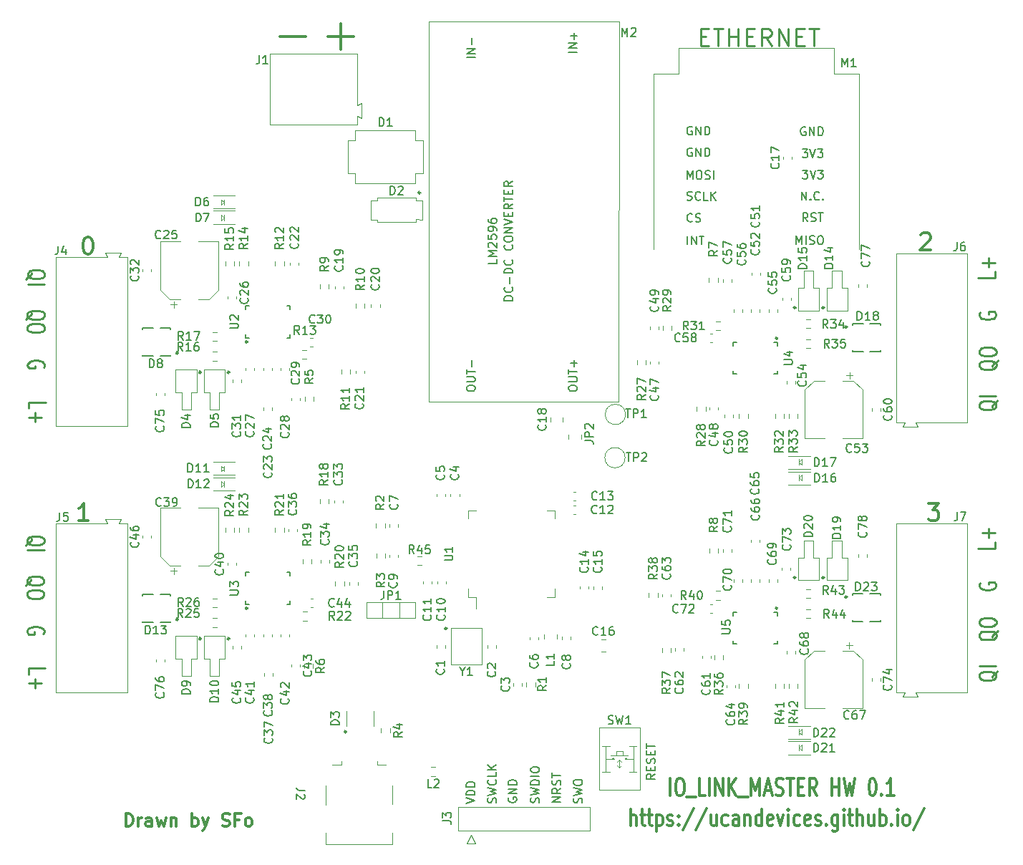
<source format=gbr>
%TF.GenerationSoftware,KiCad,Pcbnew,(5.1.9)-1*%
%TF.CreationDate,2021-03-09T23:57:27+01:00*%
%TF.ProjectId,IO_LINK,494f5f4c-494e-44b2-9e6b-696361645f70,rev?*%
%TF.SameCoordinates,Original*%
%TF.FileFunction,Legend,Top*%
%TF.FilePolarity,Positive*%
%FSLAX46Y46*%
G04 Gerber Fmt 4.6, Leading zero omitted, Abs format (unit mm)*
G04 Created by KiCad (PCBNEW (5.1.9)-1) date 2021-03-09 23:57:27*
%MOMM*%
%LPD*%
G01*
G04 APERTURE LIST*
%ADD10C,0.300000*%
%ADD11C,0.350000*%
%ADD12C,0.250000*%
%ADD13C,0.150000*%
%ADD14C,0.120000*%
%ADD15C,0.152400*%
%ADD16C,0.100000*%
G04 APERTURE END LIST*
D10*
X64361428Y-147228571D02*
X64361428Y-145728571D01*
X64718571Y-145728571D01*
X64932857Y-145800000D01*
X65075714Y-145942857D01*
X65147142Y-146085714D01*
X65218571Y-146371428D01*
X65218571Y-146585714D01*
X65147142Y-146871428D01*
X65075714Y-147014285D01*
X64932857Y-147157142D01*
X64718571Y-147228571D01*
X64361428Y-147228571D01*
X65861428Y-147228571D02*
X65861428Y-146228571D01*
X65861428Y-146514285D02*
X65932857Y-146371428D01*
X66004285Y-146300000D01*
X66147142Y-146228571D01*
X66290000Y-146228571D01*
X67432857Y-147228571D02*
X67432857Y-146442857D01*
X67361428Y-146300000D01*
X67218571Y-146228571D01*
X66932857Y-146228571D01*
X66790000Y-146300000D01*
X67432857Y-147157142D02*
X67290000Y-147228571D01*
X66932857Y-147228571D01*
X66790000Y-147157142D01*
X66718571Y-147014285D01*
X66718571Y-146871428D01*
X66790000Y-146728571D01*
X66932857Y-146657142D01*
X67290000Y-146657142D01*
X67432857Y-146585714D01*
X68004285Y-146228571D02*
X68290000Y-147228571D01*
X68575714Y-146514285D01*
X68861428Y-147228571D01*
X69147142Y-146228571D01*
X69718571Y-146228571D02*
X69718571Y-147228571D01*
X69718571Y-146371428D02*
X69790000Y-146300000D01*
X69932857Y-146228571D01*
X70147142Y-146228571D01*
X70290000Y-146300000D01*
X70361428Y-146442857D01*
X70361428Y-147228571D01*
X72218571Y-147228571D02*
X72218571Y-145728571D01*
X72218571Y-146300000D02*
X72361428Y-146228571D01*
X72647142Y-146228571D01*
X72790000Y-146300000D01*
X72861428Y-146371428D01*
X72932857Y-146514285D01*
X72932857Y-146942857D01*
X72861428Y-147085714D01*
X72790000Y-147157142D01*
X72647142Y-147228571D01*
X72361428Y-147228571D01*
X72218571Y-147157142D01*
X73432857Y-146228571D02*
X73790000Y-147228571D01*
X74147142Y-146228571D02*
X73790000Y-147228571D01*
X73647142Y-147585714D01*
X73575714Y-147657142D01*
X73432857Y-147728571D01*
X75790000Y-147157142D02*
X76004285Y-147228571D01*
X76361428Y-147228571D01*
X76504285Y-147157142D01*
X76575714Y-147085714D01*
X76647142Y-146942857D01*
X76647142Y-146800000D01*
X76575714Y-146657142D01*
X76504285Y-146585714D01*
X76361428Y-146514285D01*
X76075714Y-146442857D01*
X75932857Y-146371428D01*
X75861428Y-146300000D01*
X75790000Y-146157142D01*
X75790000Y-146014285D01*
X75861428Y-145871428D01*
X75932857Y-145800000D01*
X76075714Y-145728571D01*
X76432857Y-145728571D01*
X76647142Y-145800000D01*
X77790000Y-146442857D02*
X77290000Y-146442857D01*
X77290000Y-147228571D02*
X77290000Y-145728571D01*
X78004285Y-145728571D01*
X78790000Y-147228571D02*
X78647142Y-147157142D01*
X78575714Y-147085714D01*
X78504285Y-146942857D01*
X78504285Y-146514285D01*
X78575714Y-146371428D01*
X78647142Y-146300000D01*
X78790000Y-146228571D01*
X79004285Y-146228571D01*
X79147142Y-146300000D01*
X79218571Y-146371428D01*
X79290000Y-146514285D01*
X79290000Y-146942857D01*
X79218571Y-147085714D01*
X79147142Y-147157142D01*
X79004285Y-147228571D01*
X78790000Y-147228571D01*
X128755714Y-143584761D02*
X128755714Y-141584761D01*
X129755714Y-141584761D02*
X130041428Y-141584761D01*
X130184285Y-141680000D01*
X130327142Y-141870476D01*
X130398571Y-142251428D01*
X130398571Y-142918095D01*
X130327142Y-143299047D01*
X130184285Y-143489523D01*
X130041428Y-143584761D01*
X129755714Y-143584761D01*
X129612857Y-143489523D01*
X129470000Y-143299047D01*
X129398571Y-142918095D01*
X129398571Y-142251428D01*
X129470000Y-141870476D01*
X129612857Y-141680000D01*
X129755714Y-141584761D01*
X130684285Y-143775238D02*
X131827142Y-143775238D01*
X132898571Y-143584761D02*
X132184285Y-143584761D01*
X132184285Y-141584761D01*
X133398571Y-143584761D02*
X133398571Y-141584761D01*
X134112857Y-143584761D02*
X134112857Y-141584761D01*
X134970000Y-143584761D01*
X134970000Y-141584761D01*
X135684285Y-143584761D02*
X135684285Y-141584761D01*
X136541428Y-143584761D02*
X135898571Y-142441904D01*
X136541428Y-141584761D02*
X135684285Y-142727619D01*
X136827142Y-143775238D02*
X137970000Y-143775238D01*
X138327142Y-143584761D02*
X138327142Y-141584761D01*
X138827142Y-143013333D01*
X139327142Y-141584761D01*
X139327142Y-143584761D01*
X139970000Y-143013333D02*
X140684285Y-143013333D01*
X139827142Y-143584761D02*
X140327142Y-141584761D01*
X140827142Y-143584761D01*
X141255714Y-143489523D02*
X141470000Y-143584761D01*
X141827142Y-143584761D01*
X141970000Y-143489523D01*
X142041428Y-143394285D01*
X142112857Y-143203809D01*
X142112857Y-143013333D01*
X142041428Y-142822857D01*
X141970000Y-142727619D01*
X141827142Y-142632380D01*
X141541428Y-142537142D01*
X141398571Y-142441904D01*
X141327142Y-142346666D01*
X141255714Y-142156190D01*
X141255714Y-141965714D01*
X141327142Y-141775238D01*
X141398571Y-141680000D01*
X141541428Y-141584761D01*
X141898571Y-141584761D01*
X142112857Y-141680000D01*
X142541428Y-141584761D02*
X143398571Y-141584761D01*
X142970000Y-143584761D02*
X142970000Y-141584761D01*
X143898571Y-142537142D02*
X144398571Y-142537142D01*
X144612857Y-143584761D02*
X143898571Y-143584761D01*
X143898571Y-141584761D01*
X144612857Y-141584761D01*
X146112857Y-143584761D02*
X145612857Y-142632380D01*
X145255714Y-143584761D02*
X145255714Y-141584761D01*
X145827142Y-141584761D01*
X145970000Y-141680000D01*
X146041428Y-141775238D01*
X146112857Y-141965714D01*
X146112857Y-142251428D01*
X146041428Y-142441904D01*
X145970000Y-142537142D01*
X145827142Y-142632380D01*
X145255714Y-142632380D01*
X147898571Y-143584761D02*
X147898571Y-141584761D01*
X147898571Y-142537142D02*
X148755714Y-142537142D01*
X148755714Y-143584761D02*
X148755714Y-141584761D01*
X149327142Y-141584761D02*
X149684285Y-143584761D01*
X149970000Y-142156190D01*
X150255714Y-143584761D01*
X150612857Y-141584761D01*
X152612857Y-141584761D02*
X152755714Y-141584761D01*
X152898571Y-141680000D01*
X152970000Y-141775238D01*
X153041428Y-141965714D01*
X153112857Y-142346666D01*
X153112857Y-142822857D01*
X153041428Y-143203809D01*
X152970000Y-143394285D01*
X152898571Y-143489523D01*
X152755714Y-143584761D01*
X152612857Y-143584761D01*
X152470000Y-143489523D01*
X152398571Y-143394285D01*
X152327142Y-143203809D01*
X152255714Y-142822857D01*
X152255714Y-142346666D01*
X152327142Y-141965714D01*
X152398571Y-141775238D01*
X152470000Y-141680000D01*
X152612857Y-141584761D01*
X153755714Y-143394285D02*
X153827142Y-143489523D01*
X153755714Y-143584761D01*
X153684285Y-143489523D01*
X153755714Y-143394285D01*
X153755714Y-143584761D01*
X155255714Y-143584761D02*
X154398571Y-143584761D01*
X154827142Y-143584761D02*
X154827142Y-141584761D01*
X154684285Y-141870476D01*
X154541428Y-142060952D01*
X154398571Y-142156190D01*
X124089999Y-147184761D02*
X124089999Y-145184761D01*
X124732857Y-147184761D02*
X124732857Y-146137142D01*
X124661428Y-145946666D01*
X124518571Y-145851428D01*
X124304285Y-145851428D01*
X124161428Y-145946666D01*
X124089999Y-146041904D01*
X125232857Y-145851428D02*
X125804285Y-145851428D01*
X125447142Y-145184761D02*
X125447142Y-146899047D01*
X125518571Y-147089523D01*
X125661428Y-147184761D01*
X125804285Y-147184761D01*
X126089999Y-145851428D02*
X126661428Y-145851428D01*
X126304285Y-145184761D02*
X126304285Y-146899047D01*
X126375714Y-147089523D01*
X126518571Y-147184761D01*
X126661428Y-147184761D01*
X127161428Y-145851428D02*
X127161428Y-147851428D01*
X127161428Y-145946666D02*
X127304285Y-145851428D01*
X127589999Y-145851428D01*
X127732857Y-145946666D01*
X127804285Y-146041904D01*
X127875714Y-146232380D01*
X127875714Y-146803809D01*
X127804285Y-146994285D01*
X127732857Y-147089523D01*
X127589999Y-147184761D01*
X127304285Y-147184761D01*
X127161428Y-147089523D01*
X128447142Y-147089523D02*
X128589999Y-147184761D01*
X128875714Y-147184761D01*
X129018571Y-147089523D01*
X129089999Y-146899047D01*
X129089999Y-146803809D01*
X129018571Y-146613333D01*
X128875714Y-146518095D01*
X128661428Y-146518095D01*
X128518571Y-146422857D01*
X128447142Y-146232380D01*
X128447142Y-146137142D01*
X128518571Y-145946666D01*
X128661428Y-145851428D01*
X128875714Y-145851428D01*
X129018571Y-145946666D01*
X129732857Y-146994285D02*
X129804285Y-147089523D01*
X129732857Y-147184761D01*
X129661428Y-147089523D01*
X129732857Y-146994285D01*
X129732857Y-147184761D01*
X129732857Y-145946666D02*
X129804285Y-146041904D01*
X129732857Y-146137142D01*
X129661428Y-146041904D01*
X129732857Y-145946666D01*
X129732857Y-146137142D01*
X131518571Y-145089523D02*
X130232857Y-147660952D01*
X133089999Y-145089523D02*
X131804285Y-147660952D01*
X134232857Y-145851428D02*
X134232857Y-147184761D01*
X133589999Y-145851428D02*
X133589999Y-146899047D01*
X133661428Y-147089523D01*
X133804285Y-147184761D01*
X134018571Y-147184761D01*
X134161428Y-147089523D01*
X134232857Y-146994285D01*
X135590000Y-147089523D02*
X135447142Y-147184761D01*
X135161428Y-147184761D01*
X135018571Y-147089523D01*
X134947142Y-146994285D01*
X134875714Y-146803809D01*
X134875714Y-146232380D01*
X134947142Y-146041904D01*
X135018571Y-145946666D01*
X135161428Y-145851428D01*
X135447142Y-145851428D01*
X135590000Y-145946666D01*
X136875714Y-147184761D02*
X136875714Y-146137142D01*
X136804285Y-145946666D01*
X136661428Y-145851428D01*
X136375714Y-145851428D01*
X136232857Y-145946666D01*
X136875714Y-147089523D02*
X136732857Y-147184761D01*
X136375714Y-147184761D01*
X136232857Y-147089523D01*
X136161428Y-146899047D01*
X136161428Y-146708571D01*
X136232857Y-146518095D01*
X136375714Y-146422857D01*
X136732857Y-146422857D01*
X136875714Y-146327619D01*
X137590000Y-145851428D02*
X137590000Y-147184761D01*
X137590000Y-146041904D02*
X137661428Y-145946666D01*
X137804285Y-145851428D01*
X138018571Y-145851428D01*
X138161428Y-145946666D01*
X138232857Y-146137142D01*
X138232857Y-147184761D01*
X139590000Y-147184761D02*
X139590000Y-145184761D01*
X139590000Y-147089523D02*
X139447142Y-147184761D01*
X139161428Y-147184761D01*
X139018571Y-147089523D01*
X138947142Y-146994285D01*
X138875714Y-146803809D01*
X138875714Y-146232380D01*
X138947142Y-146041904D01*
X139018571Y-145946666D01*
X139161428Y-145851428D01*
X139447142Y-145851428D01*
X139590000Y-145946666D01*
X140875714Y-147089523D02*
X140732857Y-147184761D01*
X140447142Y-147184761D01*
X140304285Y-147089523D01*
X140232857Y-146899047D01*
X140232857Y-146137142D01*
X140304285Y-145946666D01*
X140447142Y-145851428D01*
X140732857Y-145851428D01*
X140875714Y-145946666D01*
X140947142Y-146137142D01*
X140947142Y-146327619D01*
X140232857Y-146518095D01*
X141447142Y-145851428D02*
X141804285Y-147184761D01*
X142161428Y-145851428D01*
X142732857Y-147184761D02*
X142732857Y-145851428D01*
X142732857Y-145184761D02*
X142661428Y-145280000D01*
X142732857Y-145375238D01*
X142804285Y-145280000D01*
X142732857Y-145184761D01*
X142732857Y-145375238D01*
X144090000Y-147089523D02*
X143947142Y-147184761D01*
X143661428Y-147184761D01*
X143518571Y-147089523D01*
X143447142Y-146994285D01*
X143375714Y-146803809D01*
X143375714Y-146232380D01*
X143447142Y-146041904D01*
X143518571Y-145946666D01*
X143661428Y-145851428D01*
X143947142Y-145851428D01*
X144090000Y-145946666D01*
X145304285Y-147089523D02*
X145161428Y-147184761D01*
X144875714Y-147184761D01*
X144732857Y-147089523D01*
X144661428Y-146899047D01*
X144661428Y-146137142D01*
X144732857Y-145946666D01*
X144875714Y-145851428D01*
X145161428Y-145851428D01*
X145304285Y-145946666D01*
X145375714Y-146137142D01*
X145375714Y-146327619D01*
X144661428Y-146518095D01*
X145947142Y-147089523D02*
X146090000Y-147184761D01*
X146375714Y-147184761D01*
X146518571Y-147089523D01*
X146590000Y-146899047D01*
X146590000Y-146803809D01*
X146518571Y-146613333D01*
X146375714Y-146518095D01*
X146161428Y-146518095D01*
X146018571Y-146422857D01*
X145947142Y-146232380D01*
X145947142Y-146137142D01*
X146018571Y-145946666D01*
X146161428Y-145851428D01*
X146375714Y-145851428D01*
X146518571Y-145946666D01*
X147232857Y-146994285D02*
X147304285Y-147089523D01*
X147232857Y-147184761D01*
X147161428Y-147089523D01*
X147232857Y-146994285D01*
X147232857Y-147184761D01*
X148590000Y-145851428D02*
X148590000Y-147470476D01*
X148518571Y-147660952D01*
X148447142Y-147756190D01*
X148304285Y-147851428D01*
X148090000Y-147851428D01*
X147947142Y-147756190D01*
X148590000Y-147089523D02*
X148447142Y-147184761D01*
X148161428Y-147184761D01*
X148018571Y-147089523D01*
X147947142Y-146994285D01*
X147875714Y-146803809D01*
X147875714Y-146232380D01*
X147947142Y-146041904D01*
X148018571Y-145946666D01*
X148161428Y-145851428D01*
X148447142Y-145851428D01*
X148590000Y-145946666D01*
X149304285Y-147184761D02*
X149304285Y-145851428D01*
X149304285Y-145184761D02*
X149232857Y-145280000D01*
X149304285Y-145375238D01*
X149375714Y-145280000D01*
X149304285Y-145184761D01*
X149304285Y-145375238D01*
X149804285Y-145851428D02*
X150375714Y-145851428D01*
X150018571Y-145184761D02*
X150018571Y-146899047D01*
X150090000Y-147089523D01*
X150232857Y-147184761D01*
X150375714Y-147184761D01*
X150875714Y-147184761D02*
X150875714Y-145184761D01*
X151518571Y-147184761D02*
X151518571Y-146137142D01*
X151447142Y-145946666D01*
X151304285Y-145851428D01*
X151090000Y-145851428D01*
X150947142Y-145946666D01*
X150875714Y-146041904D01*
X152875714Y-145851428D02*
X152875714Y-147184761D01*
X152232857Y-145851428D02*
X152232857Y-146899047D01*
X152304285Y-147089523D01*
X152447142Y-147184761D01*
X152661428Y-147184761D01*
X152804285Y-147089523D01*
X152875714Y-146994285D01*
X153590000Y-147184761D02*
X153590000Y-145184761D01*
X153590000Y-145946666D02*
X153732857Y-145851428D01*
X154018571Y-145851428D01*
X154161428Y-145946666D01*
X154232857Y-146041904D01*
X154304285Y-146232380D01*
X154304285Y-146803809D01*
X154232857Y-146994285D01*
X154161428Y-147089523D01*
X154018571Y-147184761D01*
X153732857Y-147184761D01*
X153590000Y-147089523D01*
X154947142Y-146994285D02*
X155018571Y-147089523D01*
X154947142Y-147184761D01*
X154875714Y-147089523D01*
X154947142Y-146994285D01*
X154947142Y-147184761D01*
X155661428Y-147184761D02*
X155661428Y-145851428D01*
X155661428Y-145184761D02*
X155590000Y-145280000D01*
X155661428Y-145375238D01*
X155732857Y-145280000D01*
X155661428Y-145184761D01*
X155661428Y-145375238D01*
X156590000Y-147184761D02*
X156447142Y-147089523D01*
X156375714Y-146994285D01*
X156304285Y-146803809D01*
X156304285Y-146232380D01*
X156375714Y-146041904D01*
X156447142Y-145946666D01*
X156590000Y-145851428D01*
X156804285Y-145851428D01*
X156947142Y-145946666D01*
X157018571Y-146041904D01*
X157090000Y-146232380D01*
X157090000Y-146803809D01*
X157018571Y-146994285D01*
X156947142Y-147089523D01*
X156804285Y-147184761D01*
X156590000Y-147184761D01*
X158804285Y-145089523D02*
X157518571Y-147660952D01*
D11*
X159273333Y-109064761D02*
X160511428Y-109064761D01*
X159844761Y-109826666D01*
X160130476Y-109826666D01*
X160320952Y-109921904D01*
X160416190Y-110017142D01*
X160511428Y-110207619D01*
X160511428Y-110683809D01*
X160416190Y-110874285D01*
X160320952Y-110969523D01*
X160130476Y-111064761D01*
X159559047Y-111064761D01*
X159368571Y-110969523D01*
X159273333Y-110874285D01*
X158418571Y-77255238D02*
X158513809Y-77160000D01*
X158704285Y-77064761D01*
X159180476Y-77064761D01*
X159370952Y-77160000D01*
X159466190Y-77255238D01*
X159561428Y-77445714D01*
X159561428Y-77636190D01*
X159466190Y-77921904D01*
X158323333Y-79064761D01*
X159561428Y-79064761D01*
X59814761Y-77564761D02*
X60005238Y-77564761D01*
X60195714Y-77660000D01*
X60290952Y-77755238D01*
X60386190Y-77945714D01*
X60481428Y-78326666D01*
X60481428Y-78802857D01*
X60386190Y-79183809D01*
X60290952Y-79374285D01*
X60195714Y-79469523D01*
X60005238Y-79564761D01*
X59814761Y-79564761D01*
X59624285Y-79469523D01*
X59529047Y-79374285D01*
X59433809Y-79183809D01*
X59338571Y-78802857D01*
X59338571Y-78326666D01*
X59433809Y-77945714D01*
X59529047Y-77755238D01*
X59624285Y-77660000D01*
X59814761Y-77564761D01*
D12*
X52905238Y-97785714D02*
X52905238Y-97071428D01*
X54905238Y-97071428D01*
X53667142Y-98285714D02*
X53667142Y-99428571D01*
X52905238Y-98857142D02*
X54429047Y-98857142D01*
X54660000Y-92982857D02*
X54755238Y-92840000D01*
X54755238Y-92625714D01*
X54660000Y-92411428D01*
X54469523Y-92268571D01*
X54279047Y-92197142D01*
X53898095Y-92125714D01*
X53612380Y-92125714D01*
X53231428Y-92197142D01*
X53040952Y-92268571D01*
X52850476Y-92411428D01*
X52755238Y-92625714D01*
X52755238Y-92768571D01*
X52850476Y-92982857D01*
X52945714Y-93054285D01*
X53612380Y-93054285D01*
X53612380Y-92768571D01*
X52584761Y-82544285D02*
X52680000Y-82401428D01*
X52870476Y-82258571D01*
X53156190Y-82044285D01*
X53251428Y-81901428D01*
X53251428Y-81758571D01*
X52775238Y-81830000D02*
X52870476Y-81687142D01*
X53060952Y-81544285D01*
X53441904Y-81472857D01*
X54108571Y-81472857D01*
X54489523Y-81544285D01*
X54680000Y-81687142D01*
X54775238Y-81830000D01*
X54775238Y-82115714D01*
X54680000Y-82258571D01*
X54489523Y-82401428D01*
X54108571Y-82472857D01*
X53441904Y-82472857D01*
X53060952Y-82401428D01*
X52870476Y-82258571D01*
X52775238Y-82115714D01*
X52775238Y-81830000D01*
X52775238Y-83115714D02*
X54775238Y-83115714D01*
X52554761Y-87315714D02*
X52650000Y-87172857D01*
X52840476Y-87030000D01*
X53126190Y-86815714D01*
X53221428Y-86672857D01*
X53221428Y-86530000D01*
X52745238Y-86601428D02*
X52840476Y-86458571D01*
X53030952Y-86315714D01*
X53411904Y-86244285D01*
X54078571Y-86244285D01*
X54459523Y-86315714D01*
X54650000Y-86458571D01*
X54745238Y-86601428D01*
X54745238Y-86887142D01*
X54650000Y-87030000D01*
X54459523Y-87172857D01*
X54078571Y-87244285D01*
X53411904Y-87244285D01*
X53030952Y-87172857D01*
X52840476Y-87030000D01*
X52745238Y-86887142D01*
X52745238Y-86601428D01*
X54745238Y-88172857D02*
X54745238Y-88458571D01*
X54650000Y-88601428D01*
X54459523Y-88744285D01*
X54078571Y-88815714D01*
X53411904Y-88815714D01*
X53030952Y-88744285D01*
X52840476Y-88601428D01*
X52745238Y-88458571D01*
X52745238Y-88172857D01*
X52840476Y-88030000D01*
X53030952Y-87887142D01*
X53411904Y-87815714D01*
X54078571Y-87815714D01*
X54459523Y-87887142D01*
X54650000Y-88030000D01*
X54745238Y-88172857D01*
D11*
X59941428Y-111084761D02*
X58798571Y-111084761D01*
X59370000Y-111084761D02*
X59370000Y-109084761D01*
X59179523Y-109370476D01*
X58989047Y-109560952D01*
X58798571Y-109656190D01*
D12*
X167154761Y-113624285D02*
X167154761Y-114338571D01*
X165154761Y-114338571D01*
X166392857Y-113124285D02*
X166392857Y-111981428D01*
X167154761Y-112552857D02*
X165630952Y-112552857D01*
X165400000Y-118427142D02*
X165304761Y-118570000D01*
X165304761Y-118784285D01*
X165400000Y-118998571D01*
X165590476Y-119141428D01*
X165780952Y-119212857D01*
X166161904Y-119284285D01*
X166447619Y-119284285D01*
X166828571Y-119212857D01*
X167019047Y-119141428D01*
X167209523Y-118998571D01*
X167304761Y-118784285D01*
X167304761Y-118641428D01*
X167209523Y-118427142D01*
X167114285Y-118355714D01*
X166447619Y-118355714D01*
X166447619Y-118641428D01*
X167475238Y-128865714D02*
X167380000Y-129008571D01*
X167189523Y-129151428D01*
X166903809Y-129365714D01*
X166808571Y-129508571D01*
X166808571Y-129651428D01*
X167284761Y-129580000D02*
X167189523Y-129722857D01*
X166999047Y-129865714D01*
X166618095Y-129937142D01*
X165951428Y-129937142D01*
X165570476Y-129865714D01*
X165380000Y-129722857D01*
X165284761Y-129580000D01*
X165284761Y-129294285D01*
X165380000Y-129151428D01*
X165570476Y-129008571D01*
X165951428Y-128937142D01*
X166618095Y-128937142D01*
X166999047Y-129008571D01*
X167189523Y-129151428D01*
X167284761Y-129294285D01*
X167284761Y-129580000D01*
X167284761Y-128294285D02*
X165284761Y-128294285D01*
X167505238Y-124094285D02*
X167410000Y-124237142D01*
X167219523Y-124380000D01*
X166933809Y-124594285D01*
X166838571Y-124737142D01*
X166838571Y-124880000D01*
X167314761Y-124808571D02*
X167219523Y-124951428D01*
X167029047Y-125094285D01*
X166648095Y-125165714D01*
X165981428Y-125165714D01*
X165600476Y-125094285D01*
X165410000Y-124951428D01*
X165314761Y-124808571D01*
X165314761Y-124522857D01*
X165410000Y-124380000D01*
X165600476Y-124237142D01*
X165981428Y-124165714D01*
X166648095Y-124165714D01*
X167029047Y-124237142D01*
X167219523Y-124380000D01*
X167314761Y-124522857D01*
X167314761Y-124808571D01*
X165314761Y-123237142D02*
X165314761Y-122951428D01*
X165410000Y-122808571D01*
X165600476Y-122665714D01*
X165981428Y-122594285D01*
X166648095Y-122594285D01*
X167029047Y-122665714D01*
X167219523Y-122808571D01*
X167314761Y-122951428D01*
X167314761Y-123237142D01*
X167219523Y-123380000D01*
X167029047Y-123522857D01*
X166648095Y-123594285D01*
X165981428Y-123594285D01*
X165600476Y-123522857D01*
X165410000Y-123380000D01*
X165314761Y-123237142D01*
X167154761Y-81644285D02*
X167154761Y-82358571D01*
X165154761Y-82358571D01*
X166392857Y-81144285D02*
X166392857Y-80001428D01*
X167154761Y-80572857D02*
X165630952Y-80572857D01*
X165400000Y-86447142D02*
X165304761Y-86590000D01*
X165304761Y-86804285D01*
X165400000Y-87018571D01*
X165590476Y-87161428D01*
X165780952Y-87232857D01*
X166161904Y-87304285D01*
X166447619Y-87304285D01*
X166828571Y-87232857D01*
X167019047Y-87161428D01*
X167209523Y-87018571D01*
X167304761Y-86804285D01*
X167304761Y-86661428D01*
X167209523Y-86447142D01*
X167114285Y-86375714D01*
X166447619Y-86375714D01*
X166447619Y-86661428D01*
X167475238Y-96885714D02*
X167380000Y-97028571D01*
X167189523Y-97171428D01*
X166903809Y-97385714D01*
X166808571Y-97528571D01*
X166808571Y-97671428D01*
X167284761Y-97600000D02*
X167189523Y-97742857D01*
X166999047Y-97885714D01*
X166618095Y-97957142D01*
X165951428Y-97957142D01*
X165570476Y-97885714D01*
X165380000Y-97742857D01*
X165284761Y-97600000D01*
X165284761Y-97314285D01*
X165380000Y-97171428D01*
X165570476Y-97028571D01*
X165951428Y-96957142D01*
X166618095Y-96957142D01*
X166999047Y-97028571D01*
X167189523Y-97171428D01*
X167284761Y-97314285D01*
X167284761Y-97600000D01*
X167284761Y-96314285D02*
X165284761Y-96314285D01*
X167505238Y-92114285D02*
X167410000Y-92257142D01*
X167219523Y-92400000D01*
X166933809Y-92614285D01*
X166838571Y-92757142D01*
X166838571Y-92900000D01*
X167314761Y-92828571D02*
X167219523Y-92971428D01*
X167029047Y-93114285D01*
X166648095Y-93185714D01*
X165981428Y-93185714D01*
X165600476Y-93114285D01*
X165410000Y-92971428D01*
X165314761Y-92828571D01*
X165314761Y-92542857D01*
X165410000Y-92400000D01*
X165600476Y-92257142D01*
X165981428Y-92185714D01*
X166648095Y-92185714D01*
X167029047Y-92257142D01*
X167219523Y-92400000D01*
X167314761Y-92542857D01*
X167314761Y-92828571D01*
X165314761Y-91257142D02*
X165314761Y-90971428D01*
X165410000Y-90828571D01*
X165600476Y-90685714D01*
X165981428Y-90614285D01*
X166648095Y-90614285D01*
X167029047Y-90685714D01*
X167219523Y-90828571D01*
X167314761Y-90971428D01*
X167314761Y-91257142D01*
X167219523Y-91400000D01*
X167029047Y-91542857D01*
X166648095Y-91614285D01*
X165981428Y-91614285D01*
X165600476Y-91542857D01*
X165410000Y-91400000D01*
X165314761Y-91257142D01*
X52855238Y-129255714D02*
X52855238Y-128541428D01*
X54855238Y-128541428D01*
X53617142Y-129755714D02*
X53617142Y-130898571D01*
X52855238Y-130327142D02*
X54379047Y-130327142D01*
X54610000Y-124452857D02*
X54705238Y-124310000D01*
X54705238Y-124095714D01*
X54610000Y-123881428D01*
X54419523Y-123738571D01*
X54229047Y-123667142D01*
X53848095Y-123595714D01*
X53562380Y-123595714D01*
X53181428Y-123667142D01*
X52990952Y-123738571D01*
X52800476Y-123881428D01*
X52705238Y-124095714D01*
X52705238Y-124238571D01*
X52800476Y-124452857D01*
X52895714Y-124524285D01*
X53562380Y-124524285D01*
X53562380Y-124238571D01*
X52534761Y-114014285D02*
X52630000Y-113871428D01*
X52820476Y-113728571D01*
X53106190Y-113514285D01*
X53201428Y-113371428D01*
X53201428Y-113228571D01*
X52725238Y-113300000D02*
X52820476Y-113157142D01*
X53010952Y-113014285D01*
X53391904Y-112942857D01*
X54058571Y-112942857D01*
X54439523Y-113014285D01*
X54630000Y-113157142D01*
X54725238Y-113300000D01*
X54725238Y-113585714D01*
X54630000Y-113728571D01*
X54439523Y-113871428D01*
X54058571Y-113942857D01*
X53391904Y-113942857D01*
X53010952Y-113871428D01*
X52820476Y-113728571D01*
X52725238Y-113585714D01*
X52725238Y-113300000D01*
X52725238Y-114585714D02*
X54725238Y-114585714D01*
X52504761Y-118785714D02*
X52600000Y-118642857D01*
X52790476Y-118500000D01*
X53076190Y-118285714D01*
X53171428Y-118142857D01*
X53171428Y-118000000D01*
X52695238Y-118071428D02*
X52790476Y-117928571D01*
X52980952Y-117785714D01*
X53361904Y-117714285D01*
X54028571Y-117714285D01*
X54409523Y-117785714D01*
X54600000Y-117928571D01*
X54695238Y-118071428D01*
X54695238Y-118357142D01*
X54600000Y-118500000D01*
X54409523Y-118642857D01*
X54028571Y-118714285D01*
X53361904Y-118714285D01*
X52980952Y-118642857D01*
X52790476Y-118500000D01*
X52695238Y-118357142D01*
X52695238Y-118071428D01*
X54695238Y-119642857D02*
X54695238Y-119928571D01*
X54600000Y-120071428D01*
X54409523Y-120214285D01*
X54028571Y-120285714D01*
X53361904Y-120285714D01*
X52980952Y-120214285D01*
X52790476Y-120071428D01*
X52695238Y-119928571D01*
X52695238Y-119642857D01*
X52790476Y-119500000D01*
X52980952Y-119357142D01*
X53361904Y-119285714D01*
X54028571Y-119285714D01*
X54409523Y-119357142D01*
X54600000Y-119500000D01*
X54695238Y-119642857D01*
D13*
X126972380Y-141042380D02*
X126496190Y-141375714D01*
X126972380Y-141613809D02*
X125972380Y-141613809D01*
X125972380Y-141232857D01*
X126020000Y-141137619D01*
X126067619Y-141090000D01*
X126162857Y-141042380D01*
X126305714Y-141042380D01*
X126400952Y-141090000D01*
X126448571Y-141137619D01*
X126496190Y-141232857D01*
X126496190Y-141613809D01*
X126448571Y-140613809D02*
X126448571Y-140280476D01*
X126972380Y-140137619D02*
X126972380Y-140613809D01*
X125972380Y-140613809D01*
X125972380Y-140137619D01*
X126924761Y-139756666D02*
X126972380Y-139613809D01*
X126972380Y-139375714D01*
X126924761Y-139280476D01*
X126877142Y-139232857D01*
X126781904Y-139185238D01*
X126686666Y-139185238D01*
X126591428Y-139232857D01*
X126543809Y-139280476D01*
X126496190Y-139375714D01*
X126448571Y-139566190D01*
X126400952Y-139661428D01*
X126353333Y-139709047D01*
X126258095Y-139756666D01*
X126162857Y-139756666D01*
X126067619Y-139709047D01*
X126020000Y-139661428D01*
X125972380Y-139566190D01*
X125972380Y-139328095D01*
X126020000Y-139185238D01*
X126448571Y-138756666D02*
X126448571Y-138423333D01*
X126972380Y-138280476D02*
X126972380Y-138756666D01*
X125972380Y-138756666D01*
X125972380Y-138280476D01*
X125972380Y-137994761D02*
X125972380Y-137423333D01*
X126972380Y-137709047D02*
X125972380Y-137709047D01*
D11*
X82576190Y-53825714D02*
X85623809Y-53825714D01*
X88236190Y-53815714D02*
X91283809Y-53815714D01*
X89760000Y-55339523D02*
X89760000Y-52291904D01*
D14*
%TO.C,M1*%
X148110000Y-58202600D02*
X151091200Y-58202600D01*
X129790000Y-58202600D02*
X126783400Y-58202600D01*
X129790000Y-58202600D02*
X129790000Y-55230800D01*
X148110000Y-58202600D02*
X148110000Y-55256200D01*
X148110000Y-55213000D02*
X129790000Y-55213000D01*
X151091200Y-58202600D02*
X151110000Y-78980000D01*
X126783400Y-58202600D02*
X126802200Y-78980000D01*
D12*
%TO.C,D18*%
X149682320Y-88184340D02*
G75*
G03*
X149682320Y-88184340I-127000J0D01*
G01*
D15*
X151564727Y-87803340D02*
X150317320Y-87803340D01*
X153619320Y-91105340D02*
X153619320Y-90942780D01*
X150317320Y-87803340D02*
X150317320Y-87965900D01*
X150317320Y-91105340D02*
X151564727Y-91105340D01*
X153619320Y-87803340D02*
X152371913Y-87803340D01*
X150317320Y-90942780D02*
X150317320Y-91105340D01*
X153619320Y-87965900D02*
X153619320Y-87803340D01*
X152371913Y-91105340D02*
X153619320Y-91105340D01*
D14*
%TO.C,J1*%
X81406000Y-55858600D02*
X81406000Y-64258600D01*
X81406000Y-64258600D02*
X91756000Y-64258600D01*
X91756000Y-64258600D02*
X91756000Y-63238600D01*
X91756000Y-63238600D02*
X92256000Y-63488600D01*
X92256000Y-63488600D02*
X92256000Y-61708600D01*
X92256000Y-62458600D02*
X92256000Y-62408600D01*
X92256000Y-61708600D02*
X91756000Y-61958600D01*
X91756000Y-61958600D02*
X91756000Y-55858600D01*
X91756000Y-55858600D02*
X81406000Y-55858600D01*
D12*
%TO.C,U4*%
X141450420Y-89505140D02*
G75*
G03*
X141450420Y-89505140I-112000J0D01*
G01*
D15*
X136194920Y-89987740D02*
X136194920Y-90391600D01*
X136194920Y-93746940D02*
X136586080Y-93746940D01*
X141452720Y-93746940D02*
X141452720Y-93343080D01*
X141452720Y-89987740D02*
X141061560Y-89987740D01*
X136586080Y-89987740D02*
X136194920Y-89987740D01*
X136194920Y-93343080D02*
X136194920Y-93746940D01*
X141061560Y-93746940D02*
X141452720Y-93746940D01*
X141452720Y-90391600D02*
X141452720Y-89987740D01*
D12*
%TO.C,U2*%
X78767400Y-89942200D02*
G75*
G03*
X78767400Y-89942200I-112000J0D01*
G01*
D15*
X83798900Y-89459600D02*
X83798900Y-89055740D01*
X83798900Y-85700400D02*
X83407740Y-85700400D01*
X78541100Y-85700400D02*
X78541100Y-86104260D01*
X78541100Y-89459600D02*
X78932260Y-89459600D01*
X83407740Y-89459600D02*
X83798900Y-89459600D01*
X83798900Y-86104260D02*
X83798900Y-85700400D01*
X78932260Y-85700400D02*
X78541100Y-85700400D01*
X78541100Y-89055740D02*
X78541100Y-89459600D01*
D14*
%TO.C,L2*%
X100984024Y-140236600D02*
X100474576Y-140236600D01*
X100984024Y-141281600D02*
X100474576Y-141281600D01*
D12*
%TO.C,D3*%
X90446300Y-136035300D02*
G75*
G03*
X90446300Y-136035300I-123400J0D01*
G01*
D14*
X90500700Y-133596900D02*
X90500700Y-135400300D01*
X93660100Y-135385900D02*
X93660100Y-133585900D01*
%TO.C,J7*%
X157759660Y-131408680D02*
X163859660Y-131408680D01*
X155458460Y-131408680D02*
X156479660Y-131408680D01*
X158009660Y-131908680D02*
X157759660Y-131408680D01*
X156229660Y-131908680D02*
X158009660Y-131908680D01*
X156479660Y-131408680D02*
X156229660Y-131908680D01*
X163859660Y-131408680D02*
X163865860Y-111444280D01*
X155459660Y-111446480D02*
X155458460Y-131408680D01*
X163865860Y-111446480D02*
X155459660Y-111446480D01*
%TO.C,J6*%
X157765020Y-99497040D02*
X163865020Y-99497040D01*
X155463820Y-99497040D02*
X156485020Y-99497040D01*
X158015020Y-99997040D02*
X157765020Y-99497040D01*
X156235020Y-99997040D02*
X158015020Y-99997040D01*
X156485020Y-99497040D02*
X156235020Y-99997040D01*
X163865020Y-99497040D02*
X163871220Y-79532640D01*
X155465020Y-79534840D02*
X155463820Y-99497040D01*
X163871220Y-79534840D02*
X155465020Y-79534840D01*
%TO.C,J3*%
X119296300Y-144985100D02*
X103675300Y-144985100D01*
X119296300Y-147779100D02*
X119296300Y-144985100D01*
X103675300Y-147779100D02*
X119296300Y-147779100D01*
X103675300Y-144985100D02*
X103675300Y-147779100D01*
X105699300Y-149259500D02*
X105199300Y-148259500D01*
X104699300Y-149259500D02*
X105699300Y-149259500D01*
X105199300Y-148259500D02*
X104699300Y-149259500D01*
%TO.C,C42*%
X82694200Y-124517933D02*
X82694200Y-124810467D01*
X83714200Y-124517933D02*
X83714200Y-124810467D01*
%TO.C,C78*%
X151008460Y-115357047D02*
X151008460Y-115064513D01*
X152028460Y-115357047D02*
X152028460Y-115064513D01*
%TO.C,C77*%
X151013820Y-83441107D02*
X151013820Y-83148573D01*
X152033820Y-83441107D02*
X152033820Y-83148573D01*
%TO.C,C76*%
X68982200Y-127502433D02*
X68982200Y-127794967D01*
X67962200Y-127502433D02*
X67962200Y-127794967D01*
%TO.C,C75*%
X68982200Y-96002433D02*
X68982200Y-96294967D01*
X67962200Y-96002433D02*
X67962200Y-96294967D01*
%TO.C,R41*%
X141153460Y-130896004D02*
X141153460Y-130386556D01*
X142198460Y-130896004D02*
X142198460Y-130386556D01*
%TO.C,R42*%
X143849460Y-130896004D02*
X143849460Y-130386556D01*
X142804460Y-130896004D02*
X142804460Y-130386556D01*
%TO.C,D22*%
X145302460Y-135352280D02*
X142752460Y-135352280D01*
X142752460Y-136902280D02*
X145302460Y-136902280D01*
D16*
X143974660Y-135746680D02*
X143974660Y-136407080D01*
X144330260Y-135746680D02*
X144000060Y-136076880D01*
X144330260Y-135746680D02*
X144330260Y-136407080D01*
X144330260Y-136407080D02*
X143974660Y-136102280D01*
%TO.C,D21*%
X144330260Y-138248580D02*
X143974660Y-137943780D01*
X144330260Y-137588180D02*
X144330260Y-138248580D01*
X144330260Y-137588180D02*
X144000060Y-137918380D01*
X143974660Y-137588180D02*
X143974660Y-138248580D01*
D14*
X142752460Y-138743780D02*
X145302460Y-138743780D01*
X145302460Y-137193780D02*
X142752460Y-137193780D01*
D15*
%TO.C,D23*%
X152366553Y-123021280D02*
X153613960Y-123021280D01*
X153613960Y-119881840D02*
X153613960Y-119719280D01*
X150311960Y-122858720D02*
X150311960Y-123021280D01*
X153613960Y-119719280D02*
X152366553Y-119719280D01*
X150311960Y-123021280D02*
X151559367Y-123021280D01*
X150311960Y-119719280D02*
X150311960Y-119881840D01*
X153613960Y-123021280D02*
X153613960Y-122858720D01*
X151559367Y-119719280D02*
X150311960Y-119719280D01*
D12*
X149676960Y-120100280D02*
G75*
G03*
X149676960Y-120100280I-127000J0D01*
G01*
D15*
%TO.C,D13*%
X67625707Y-119838100D02*
X66378300Y-119838100D01*
X66378300Y-122977540D02*
X66378300Y-123140100D01*
X69680300Y-120000660D02*
X69680300Y-119838100D01*
X66378300Y-123140100D02*
X67625707Y-123140100D01*
X69680300Y-119838100D02*
X68432893Y-119838100D01*
X69680300Y-123140100D02*
X69680300Y-122977540D01*
X66378300Y-119838100D02*
X66378300Y-120000660D01*
X68432893Y-123140100D02*
X69680300Y-123140100D01*
D12*
X70569300Y-122759100D02*
G75*
G03*
X70569300Y-122759100I-127000J0D01*
G01*
D15*
%TO.C,D8*%
X67625707Y-88338100D02*
X66378300Y-88338100D01*
X66378300Y-91477540D02*
X66378300Y-91640100D01*
X69680300Y-88500660D02*
X69680300Y-88338100D01*
X66378300Y-91640100D02*
X67625707Y-91640100D01*
X69680300Y-88338100D02*
X68432893Y-88338100D01*
X69680300Y-91640100D02*
X69680300Y-91477540D01*
X66378300Y-88338100D02*
X66378300Y-88500660D01*
X68432893Y-91640100D02*
X69680300Y-91640100D01*
D12*
X70569300Y-91259100D02*
G75*
G03*
X70569300Y-91259100I-127000J0D01*
G01*
D14*
%TO.C,J5*%
X62235000Y-111449300D02*
X56135000Y-111449300D01*
X64536200Y-111449300D02*
X63515000Y-111449300D01*
X61985000Y-110949300D02*
X62235000Y-111449300D01*
X63765000Y-110949300D02*
X61985000Y-110949300D01*
X63515000Y-111449300D02*
X63765000Y-110949300D01*
X56135000Y-111449300D02*
X56128800Y-131413700D01*
X64535000Y-131411500D02*
X64536200Y-111449300D01*
X56128800Y-131411500D02*
X64535000Y-131411500D01*
%TO.C,J4*%
X62235000Y-79949300D02*
X56135000Y-79949300D01*
X64536200Y-79949300D02*
X63515000Y-79949300D01*
X61985000Y-79449300D02*
X62235000Y-79949300D01*
X63765000Y-79449300D02*
X61985000Y-79449300D01*
X63515000Y-79949300D02*
X63765000Y-79449300D01*
X56135000Y-79949300D02*
X56128800Y-99913700D01*
X64535000Y-99911500D02*
X64536200Y-79949300D01*
X56128800Y-99911500D02*
X64535000Y-99911500D01*
%TO.C,R45*%
X99374024Y-115306600D02*
X98864576Y-115306600D01*
X99374024Y-116351600D02*
X98864576Y-116351600D01*
%TO.C,C1*%
X102166300Y-125824833D02*
X102166300Y-126117367D01*
X101146300Y-125824833D02*
X101146300Y-126117367D01*
%TO.C,C2*%
X108135300Y-126117367D02*
X108135300Y-125824833D01*
X107115300Y-126117367D02*
X107115300Y-125824833D01*
%TO.C,C3*%
X111199300Y-130302833D02*
X111199300Y-130595367D01*
X110179300Y-130302833D02*
X110179300Y-130595367D01*
%TO.C,C4*%
X103811900Y-108223567D02*
X103811900Y-107931033D01*
X102791900Y-108223567D02*
X102791900Y-107931033D01*
%TO.C,C5*%
X102135500Y-108223567D02*
X102135500Y-107931033D01*
X101115500Y-108223567D02*
X101115500Y-107931033D01*
%TO.C,C6*%
X112172620Y-125149887D02*
X112172620Y-124857353D01*
X113192620Y-125149887D02*
X113192620Y-124857353D01*
%TO.C,C7*%
X96598300Y-111830367D02*
X96598300Y-111537833D01*
X95578300Y-111830367D02*
X95578300Y-111537833D01*
%TO.C,C8*%
X115982620Y-125124487D02*
X115982620Y-124831953D01*
X117002620Y-125124487D02*
X117002620Y-124831953D01*
%TO.C,C9*%
X96537340Y-115119233D02*
X96537340Y-115411767D01*
X95517340Y-115119233D02*
X95517340Y-115411767D01*
%TO.C,C10*%
X101217100Y-118561367D02*
X101217100Y-118268833D01*
X102237100Y-118561367D02*
X102237100Y-118268833D01*
%TO.C,C11*%
X99540700Y-118535967D02*
X99540700Y-118243433D01*
X100560700Y-118535967D02*
X100560700Y-118243433D01*
%TO.C,C12*%
X117313593Y-110332280D02*
X117606127Y-110332280D01*
X117313593Y-109312280D02*
X117606127Y-109312280D01*
%TO.C,C13*%
X117311053Y-108742240D02*
X117603587Y-108742240D01*
X117311053Y-107722240D02*
X117603587Y-107722240D01*
%TO.C,C14*%
X118049300Y-118862833D02*
X118049300Y-119155367D01*
X119069300Y-118862833D02*
X119069300Y-119155367D01*
%TO.C,C15*%
X120719300Y-118872833D02*
X120719300Y-119165367D01*
X119699300Y-118872833D02*
X119699300Y-119165367D01*
%TO.C,C16*%
X120578048Y-125104100D02*
X121100552Y-125104100D01*
X120578048Y-126574100D02*
X121100552Y-126574100D01*
%TO.C,C17*%
X142120000Y-68346267D02*
X142120000Y-68053733D01*
X143140000Y-68346267D02*
X143140000Y-68053733D01*
%TO.C,C18*%
X116063800Y-99385052D02*
X116063800Y-98862548D01*
X114593800Y-99385052D02*
X114593800Y-98862548D01*
%TO.C,C19*%
X89101300Y-83661767D02*
X89101300Y-83369233D01*
X90121300Y-83661767D02*
X90121300Y-83369233D01*
%TO.C,C20*%
X94413900Y-85820767D02*
X94413900Y-85528233D01*
X93393900Y-85820767D02*
X93393900Y-85528233D01*
%TO.C,C21*%
X92559700Y-93376833D02*
X92559700Y-93669367D01*
X91539700Y-93376833D02*
X91539700Y-93669367D01*
%TO.C,C22*%
X83792700Y-80867767D02*
X83792700Y-80575233D01*
X84812700Y-80867767D02*
X84812700Y-80575233D01*
%TO.C,C23*%
X80662200Y-97733733D02*
X80662200Y-98026267D01*
X81682200Y-97733733D02*
X81682200Y-98026267D01*
%TO.C,C24*%
X80662200Y-93017933D02*
X80662200Y-93310467D01*
X81682200Y-93017933D02*
X81682200Y-93310467D01*
%TO.C,C25*%
X75298500Y-78082900D02*
X72948500Y-78082900D01*
X68478500Y-78082900D02*
X70828500Y-78082900D01*
X68478500Y-83838463D02*
X68478500Y-78082900D01*
X75298500Y-83838463D02*
X75298500Y-78082900D01*
X74234063Y-84902900D02*
X72948500Y-84902900D01*
X69542937Y-84902900D02*
X70828500Y-84902900D01*
X69542937Y-84902900D02*
X68478500Y-83838463D01*
X74234063Y-84902900D02*
X75298500Y-83838463D01*
X70041000Y-85930400D02*
X70041000Y-85142900D01*
X69647250Y-85536650D02*
X70434750Y-85536650D01*
%TO.C,C26*%
X76407700Y-84864967D02*
X76407700Y-84572433D01*
X77427700Y-84864967D02*
X77427700Y-84572433D01*
%TO.C,C27*%
X78564000Y-93016833D02*
X78564000Y-93309367D01*
X79584000Y-93016833D02*
X79584000Y-93309367D01*
%TO.C,C28*%
X82694200Y-93017933D02*
X82694200Y-93310467D01*
X83714200Y-93017933D02*
X83714200Y-93310467D01*
%TO.C,C29*%
X84984200Y-96572833D02*
X84984200Y-96865367D01*
X83964200Y-96572833D02*
X83964200Y-96865367D01*
%TO.C,C30*%
X86480967Y-89482500D02*
X86188433Y-89482500D01*
X86480967Y-90502500D02*
X86188433Y-90502500D01*
%TO.C,C31*%
X76974000Y-94416833D02*
X76974000Y-94709367D01*
X77994000Y-94416833D02*
X77994000Y-94709367D01*
%TO.C,C32*%
X67394700Y-81626467D02*
X67394700Y-81333933D01*
X66374700Y-81626467D02*
X66374700Y-81333933D01*
%TO.C,C33*%
X89025100Y-108984467D02*
X89025100Y-108691933D01*
X90045100Y-108984467D02*
X90045100Y-108691933D01*
%TO.C,C34*%
X88444900Y-116046767D02*
X88444900Y-115754233D01*
X87424900Y-116046767D02*
X87424900Y-115754233D01*
%TO.C,C35*%
X91848500Y-118688367D02*
X91848500Y-118395833D01*
X90828500Y-118688367D02*
X90828500Y-118395833D01*
%TO.C,C36*%
X83589500Y-112363767D02*
X83589500Y-112071233D01*
X84609500Y-112363767D02*
X84609500Y-112071233D01*
%TO.C,C37*%
X80732000Y-129152733D02*
X80732000Y-129445267D01*
X81752000Y-129152733D02*
X81752000Y-129445267D01*
%TO.C,C38*%
X81682200Y-124517933D02*
X81682200Y-124810467D01*
X80662200Y-124517933D02*
X80662200Y-124810467D01*
%TO.C,C39*%
X75298500Y-109582900D02*
X72948500Y-109582900D01*
X68478500Y-109582900D02*
X70828500Y-109582900D01*
X68478500Y-115338463D02*
X68478500Y-109582900D01*
X75298500Y-115338463D02*
X75298500Y-109582900D01*
X74234063Y-116402900D02*
X72948500Y-116402900D01*
X69542937Y-116402900D02*
X70828500Y-116402900D01*
X69542937Y-116402900D02*
X68478500Y-115338463D01*
X74234063Y-116402900D02*
X75298500Y-115338463D01*
X70041000Y-117430400D02*
X70041000Y-116642900D01*
X69647250Y-117036650D02*
X70434750Y-117036650D01*
%TO.C,C40*%
X76407700Y-116364967D02*
X76407700Y-116072433D01*
X77427700Y-116364967D02*
X77427700Y-116072433D01*
%TO.C,C41*%
X79586700Y-124517933D02*
X79586700Y-124810467D01*
X78566700Y-124517933D02*
X78566700Y-124810467D01*
%TO.C,C43*%
X83964200Y-128072833D02*
X83964200Y-128365367D01*
X84984200Y-128072833D02*
X84984200Y-128365367D01*
%TO.C,C44*%
X86525467Y-121300700D02*
X86232933Y-121300700D01*
X86525467Y-120280700D02*
X86232933Y-120280700D01*
%TO.C,C45*%
X76979200Y-125914933D02*
X76979200Y-126207467D01*
X77999200Y-125914933D02*
X77999200Y-126207467D01*
%TO.C,C46*%
X67394700Y-113126467D02*
X67394700Y-112833933D01*
X66374700Y-113126467D02*
X66374700Y-112833933D01*
%TO.C,C47*%
X126403740Y-92533987D02*
X126403740Y-92241453D01*
X127423740Y-92533987D02*
X127423740Y-92241453D01*
%TO.C,C48*%
X133419300Y-97662833D02*
X133419300Y-97955367D01*
X134439300Y-97662833D02*
X134439300Y-97955367D01*
%TO.C,C49*%
X127369300Y-88455367D02*
X127369300Y-88162833D01*
X126349300Y-88455367D02*
X126349300Y-88162833D01*
%TO.C,C50*%
X136217220Y-98581293D02*
X136217220Y-98873827D01*
X135197220Y-98581293D02*
X135197220Y-98873827D01*
%TO.C,C51*%
X139410000Y-82074267D02*
X139410000Y-81781733D01*
X138390000Y-82074267D02*
X138390000Y-81781733D01*
%TO.C,C52*%
X139333820Y-86425607D02*
X139333820Y-86133073D01*
X138313820Y-86425607D02*
X138313820Y-86133073D01*
%TO.C,C53*%
X150348770Y-93906890D02*
X149561270Y-93906890D01*
X149955020Y-93513140D02*
X149955020Y-94300640D01*
X145761957Y-94540640D02*
X144697520Y-95605077D01*
X150453083Y-94540640D02*
X151517520Y-95605077D01*
X150453083Y-94540640D02*
X149167520Y-94540640D01*
X145761957Y-94540640D02*
X147047520Y-94540640D01*
X144697520Y-95605077D02*
X144697520Y-101360640D01*
X151517520Y-95605077D02*
X151517520Y-101360640D01*
X151517520Y-101360640D02*
X149167520Y-101360640D01*
X144697520Y-101360640D02*
X147047520Y-101360640D01*
%TO.C,C54*%
X143588320Y-94578573D02*
X143588320Y-94871107D01*
X142568320Y-94578573D02*
X142568320Y-94871107D01*
%TO.C,C55*%
X141429320Y-86425607D02*
X141429320Y-86133073D01*
X140409320Y-86425607D02*
X140409320Y-86133073D01*
%TO.C,C56*%
X137301820Y-86425607D02*
X137301820Y-86133073D01*
X136281820Y-86425607D02*
X136281820Y-86133073D01*
%TO.C,C57*%
X135011820Y-82869607D02*
X135011820Y-82577073D01*
X136031820Y-82869607D02*
X136031820Y-82577073D01*
%TO.C,C58*%
X133470553Y-88971960D02*
X133763087Y-88971960D01*
X133470553Y-89991960D02*
X133763087Y-89991960D01*
%TO.C,C59*%
X141996820Y-85028607D02*
X141996820Y-84736073D01*
X143016820Y-85028607D02*
X143016820Y-84736073D01*
%TO.C,C60*%
X152601320Y-97817073D02*
X152601320Y-98109607D01*
X153621320Y-97817073D02*
X153621320Y-98109607D01*
%TO.C,C61*%
X133579300Y-127052833D02*
X133579300Y-127345367D01*
X132559300Y-127052833D02*
X132559300Y-127345367D01*
%TO.C,C62*%
X130349300Y-126172833D02*
X130349300Y-126465367D01*
X129329300Y-126172833D02*
X129329300Y-126465367D01*
%TO.C,C63*%
X128853300Y-120052567D02*
X128853300Y-119760033D01*
X127833300Y-120052567D02*
X127833300Y-119760033D01*
%TO.C,C64*%
X136449300Y-130512833D02*
X136449300Y-130805367D01*
X135429300Y-130512833D02*
X135429300Y-130805367D01*
%TO.C,C65*%
X138320000Y-113636267D02*
X138320000Y-113343733D01*
X139340000Y-113636267D02*
X139340000Y-113343733D01*
%TO.C,C66*%
X138308460Y-118341547D02*
X138308460Y-118049013D01*
X139328460Y-118341547D02*
X139328460Y-118049013D01*
%TO.C,C67*%
X150330710Y-125835530D02*
X149543210Y-125835530D01*
X149936960Y-125441780D02*
X149936960Y-126229280D01*
X145743897Y-126469280D02*
X144679460Y-127533717D01*
X150435023Y-126469280D02*
X151499460Y-127533717D01*
X150435023Y-126469280D02*
X149149460Y-126469280D01*
X145743897Y-126469280D02*
X147029460Y-126469280D01*
X144679460Y-127533717D02*
X144679460Y-133289280D01*
X151499460Y-127533717D02*
X151499460Y-133289280D01*
X151499460Y-133289280D02*
X149149460Y-133289280D01*
X144679460Y-133289280D02*
X147029460Y-133289280D01*
%TO.C,C68*%
X143582960Y-126494513D02*
X143582960Y-126787047D01*
X142562960Y-126494513D02*
X142562960Y-126787047D01*
%TO.C,C69*%
X141423960Y-118341547D02*
X141423960Y-118049013D01*
X140403960Y-118341547D02*
X140403960Y-118049013D01*
%TO.C,C70*%
X137296460Y-118341547D02*
X137296460Y-118049013D01*
X136276460Y-118341547D02*
X136276460Y-118049013D01*
%TO.C,C71*%
X136026460Y-114785547D02*
X136026460Y-114493013D01*
X135006460Y-114785547D02*
X135006460Y-114493013D01*
%TO.C,C72*%
X133473033Y-120949100D02*
X133765567Y-120949100D01*
X133473033Y-121969100D02*
X133765567Y-121969100D01*
%TO.C,C73*%
X141991460Y-116944547D02*
X141991460Y-116652013D01*
X143011460Y-116944547D02*
X143011460Y-116652013D01*
%TO.C,C74*%
X152595960Y-129733013D02*
X152595960Y-130025547D01*
X153615960Y-129733013D02*
X153615960Y-130025547D01*
%TO.C,D1*%
X99504600Y-66129200D02*
X99504600Y-69990000D01*
X90614600Y-69990000D02*
X90614600Y-66129200D01*
X91482200Y-64935400D02*
X91482200Y-66129200D01*
X98637000Y-69990000D02*
X98637000Y-71183800D01*
X99504600Y-66129200D02*
X98641000Y-66129200D01*
X98641000Y-64935400D02*
X98641000Y-66129200D01*
X99504600Y-69990000D02*
X98637000Y-69990000D01*
X90614600Y-69990000D02*
X91478200Y-69990000D01*
X91478200Y-69990000D02*
X91478200Y-71183800D01*
X98637000Y-71183800D02*
X91478200Y-71183800D01*
X91482200Y-66129200D02*
X90614600Y-66129200D01*
X98641000Y-64935400D02*
X91482200Y-64935400D01*
%TO.C,D2*%
X94094400Y-75476400D02*
X94094400Y-75781200D01*
X93332400Y-75476400D02*
X94094400Y-75476400D01*
X94094400Y-73190400D02*
X94094400Y-72885600D01*
X93332400Y-73190400D02*
X94094400Y-73190400D01*
D12*
X99221200Y-72301400D02*
G75*
G03*
X99221200Y-72301400I-123000J0D01*
G01*
D14*
X98662400Y-75781200D02*
X94098400Y-75781200D01*
X98662400Y-72883400D02*
X94094400Y-72885600D01*
X98662400Y-75474400D02*
X98662400Y-75781200D01*
X98662400Y-72883400D02*
X98662400Y-73190400D01*
X93332400Y-73190400D02*
X93332400Y-75476400D01*
X98662400Y-75474400D02*
X99428400Y-75476400D01*
X98662400Y-73190200D02*
X99428400Y-73190200D01*
X99428400Y-75474400D02*
X99428400Y-73190200D01*
D12*
%TO.C,D4*%
X73268800Y-93542660D02*
G75*
G03*
X73268800Y-93542660I-123000J0D01*
G01*
D14*
X70275600Y-95882000D02*
X70961400Y-95882000D01*
X70961400Y-95882000D02*
X70961400Y-97939400D01*
X70275600Y-93215000D02*
X72739400Y-93215000D01*
X72739400Y-93215000D02*
X72739400Y-95882000D01*
X72739400Y-95882000D02*
X72079000Y-95882000D01*
X72079000Y-95882000D02*
X72079000Y-97939400D01*
X72068840Y-97939400D02*
X70961400Y-97939400D01*
X70275600Y-95882000D02*
X70275600Y-93215000D01*
D12*
%TO.C,D5*%
X76634300Y-93542660D02*
G75*
G03*
X76634300Y-93542660I-123000J0D01*
G01*
D14*
X73641100Y-95882000D02*
X74326900Y-95882000D01*
X74326900Y-95882000D02*
X74326900Y-97939400D01*
X73641100Y-93215000D02*
X76104900Y-93215000D01*
X76104900Y-93215000D02*
X76104900Y-95882000D01*
X76104900Y-95882000D02*
X75444500Y-95882000D01*
X75444500Y-95882000D02*
X75444500Y-97939400D01*
X75434340Y-97939400D02*
X74326900Y-97939400D01*
X73641100Y-95882000D02*
X73641100Y-93215000D01*
D16*
%TO.C,D6*%
X75660400Y-73110900D02*
X76016000Y-73415700D01*
X75660400Y-73771300D02*
X75660400Y-73110900D01*
X75660400Y-73771300D02*
X75990600Y-73441100D01*
X76016000Y-73771300D02*
X76016000Y-73110900D01*
D14*
X77238200Y-72615700D02*
X74688200Y-72615700D01*
X74688200Y-74165700D02*
X77238200Y-74165700D01*
D16*
%TO.C,D7*%
X75660400Y-74952400D02*
X76016000Y-75257200D01*
X75660400Y-75612800D02*
X75660400Y-74952400D01*
X75660400Y-75612800D02*
X75990600Y-75282600D01*
X76016000Y-75612800D02*
X76016000Y-74952400D01*
D14*
X77238200Y-74457200D02*
X74688200Y-74457200D01*
X74688200Y-76007200D02*
X77238200Y-76007200D01*
%TO.C,D9*%
X70275600Y-127382000D02*
X70275600Y-124715000D01*
X72068840Y-129439400D02*
X70961400Y-129439400D01*
X72079000Y-127382000D02*
X72079000Y-129439400D01*
X72739400Y-127382000D02*
X72079000Y-127382000D01*
X72739400Y-124715000D02*
X72739400Y-127382000D01*
X70275600Y-124715000D02*
X72739400Y-124715000D01*
X70961400Y-127382000D02*
X70961400Y-129439400D01*
X70275600Y-127382000D02*
X70961400Y-127382000D01*
D12*
X73268800Y-125042660D02*
G75*
G03*
X73268800Y-125042660I-123000J0D01*
G01*
D14*
%TO.C,D10*%
X73641100Y-127382000D02*
X73641100Y-124715000D01*
X75434340Y-129439400D02*
X74326900Y-129439400D01*
X75444500Y-127382000D02*
X75444500Y-129439400D01*
X76104900Y-127382000D02*
X75444500Y-127382000D01*
X76104900Y-124715000D02*
X76104900Y-127382000D01*
X73641100Y-124715000D02*
X76104900Y-124715000D01*
X74326900Y-127382000D02*
X74326900Y-129439400D01*
X73641100Y-127382000D02*
X74326900Y-127382000D01*
D12*
X76634300Y-125042660D02*
G75*
G03*
X76634300Y-125042660I-123000J0D01*
G01*
D14*
%TO.C,D11*%
X74688200Y-105665700D02*
X77238200Y-105665700D01*
X77238200Y-104115700D02*
X74688200Y-104115700D01*
D16*
X76016000Y-105271300D02*
X76016000Y-104610900D01*
X75660400Y-105271300D02*
X75990600Y-104941100D01*
X75660400Y-105271300D02*
X75660400Y-104610900D01*
X75660400Y-104610900D02*
X76016000Y-104915700D01*
D14*
%TO.C,D12*%
X74688200Y-107507200D02*
X77238200Y-107507200D01*
X77238200Y-105957200D02*
X74688200Y-105957200D01*
D16*
X76016000Y-107112800D02*
X76016000Y-106452400D01*
X75660400Y-107112800D02*
X75990600Y-106782600D01*
X75660400Y-107112800D02*
X75660400Y-106452400D01*
X75660400Y-106452400D02*
X76016000Y-106757200D01*
D12*
%TO.C,D14*%
X146973220Y-85900880D02*
G75*
G03*
X146973220Y-85900880I-123000J0D01*
G01*
D14*
X149720420Y-83561540D02*
X149034620Y-83561540D01*
X149034620Y-83561540D02*
X149034620Y-81504140D01*
X149720420Y-86228540D02*
X147256620Y-86228540D01*
X147256620Y-86228540D02*
X147256620Y-83561540D01*
X147256620Y-83561540D02*
X147917020Y-83561540D01*
X147917020Y-83561540D02*
X147917020Y-81504140D01*
X147927180Y-81504140D02*
X149034620Y-81504140D01*
X149720420Y-83561540D02*
X149720420Y-86228540D01*
%TO.C,D15*%
X146354920Y-83561540D02*
X146354920Y-86228540D01*
X144561680Y-81504140D02*
X145669120Y-81504140D01*
X144551520Y-83561540D02*
X144551520Y-81504140D01*
X143891120Y-83561540D02*
X144551520Y-83561540D01*
X143891120Y-86228540D02*
X143891120Y-83561540D01*
X146354920Y-86228540D02*
X143891120Y-86228540D01*
X145669120Y-83561540D02*
X145669120Y-81504140D01*
X146354920Y-83561540D02*
X145669120Y-83561540D01*
D12*
X143607720Y-85900880D02*
G75*
G03*
X143607720Y-85900880I-123000J0D01*
G01*
D16*
%TO.C,D16*%
X144335620Y-106332640D02*
X143980020Y-106027840D01*
X144335620Y-105672240D02*
X144335620Y-106332640D01*
X144335620Y-105672240D02*
X144005420Y-106002440D01*
X143980020Y-105672240D02*
X143980020Y-106332640D01*
D14*
X142757820Y-106827840D02*
X145307820Y-106827840D01*
X145307820Y-105277840D02*
X142757820Y-105277840D01*
%TO.C,D17*%
X145307820Y-103436340D02*
X142757820Y-103436340D01*
X142757820Y-104986340D02*
X145307820Y-104986340D01*
D16*
X143980020Y-103830740D02*
X143980020Y-104491140D01*
X144335620Y-103830740D02*
X144005420Y-104160940D01*
X144335620Y-103830740D02*
X144335620Y-104491140D01*
X144335620Y-104491140D02*
X143980020Y-104186340D01*
D12*
%TO.C,D19*%
X146967860Y-117816820D02*
G75*
G03*
X146967860Y-117816820I-123000J0D01*
G01*
D14*
X149715060Y-115477480D02*
X149029260Y-115477480D01*
X149029260Y-115477480D02*
X149029260Y-113420080D01*
X149715060Y-118144480D02*
X147251260Y-118144480D01*
X147251260Y-118144480D02*
X147251260Y-115477480D01*
X147251260Y-115477480D02*
X147911660Y-115477480D01*
X147911660Y-115477480D02*
X147911660Y-113420080D01*
X147921820Y-113420080D02*
X149029260Y-113420080D01*
X149715060Y-115477480D02*
X149715060Y-118144480D01*
%TO.C,D20*%
X146349560Y-115477480D02*
X146349560Y-118144480D01*
X144556320Y-113420080D02*
X145663760Y-113420080D01*
X144546160Y-115477480D02*
X144546160Y-113420080D01*
X143885760Y-115477480D02*
X144546160Y-115477480D01*
X143885760Y-118144480D02*
X143885760Y-115477480D01*
X146349560Y-118144480D02*
X143885760Y-118144480D01*
X145663760Y-115477480D02*
X145663760Y-113420080D01*
X146349560Y-115477480D02*
X145663760Y-115477480D01*
D12*
X143602360Y-117816820D02*
G75*
G03*
X143602360Y-117816820I-123000J0D01*
G01*
D14*
%TO.C,J2*%
X94083400Y-139986000D02*
X94083400Y-139556000D01*
X95883400Y-149306000D02*
X88063400Y-149306000D01*
X89863400Y-139986000D02*
X89863400Y-139556000D01*
X95883400Y-149306000D02*
X95883400Y-147956000D01*
X95883400Y-144628600D02*
X95883400Y-142368000D01*
X94083400Y-139986000D02*
X95163400Y-139986000D01*
X88783400Y-139986000D02*
X89863400Y-139986000D01*
X88061800Y-144654000D02*
X88063400Y-142368000D01*
X88063400Y-149306000D02*
X88063400Y-147956000D01*
%TO.C,JP1*%
X92874500Y-120689300D02*
X92874500Y-122568900D01*
X92874500Y-122568900D02*
X98564100Y-122568900D01*
X98564100Y-122568900D02*
X98564100Y-120689300D01*
X98564100Y-120689300D02*
X92874500Y-120689300D01*
X94728700Y-120689300D02*
X94728700Y-122568900D01*
X96709900Y-120689300D02*
X96709900Y-122568900D01*
%TO.C,JP2*%
X118224300Y-100952036D02*
X118224300Y-101406164D01*
X116754300Y-100952036D02*
X116754300Y-101406164D01*
%TO.C,L1*%
X115348020Y-124564568D02*
X115348020Y-125087072D01*
X113878020Y-124564568D02*
X113878020Y-125087072D01*
%TO.C,M2*%
X122682100Y-97034100D02*
X100192300Y-97034100D01*
X122692300Y-52034100D02*
X122682100Y-97034100D01*
X100192300Y-52034100D02*
X100192300Y-97034100D01*
X122692300Y-52034100D02*
X100192300Y-52034100D01*
%TO.C,R1*%
X112811800Y-130683824D02*
X112811800Y-130174376D01*
X111766800Y-130683824D02*
X111766800Y-130174376D01*
%TO.C,R2*%
X93965600Y-111403976D02*
X93965600Y-111913424D01*
X95010600Y-111403976D02*
X95010600Y-111913424D01*
%TO.C,R3*%
X93991000Y-115520224D02*
X93991000Y-115010776D01*
X95036000Y-115520224D02*
X95036000Y-115010776D01*
%TO.C,R4*%
X94562500Y-136157724D02*
X94562500Y-135648276D01*
X95607500Y-136157724D02*
X95607500Y-135648276D01*
%TO.C,R5*%
X85556800Y-96454376D02*
X85556800Y-96963824D01*
X86601800Y-96454376D02*
X86601800Y-96963824D01*
%TO.C,R6*%
X85466800Y-128014376D02*
X85466800Y-128523824D01*
X86511800Y-128014376D02*
X86511800Y-128523824D01*
%TO.C,R7*%
X133346800Y-82923824D02*
X133346800Y-82414376D01*
X134391800Y-82923824D02*
X134391800Y-82414376D01*
%TO.C,R8*%
X133376800Y-114913824D02*
X133376800Y-114404376D01*
X134421800Y-114913824D02*
X134421800Y-114404376D01*
%TO.C,R9*%
X87336200Y-83161076D02*
X87336200Y-83670524D01*
X88381200Y-83161076D02*
X88381200Y-83670524D01*
%TO.C,R10*%
X92623000Y-85396276D02*
X92623000Y-85905724D01*
X91578000Y-85396276D02*
X91578000Y-85905724D01*
%TO.C,R11*%
X90895800Y-93752424D02*
X90895800Y-93242976D01*
X89850800Y-93752424D02*
X89850800Y-93242976D01*
%TO.C,R12*%
X83091700Y-80463476D02*
X83091700Y-80972924D01*
X82046700Y-80463476D02*
X82046700Y-80972924D01*
%TO.C,R13*%
X85267176Y-90892400D02*
X85776624Y-90892400D01*
X85267176Y-91937400D02*
X85776624Y-91937400D01*
%TO.C,R14*%
X77792200Y-80463476D02*
X77792200Y-80972924D01*
X78837200Y-80463476D02*
X78837200Y-80972924D01*
%TO.C,R15*%
X77186200Y-80463476D02*
X77186200Y-80972924D01*
X76141200Y-80463476D02*
X76141200Y-80972924D01*
%TO.C,R16*%
X75140424Y-91117700D02*
X74630976Y-91117700D01*
X75140424Y-92162700D02*
X74630976Y-92162700D01*
%TO.C,R17*%
X74630976Y-88768200D02*
X75140424Y-88768200D01*
X74630976Y-89813200D02*
X75140424Y-89813200D01*
%TO.C,R18*%
X87310800Y-108559176D02*
X87310800Y-109068624D01*
X88355800Y-108559176D02*
X88355800Y-109068624D01*
%TO.C,R19*%
X86349200Y-115671176D02*
X86349200Y-116180624D01*
X85304200Y-115671176D02*
X85304200Y-116180624D01*
%TO.C,R20*%
X89139600Y-118287376D02*
X89139600Y-118796824D01*
X90184600Y-118287376D02*
X90184600Y-118796824D01*
%TO.C,R21*%
X83091700Y-111963476D02*
X83091700Y-112472924D01*
X82046700Y-111963476D02*
X82046700Y-112472924D01*
%TO.C,R22*%
X85273576Y-121843000D02*
X85783024Y-121843000D01*
X85273576Y-122888000D02*
X85783024Y-122888000D01*
%TO.C,R23*%
X78837200Y-111963476D02*
X78837200Y-112472924D01*
X77792200Y-111963476D02*
X77792200Y-112472924D01*
%TO.C,R24*%
X76141200Y-111963476D02*
X76141200Y-112472924D01*
X77186200Y-111963476D02*
X77186200Y-112472924D01*
%TO.C,R25*%
X75140424Y-123662700D02*
X74630976Y-123662700D01*
X75140424Y-122617700D02*
X74630976Y-122617700D01*
%TO.C,R26*%
X74630976Y-121313200D02*
X75140424Y-121313200D01*
X74630976Y-120268200D02*
X75140424Y-120268200D01*
%TO.C,R27*%
X125884300Y-92148236D02*
X125884300Y-92657684D01*
X124839300Y-92148236D02*
X124839300Y-92657684D01*
%TO.C,R28*%
X132951800Y-98083824D02*
X132951800Y-97574376D01*
X131906800Y-98083824D02*
X131906800Y-97574376D01*
%TO.C,R29*%
X128951800Y-88054376D02*
X128951800Y-88563824D01*
X127906800Y-88054376D02*
X127906800Y-88563824D01*
%TO.C,R30*%
X137949320Y-98980064D02*
X137949320Y-98470616D01*
X136904320Y-98980064D02*
X136904320Y-98470616D01*
%TO.C,R31*%
X134714804Y-87544680D02*
X134205356Y-87544680D01*
X134714804Y-88589680D02*
X134205356Y-88589680D01*
%TO.C,R32*%
X142203820Y-98980064D02*
X142203820Y-98470616D01*
X141158820Y-98980064D02*
X141158820Y-98470616D01*
%TO.C,R33*%
X142809820Y-98980064D02*
X142809820Y-98470616D01*
X143854820Y-98980064D02*
X143854820Y-98470616D01*
%TO.C,R34*%
X144855596Y-88325840D02*
X145365044Y-88325840D01*
X144855596Y-87280840D02*
X145365044Y-87280840D01*
%TO.C,R35*%
X145365044Y-90675340D02*
X144855596Y-90675340D01*
X145365044Y-89630340D02*
X144855596Y-89630340D01*
%TO.C,R36*%
X135040460Y-127483404D02*
X135040460Y-126973956D01*
X133995460Y-127483404D02*
X133995460Y-126973956D01*
%TO.C,R37*%
X127805460Y-126629604D02*
X127805460Y-126120156D01*
X128850460Y-126629604D02*
X128850460Y-126120156D01*
%TO.C,R38*%
X126246800Y-119654376D02*
X126246800Y-120163824D01*
X127291800Y-119654376D02*
X127291800Y-120163824D01*
%TO.C,R39*%
X136898960Y-130896004D02*
X136898960Y-130386556D01*
X137943960Y-130896004D02*
X137943960Y-130386556D01*
%TO.C,R40*%
X134714024Y-119396600D02*
X134204576Y-119396600D01*
X134714024Y-120441600D02*
X134204576Y-120441600D01*
%TO.C,R43*%
X144850236Y-119196780D02*
X145359684Y-119196780D01*
X144850236Y-120241780D02*
X145359684Y-120241780D01*
%TO.C,R44*%
X145359684Y-121546280D02*
X144850236Y-121546280D01*
X145359684Y-122591280D02*
X144850236Y-122591280D01*
%TO.C,SW1*%
X125056300Y-135571100D02*
X120357300Y-135571100D01*
X120357300Y-135571100D02*
X120357300Y-142937100D01*
X120357300Y-142937100D02*
X125183300Y-142937100D01*
X125183300Y-142937100D02*
X125183300Y-135571100D01*
X125183300Y-135571100D02*
X125056300Y-135571100D01*
X124421300Y-139254100D02*
X123405300Y-139254100D01*
X124802300Y-137730100D02*
X123913300Y-137730100D01*
X120738300Y-137730100D02*
X121627300Y-137730100D01*
X124802300Y-140778100D02*
X123913300Y-140778100D01*
X120738300Y-140778100D02*
X121627300Y-140778100D01*
X121119300Y-137730100D02*
X121119300Y-140778100D01*
X124421300Y-137730100D02*
X124421300Y-140778100D01*
X121119300Y-139254100D02*
X122135300Y-139254100D01*
X123786300Y-138873100D02*
X121754300Y-138873100D01*
X123151300Y-138873100D02*
X123151300Y-138365100D01*
X123151300Y-138365100D02*
X122389300Y-138365100D01*
X122389300Y-138365100D02*
X122389300Y-138873100D01*
D16*
X122770300Y-139381100D02*
X122770300Y-140270100D01*
X122770300Y-140270100D02*
X123024300Y-140016100D01*
X122770300Y-140270100D02*
X122516300Y-140016100D01*
X122770300Y-139381100D02*
X123024300Y-139635100D01*
X122770300Y-139381100D02*
X122516300Y-139635100D01*
D14*
X123405300Y-139254100D02*
G75*
G02*
X123659300Y-139254100I127000J0D01*
G01*
X121881300Y-139254100D02*
G75*
G02*
X122135300Y-139254100I127000J0D01*
G01*
%TO.C,TP1*%
X123479300Y-98519100D02*
G75*
G03*
X123479300Y-98519100I-1200000J0D01*
G01*
%TO.C,TP2*%
X123429300Y-103639100D02*
G75*
G03*
X123429300Y-103639100I-1200000J0D01*
G01*
%TO.C,U1*%
X115092100Y-110840000D02*
X115092100Y-109890000D01*
X115092100Y-109890000D02*
X114142100Y-109890000D01*
X115092100Y-119160000D02*
X115092100Y-120110000D01*
X115092100Y-120110000D02*
X114142100Y-120110000D01*
X104872100Y-110840000D02*
X104872100Y-109890000D01*
X104872100Y-109890000D02*
X105822100Y-109890000D01*
X104872100Y-119160000D02*
X104872100Y-120110000D01*
X104872100Y-120110000D02*
X105822100Y-120110000D01*
X105822100Y-120110000D02*
X105822100Y-121450000D01*
D15*
%TO.C,U3*%
X78540400Y-120554840D02*
X78540400Y-120958700D01*
X78931560Y-117199500D02*
X78540400Y-117199500D01*
X83798200Y-117603360D02*
X83798200Y-117199500D01*
X83407040Y-120958700D02*
X83798200Y-120958700D01*
X78540400Y-120958700D02*
X78931560Y-120958700D01*
X78540400Y-117199500D02*
X78540400Y-117603360D01*
X83798200Y-117199500D02*
X83407040Y-117199500D01*
X83798200Y-120958700D02*
X83798200Y-120554840D01*
D12*
X78766700Y-121441300D02*
G75*
G03*
X78766700Y-121441300I-112000J0D01*
G01*
%TO.C,U5*%
X141445060Y-121421080D02*
G75*
G03*
X141445060Y-121421080I-112000J0D01*
G01*
D15*
X136189560Y-121903680D02*
X136189560Y-122307540D01*
X136189560Y-125662880D02*
X136580720Y-125662880D01*
X141447360Y-125662880D02*
X141447360Y-125259020D01*
X141447360Y-121903680D02*
X141056200Y-121903680D01*
X136580720Y-121903680D02*
X136189560Y-121903680D01*
X136189560Y-125259020D02*
X136189560Y-125662880D01*
X141056200Y-125662880D02*
X141447360Y-125662880D01*
X141447360Y-122307540D02*
X141447360Y-121903680D01*
D14*
%TO.C,Y1*%
X106454360Y-123779080D02*
X102822160Y-123779080D01*
X102822160Y-123779080D02*
X102822160Y-128097080D01*
X102822160Y-128097080D02*
X106454360Y-128097080D01*
X106454360Y-128097080D02*
X106454360Y-123779080D01*
D12*
X102361360Y-123829880D02*
G75*
G03*
X102361360Y-123829880I-123400J0D01*
G01*
%TO.C,M1*%
D13*
X149062476Y-57410380D02*
X149062476Y-56410380D01*
X149395809Y-57124666D01*
X149729142Y-56410380D01*
X149729142Y-57410380D01*
X150729142Y-57410380D02*
X150157714Y-57410380D01*
X150443428Y-57410380D02*
X150443428Y-56410380D01*
X150348190Y-56553238D01*
X150252952Y-56648476D01*
X150157714Y-56696095D01*
D12*
X132352857Y-53867142D02*
X133019523Y-53867142D01*
X133305238Y-54914761D02*
X132352857Y-54914761D01*
X132352857Y-52914761D01*
X133305238Y-52914761D01*
X133876666Y-52914761D02*
X135019523Y-52914761D01*
X134448095Y-54914761D02*
X134448095Y-52914761D01*
X135686190Y-54914761D02*
X135686190Y-52914761D01*
X135686190Y-53867142D02*
X136829047Y-53867142D01*
X136829047Y-54914761D02*
X136829047Y-52914761D01*
X137781428Y-53867142D02*
X138448095Y-53867142D01*
X138733809Y-54914761D02*
X137781428Y-54914761D01*
X137781428Y-52914761D01*
X138733809Y-52914761D01*
X140733809Y-54914761D02*
X140067142Y-53962380D01*
X139590952Y-54914761D02*
X139590952Y-52914761D01*
X140352857Y-52914761D01*
X140543333Y-53010000D01*
X140638571Y-53105238D01*
X140733809Y-53295714D01*
X140733809Y-53581428D01*
X140638571Y-53771904D01*
X140543333Y-53867142D01*
X140352857Y-53962380D01*
X139590952Y-53962380D01*
X141590952Y-54914761D02*
X141590952Y-52914761D01*
X142733809Y-54914761D01*
X142733809Y-52914761D01*
X143686190Y-53867142D02*
X144352857Y-53867142D01*
X144638571Y-54914761D02*
X143686190Y-54914761D01*
X143686190Y-52914761D01*
X144638571Y-52914761D01*
X145210000Y-52914761D02*
X146352857Y-52914761D01*
X145781428Y-54914761D02*
X145781428Y-52914761D01*
D13*
X143668571Y-78412380D02*
X143668571Y-77412380D01*
X144001904Y-78126666D01*
X144335238Y-77412380D01*
X144335238Y-78412380D01*
X144811428Y-78412380D02*
X144811428Y-77412380D01*
X145240000Y-78364761D02*
X145382857Y-78412380D01*
X145620952Y-78412380D01*
X145716190Y-78364761D01*
X145763809Y-78317142D01*
X145811428Y-78221904D01*
X145811428Y-78126666D01*
X145763809Y-78031428D01*
X145716190Y-77983809D01*
X145620952Y-77936190D01*
X145430476Y-77888571D01*
X145335238Y-77840952D01*
X145287619Y-77793333D01*
X145240000Y-77698095D01*
X145240000Y-77602857D01*
X145287619Y-77507619D01*
X145335238Y-77460000D01*
X145430476Y-77412380D01*
X145668571Y-77412380D01*
X145811428Y-77460000D01*
X146430476Y-77412380D02*
X146620952Y-77412380D01*
X146716190Y-77460000D01*
X146811428Y-77555238D01*
X146859047Y-77745714D01*
X146859047Y-78079047D01*
X146811428Y-78269523D01*
X146716190Y-78364761D01*
X146620952Y-78412380D01*
X146430476Y-78412380D01*
X146335238Y-78364761D01*
X146240000Y-78269523D01*
X146192380Y-78079047D01*
X146192380Y-77745714D01*
X146240000Y-77555238D01*
X146335238Y-77460000D01*
X146430476Y-77412380D01*
X145032380Y-75712380D02*
X144699047Y-75236190D01*
X144460952Y-75712380D02*
X144460952Y-74712380D01*
X144841904Y-74712380D01*
X144937142Y-74760000D01*
X144984761Y-74807619D01*
X145032380Y-74902857D01*
X145032380Y-75045714D01*
X144984761Y-75140952D01*
X144937142Y-75188571D01*
X144841904Y-75236190D01*
X144460952Y-75236190D01*
X145413333Y-75664761D02*
X145556190Y-75712380D01*
X145794285Y-75712380D01*
X145889523Y-75664761D01*
X145937142Y-75617142D01*
X145984761Y-75521904D01*
X145984761Y-75426666D01*
X145937142Y-75331428D01*
X145889523Y-75283809D01*
X145794285Y-75236190D01*
X145603809Y-75188571D01*
X145508571Y-75140952D01*
X145460952Y-75093333D01*
X145413333Y-74998095D01*
X145413333Y-74902857D01*
X145460952Y-74807619D01*
X145508571Y-74760000D01*
X145603809Y-74712380D01*
X145841904Y-74712380D01*
X145984761Y-74760000D01*
X146270476Y-74712380D02*
X146841904Y-74712380D01*
X146556190Y-75712380D02*
X146556190Y-74712380D01*
X144298095Y-73182380D02*
X144298095Y-72182380D01*
X144869523Y-73182380D01*
X144869523Y-72182380D01*
X145345714Y-73087142D02*
X145393333Y-73134761D01*
X145345714Y-73182380D01*
X145298095Y-73134761D01*
X145345714Y-73087142D01*
X145345714Y-73182380D01*
X146393333Y-73087142D02*
X146345714Y-73134761D01*
X146202857Y-73182380D01*
X146107619Y-73182380D01*
X145964761Y-73134761D01*
X145869523Y-73039523D01*
X145821904Y-72944285D01*
X145774285Y-72753809D01*
X145774285Y-72610952D01*
X145821904Y-72420476D01*
X145869523Y-72325238D01*
X145964761Y-72230000D01*
X146107619Y-72182380D01*
X146202857Y-72182380D01*
X146345714Y-72230000D01*
X146393333Y-72277619D01*
X146821904Y-73087142D02*
X146869523Y-73134761D01*
X146821904Y-73182380D01*
X146774285Y-73134761D01*
X146821904Y-73087142D01*
X146821904Y-73182380D01*
X144391904Y-67152380D02*
X145010952Y-67152380D01*
X144677619Y-67533333D01*
X144820476Y-67533333D01*
X144915714Y-67580952D01*
X144963333Y-67628571D01*
X145010952Y-67723809D01*
X145010952Y-67961904D01*
X144963333Y-68057142D01*
X144915714Y-68104761D01*
X144820476Y-68152380D01*
X144534761Y-68152380D01*
X144439523Y-68104761D01*
X144391904Y-68057142D01*
X145296666Y-67152380D02*
X145630000Y-68152380D01*
X145963333Y-67152380D01*
X146201428Y-67152380D02*
X146820476Y-67152380D01*
X146487142Y-67533333D01*
X146630000Y-67533333D01*
X146725238Y-67580952D01*
X146772857Y-67628571D01*
X146820476Y-67723809D01*
X146820476Y-67961904D01*
X146772857Y-68057142D01*
X146725238Y-68104761D01*
X146630000Y-68152380D01*
X146344285Y-68152380D01*
X146249047Y-68104761D01*
X146201428Y-68057142D01*
X144758095Y-64580000D02*
X144662857Y-64532380D01*
X144520000Y-64532380D01*
X144377142Y-64580000D01*
X144281904Y-64675238D01*
X144234285Y-64770476D01*
X144186666Y-64960952D01*
X144186666Y-65103809D01*
X144234285Y-65294285D01*
X144281904Y-65389523D01*
X144377142Y-65484761D01*
X144520000Y-65532380D01*
X144615238Y-65532380D01*
X144758095Y-65484761D01*
X144805714Y-65437142D01*
X144805714Y-65103809D01*
X144615238Y-65103809D01*
X145234285Y-65532380D02*
X145234285Y-64532380D01*
X145805714Y-65532380D01*
X145805714Y-64532380D01*
X146281904Y-65532380D02*
X146281904Y-64532380D01*
X146520000Y-64532380D01*
X146662857Y-64580000D01*
X146758095Y-64675238D01*
X146805714Y-64770476D01*
X146853333Y-64960952D01*
X146853333Y-65103809D01*
X146805714Y-65294285D01*
X146758095Y-65389523D01*
X146662857Y-65484761D01*
X146520000Y-65532380D01*
X146281904Y-65532380D01*
X130805238Y-78432380D02*
X130805238Y-77432380D01*
X131281428Y-78432380D02*
X131281428Y-77432380D01*
X131852857Y-78432380D01*
X131852857Y-77432380D01*
X132186190Y-77432380D02*
X132757619Y-77432380D01*
X132471904Y-78432380D02*
X132471904Y-77432380D01*
X131373333Y-75677142D02*
X131325714Y-75724761D01*
X131182857Y-75772380D01*
X131087619Y-75772380D01*
X130944761Y-75724761D01*
X130849523Y-75629523D01*
X130801904Y-75534285D01*
X130754285Y-75343809D01*
X130754285Y-75200952D01*
X130801904Y-75010476D01*
X130849523Y-74915238D01*
X130944761Y-74820000D01*
X131087619Y-74772380D01*
X131182857Y-74772380D01*
X131325714Y-74820000D01*
X131373333Y-74867619D01*
X131754285Y-75724761D02*
X131897142Y-75772380D01*
X132135238Y-75772380D01*
X132230476Y-75724761D01*
X132278095Y-75677142D01*
X132325714Y-75581904D01*
X132325714Y-75486666D01*
X132278095Y-75391428D01*
X132230476Y-75343809D01*
X132135238Y-75296190D01*
X131944761Y-75248571D01*
X131849523Y-75200952D01*
X131801904Y-75153333D01*
X131754285Y-75058095D01*
X131754285Y-74962857D01*
X131801904Y-74867619D01*
X131849523Y-74820000D01*
X131944761Y-74772380D01*
X132182857Y-74772380D01*
X132325714Y-74820000D01*
X130759523Y-73144761D02*
X130902380Y-73192380D01*
X131140476Y-73192380D01*
X131235714Y-73144761D01*
X131283333Y-73097142D01*
X131330952Y-73001904D01*
X131330952Y-72906666D01*
X131283333Y-72811428D01*
X131235714Y-72763809D01*
X131140476Y-72716190D01*
X130950000Y-72668571D01*
X130854761Y-72620952D01*
X130807142Y-72573333D01*
X130759523Y-72478095D01*
X130759523Y-72382857D01*
X130807142Y-72287619D01*
X130854761Y-72240000D01*
X130950000Y-72192380D01*
X131188095Y-72192380D01*
X131330952Y-72240000D01*
X132330952Y-73097142D02*
X132283333Y-73144761D01*
X132140476Y-73192380D01*
X132045238Y-73192380D01*
X131902380Y-73144761D01*
X131807142Y-73049523D01*
X131759523Y-72954285D01*
X131711904Y-72763809D01*
X131711904Y-72620952D01*
X131759523Y-72430476D01*
X131807142Y-72335238D01*
X131902380Y-72240000D01*
X132045238Y-72192380D01*
X132140476Y-72192380D01*
X132283333Y-72240000D01*
X132330952Y-72287619D01*
X133235714Y-73192380D02*
X132759523Y-73192380D01*
X132759523Y-72192380D01*
X133569047Y-73192380D02*
X133569047Y-72192380D01*
X134140476Y-73192380D02*
X133711904Y-72620952D01*
X134140476Y-72192380D02*
X133569047Y-72763809D01*
X131330095Y-67056500D02*
X131234857Y-67008880D01*
X131092000Y-67008880D01*
X130949142Y-67056500D01*
X130853904Y-67151738D01*
X130806285Y-67246976D01*
X130758666Y-67437452D01*
X130758666Y-67580309D01*
X130806285Y-67770785D01*
X130853904Y-67866023D01*
X130949142Y-67961261D01*
X131092000Y-68008880D01*
X131187238Y-68008880D01*
X131330095Y-67961261D01*
X131377714Y-67913642D01*
X131377714Y-67580309D01*
X131187238Y-67580309D01*
X131806285Y-68008880D02*
X131806285Y-67008880D01*
X132377714Y-68008880D01*
X132377714Y-67008880D01*
X132853904Y-68008880D02*
X132853904Y-67008880D01*
X133092000Y-67008880D01*
X133234857Y-67056500D01*
X133330095Y-67151738D01*
X133377714Y-67246976D01*
X133425333Y-67437452D01*
X133425333Y-67580309D01*
X133377714Y-67770785D01*
X133330095Y-67866023D01*
X133234857Y-67961261D01*
X133092000Y-68008880D01*
X132853904Y-68008880D01*
X131330095Y-64516500D02*
X131234857Y-64468880D01*
X131092000Y-64468880D01*
X130949142Y-64516500D01*
X130853904Y-64611738D01*
X130806285Y-64706976D01*
X130758666Y-64897452D01*
X130758666Y-65040309D01*
X130806285Y-65230785D01*
X130853904Y-65326023D01*
X130949142Y-65421261D01*
X131092000Y-65468880D01*
X131187238Y-65468880D01*
X131330095Y-65421261D01*
X131377714Y-65373642D01*
X131377714Y-65040309D01*
X131187238Y-65040309D01*
X131806285Y-65468880D02*
X131806285Y-64468880D01*
X132377714Y-65468880D01*
X132377714Y-64468880D01*
X132853904Y-65468880D02*
X132853904Y-64468880D01*
X133092000Y-64468880D01*
X133234857Y-64516500D01*
X133330095Y-64611738D01*
X133377714Y-64706976D01*
X133425333Y-64897452D01*
X133425333Y-65040309D01*
X133377714Y-65230785D01*
X133330095Y-65326023D01*
X133234857Y-65421261D01*
X133092000Y-65468880D01*
X132853904Y-65468880D01*
X130751571Y-70698380D02*
X130751571Y-69698380D01*
X131084904Y-70412666D01*
X131418238Y-69698380D01*
X131418238Y-70698380D01*
X132084904Y-69698380D02*
X132275380Y-69698380D01*
X132370619Y-69746000D01*
X132465857Y-69841238D01*
X132513476Y-70031714D01*
X132513476Y-70365047D01*
X132465857Y-70555523D01*
X132370619Y-70650761D01*
X132275380Y-70698380D01*
X132084904Y-70698380D01*
X131989666Y-70650761D01*
X131894428Y-70555523D01*
X131846809Y-70365047D01*
X131846809Y-70031714D01*
X131894428Y-69841238D01*
X131989666Y-69746000D01*
X132084904Y-69698380D01*
X132894428Y-70650761D02*
X133037285Y-70698380D01*
X133275380Y-70698380D01*
X133370619Y-70650761D01*
X133418238Y-70603142D01*
X133465857Y-70507904D01*
X133465857Y-70412666D01*
X133418238Y-70317428D01*
X133370619Y-70269809D01*
X133275380Y-70222190D01*
X133084904Y-70174571D01*
X132989666Y-70126952D01*
X132942047Y-70079333D01*
X132894428Y-69984095D01*
X132894428Y-69888857D01*
X132942047Y-69793619D01*
X132989666Y-69746000D01*
X133084904Y-69698380D01*
X133323000Y-69698380D01*
X133465857Y-69746000D01*
X133894428Y-70698380D02*
X133894428Y-69698380D01*
X144401904Y-69652380D02*
X145020952Y-69652380D01*
X144687619Y-70033333D01*
X144830476Y-70033333D01*
X144925714Y-70080952D01*
X144973333Y-70128571D01*
X145020952Y-70223809D01*
X145020952Y-70461904D01*
X144973333Y-70557142D01*
X144925714Y-70604761D01*
X144830476Y-70652380D01*
X144544761Y-70652380D01*
X144449523Y-70604761D01*
X144401904Y-70557142D01*
X145306666Y-69652380D02*
X145640000Y-70652380D01*
X145973333Y-69652380D01*
X146211428Y-69652380D02*
X146830476Y-69652380D01*
X146497142Y-70033333D01*
X146640000Y-70033333D01*
X146735238Y-70080952D01*
X146782857Y-70128571D01*
X146830476Y-70223809D01*
X146830476Y-70461904D01*
X146782857Y-70557142D01*
X146735238Y-70604761D01*
X146640000Y-70652380D01*
X146354285Y-70652380D01*
X146259047Y-70604761D01*
X146211428Y-70557142D01*
%TO.C,D18*%
X150881034Y-87366720D02*
X150881034Y-86366720D01*
X151119129Y-86366720D01*
X151261986Y-86414340D01*
X151357224Y-86509578D01*
X151404843Y-86604816D01*
X151452462Y-86795292D01*
X151452462Y-86938149D01*
X151404843Y-87128625D01*
X151357224Y-87223863D01*
X151261986Y-87319101D01*
X151119129Y-87366720D01*
X150881034Y-87366720D01*
X152404843Y-87366720D02*
X151833415Y-87366720D01*
X152119129Y-87366720D02*
X152119129Y-86366720D01*
X152023891Y-86509578D01*
X151928653Y-86604816D01*
X151833415Y-86652435D01*
X152976272Y-86795292D02*
X152881034Y-86747673D01*
X152833415Y-86700054D01*
X152785796Y-86604816D01*
X152785796Y-86557197D01*
X152833415Y-86461959D01*
X152881034Y-86414340D01*
X152976272Y-86366720D01*
X153166748Y-86366720D01*
X153261986Y-86414340D01*
X153309605Y-86461959D01*
X153357224Y-86557197D01*
X153357224Y-86604816D01*
X153309605Y-86700054D01*
X153261986Y-86747673D01*
X153166748Y-86795292D01*
X152976272Y-86795292D01*
X152881034Y-86842911D01*
X152833415Y-86890530D01*
X152785796Y-86985768D01*
X152785796Y-87176244D01*
X152833415Y-87271482D01*
X152881034Y-87319101D01*
X152976272Y-87366720D01*
X153166748Y-87366720D01*
X153261986Y-87319101D01*
X153309605Y-87271482D01*
X153357224Y-87176244D01*
X153357224Y-86985768D01*
X153309605Y-86890530D01*
X153261986Y-86842911D01*
X153166748Y-86795292D01*
%TO.C,J1*%
X80156666Y-56082380D02*
X80156666Y-56796666D01*
X80109047Y-56939523D01*
X80013809Y-57034761D01*
X79870952Y-57082380D01*
X79775714Y-57082380D01*
X81156666Y-57082380D02*
X80585238Y-57082380D01*
X80870952Y-57082380D02*
X80870952Y-56082380D01*
X80775714Y-56225238D01*
X80680476Y-56320476D01*
X80585238Y-56368095D01*
%TO.C,U4*%
X142213200Y-92629244D02*
X143022724Y-92629244D01*
X143117962Y-92581625D01*
X143165581Y-92534006D01*
X143213200Y-92438768D01*
X143213200Y-92248292D01*
X143165581Y-92153054D01*
X143117962Y-92105435D01*
X143022724Y-92057816D01*
X142213200Y-92057816D01*
X142546534Y-91153054D02*
X143213200Y-91153054D01*
X142165581Y-91391149D02*
X142879867Y-91629244D01*
X142879867Y-91010197D01*
%TO.C,U2*%
X76685380Y-88341904D02*
X77494904Y-88341904D01*
X77590142Y-88294285D01*
X77637761Y-88246666D01*
X77685380Y-88151428D01*
X77685380Y-87960952D01*
X77637761Y-87865714D01*
X77590142Y-87818095D01*
X77494904Y-87770476D01*
X76685380Y-87770476D01*
X76780619Y-87341904D02*
X76733000Y-87294285D01*
X76685380Y-87199047D01*
X76685380Y-86960952D01*
X76733000Y-86865714D01*
X76780619Y-86818095D01*
X76875857Y-86770476D01*
X76971095Y-86770476D01*
X77113952Y-86818095D01*
X77685380Y-87389523D01*
X77685380Y-86770476D01*
%TO.C,L2*%
X100562633Y-142641480D02*
X100086442Y-142641480D01*
X100086442Y-141641480D01*
X100848347Y-141736719D02*
X100895966Y-141689100D01*
X100991204Y-141641480D01*
X101229300Y-141641480D01*
X101324538Y-141689100D01*
X101372157Y-141736719D01*
X101419776Y-141831957D01*
X101419776Y-141927195D01*
X101372157Y-142070052D01*
X100800728Y-142641480D01*
X101419776Y-142641480D01*
%TO.C,D3*%
X89602480Y-135223995D02*
X88602480Y-135223995D01*
X88602480Y-134985900D01*
X88650100Y-134843042D01*
X88745338Y-134747804D01*
X88840576Y-134700185D01*
X89031052Y-134652566D01*
X89173909Y-134652566D01*
X89364385Y-134700185D01*
X89459623Y-134747804D01*
X89554861Y-134843042D01*
X89602480Y-134985900D01*
X89602480Y-135223995D01*
X88602480Y-134319233D02*
X88602480Y-133700185D01*
X88983433Y-134033519D01*
X88983433Y-133890661D01*
X89031052Y-133795423D01*
X89078671Y-133747804D01*
X89173909Y-133700185D01*
X89412004Y-133700185D01*
X89507242Y-133747804D01*
X89554861Y-133795423D01*
X89602480Y-133890661D01*
X89602480Y-134176376D01*
X89554861Y-134271614D01*
X89507242Y-134319233D01*
%TO.C,J7*%
X162706666Y-110102380D02*
X162706666Y-110816666D01*
X162659047Y-110959523D01*
X162563809Y-111054761D01*
X162420952Y-111102380D01*
X162325714Y-111102380D01*
X163087619Y-110102380D02*
X163754285Y-110102380D01*
X163325714Y-111102380D01*
%TO.C,J6*%
X162656666Y-78172380D02*
X162656666Y-78886666D01*
X162609047Y-79029523D01*
X162513809Y-79124761D01*
X162370952Y-79172380D01*
X162275714Y-79172380D01*
X163561428Y-78172380D02*
X163370952Y-78172380D01*
X163275714Y-78220000D01*
X163228095Y-78267619D01*
X163132857Y-78410476D01*
X163085238Y-78600952D01*
X163085238Y-78981904D01*
X163132857Y-79077142D01*
X163180476Y-79124761D01*
X163275714Y-79172380D01*
X163466190Y-79172380D01*
X163561428Y-79124761D01*
X163609047Y-79077142D01*
X163656666Y-78981904D01*
X163656666Y-78743809D01*
X163609047Y-78648571D01*
X163561428Y-78600952D01*
X163466190Y-78553333D01*
X163275714Y-78553333D01*
X163180476Y-78600952D01*
X163132857Y-78648571D01*
X163085238Y-78743809D01*
%TO.C,J3*%
X101857680Y-146588433D02*
X102571966Y-146588433D01*
X102714823Y-146636052D01*
X102810061Y-146731290D01*
X102857680Y-146874147D01*
X102857680Y-146969385D01*
X101857680Y-146207480D02*
X101857680Y-145588433D01*
X102238633Y-145921766D01*
X102238633Y-145778909D01*
X102286252Y-145683671D01*
X102333871Y-145636052D01*
X102429109Y-145588433D01*
X102667204Y-145588433D01*
X102762442Y-145636052D01*
X102810061Y-145683671D01*
X102857680Y-145778909D01*
X102857680Y-146064623D01*
X102810061Y-146159861D01*
X102762442Y-146207480D01*
X118304061Y-144461052D02*
X118351680Y-144318195D01*
X118351680Y-144080100D01*
X118304061Y-143984861D01*
X118256442Y-143937242D01*
X118161204Y-143889623D01*
X118065966Y-143889623D01*
X117970728Y-143937242D01*
X117923109Y-143984861D01*
X117875490Y-144080100D01*
X117827871Y-144270576D01*
X117780252Y-144365814D01*
X117732633Y-144413433D01*
X117637395Y-144461052D01*
X117542157Y-144461052D01*
X117446919Y-144413433D01*
X117399300Y-144365814D01*
X117351680Y-144270576D01*
X117351680Y-144032480D01*
X117399300Y-143889623D01*
X117351680Y-143556290D02*
X118351680Y-143318195D01*
X117637395Y-143127719D01*
X118351680Y-142937242D01*
X117351680Y-142699147D01*
X117351680Y-142127719D02*
X117351680Y-141937242D01*
X117399300Y-141842004D01*
X117494538Y-141746766D01*
X117685014Y-141699147D01*
X118018347Y-141699147D01*
X118208823Y-141746766D01*
X118304061Y-141842004D01*
X118351680Y-141937242D01*
X118351680Y-142127719D01*
X118304061Y-142222957D01*
X118208823Y-142318195D01*
X118018347Y-142365814D01*
X117685014Y-142365814D01*
X117494538Y-142318195D01*
X117399300Y-142222957D01*
X117351680Y-142127719D01*
X115811680Y-144341957D02*
X114811680Y-144341957D01*
X115811680Y-143770528D01*
X114811680Y-143770528D01*
X115811680Y-142722909D02*
X115335490Y-143056242D01*
X115811680Y-143294338D02*
X114811680Y-143294338D01*
X114811680Y-142913385D01*
X114859300Y-142818147D01*
X114906919Y-142770528D01*
X115002157Y-142722909D01*
X115145014Y-142722909D01*
X115240252Y-142770528D01*
X115287871Y-142818147D01*
X115335490Y-142913385D01*
X115335490Y-143294338D01*
X115764061Y-142341957D02*
X115811680Y-142199100D01*
X115811680Y-141961004D01*
X115764061Y-141865766D01*
X115716442Y-141818147D01*
X115621204Y-141770528D01*
X115525966Y-141770528D01*
X115430728Y-141818147D01*
X115383109Y-141865766D01*
X115335490Y-141961004D01*
X115287871Y-142151480D01*
X115240252Y-142246719D01*
X115192633Y-142294338D01*
X115097395Y-142341957D01*
X115002157Y-142341957D01*
X114906919Y-142294338D01*
X114859300Y-142246719D01*
X114811680Y-142151480D01*
X114811680Y-141913385D01*
X114859300Y-141770528D01*
X114811680Y-141484814D02*
X114811680Y-140913385D01*
X115811680Y-141199100D02*
X114811680Y-141199100D01*
X113224061Y-144437147D02*
X113271680Y-144294290D01*
X113271680Y-144056195D01*
X113224061Y-143960957D01*
X113176442Y-143913338D01*
X113081204Y-143865719D01*
X112985966Y-143865719D01*
X112890728Y-143913338D01*
X112843109Y-143960957D01*
X112795490Y-144056195D01*
X112747871Y-144246671D01*
X112700252Y-144341909D01*
X112652633Y-144389528D01*
X112557395Y-144437147D01*
X112462157Y-144437147D01*
X112366919Y-144389528D01*
X112319300Y-144341909D01*
X112271680Y-144246671D01*
X112271680Y-144008576D01*
X112319300Y-143865719D01*
X112271680Y-143532385D02*
X113271680Y-143294290D01*
X112557395Y-143103814D01*
X113271680Y-142913338D01*
X112271680Y-142675242D01*
X113271680Y-142294290D02*
X112271680Y-142294290D01*
X112271680Y-142056195D01*
X112319300Y-141913338D01*
X112414538Y-141818100D01*
X112509776Y-141770480D01*
X112700252Y-141722861D01*
X112843109Y-141722861D01*
X113033585Y-141770480D01*
X113128823Y-141818100D01*
X113224061Y-141913338D01*
X113271680Y-142056195D01*
X113271680Y-142294290D01*
X113271680Y-141294290D02*
X112271680Y-141294290D01*
X112271680Y-140627623D02*
X112271680Y-140437147D01*
X112319300Y-140341909D01*
X112414538Y-140246671D01*
X112605014Y-140199052D01*
X112938347Y-140199052D01*
X113128823Y-140246671D01*
X113224061Y-140341909D01*
X113271680Y-140437147D01*
X113271680Y-140627623D01*
X113224061Y-140722861D01*
X113128823Y-140818100D01*
X112938347Y-140865719D01*
X112605014Y-140865719D01*
X112414538Y-140818100D01*
X112319300Y-140722861D01*
X112271680Y-140627623D01*
X109652300Y-143842004D02*
X109604680Y-143937242D01*
X109604680Y-144080100D01*
X109652300Y-144222957D01*
X109747538Y-144318195D01*
X109842776Y-144365814D01*
X110033252Y-144413433D01*
X110176109Y-144413433D01*
X110366585Y-144365814D01*
X110461823Y-144318195D01*
X110557061Y-144222957D01*
X110604680Y-144080100D01*
X110604680Y-143984861D01*
X110557061Y-143842004D01*
X110509442Y-143794385D01*
X110176109Y-143794385D01*
X110176109Y-143984861D01*
X110604680Y-143365814D02*
X109604680Y-143365814D01*
X110604680Y-142794385D01*
X109604680Y-142794385D01*
X110604680Y-142318195D02*
X109604680Y-142318195D01*
X109604680Y-142080100D01*
X109652300Y-141937242D01*
X109747538Y-141842004D01*
X109842776Y-141794385D01*
X110033252Y-141746766D01*
X110176109Y-141746766D01*
X110366585Y-141794385D01*
X110461823Y-141842004D01*
X110557061Y-141937242D01*
X110604680Y-142080100D01*
X110604680Y-142318195D01*
X108144061Y-144453004D02*
X108191680Y-144310147D01*
X108191680Y-144072052D01*
X108144061Y-143976814D01*
X108096442Y-143929195D01*
X108001204Y-143881576D01*
X107905966Y-143881576D01*
X107810728Y-143929195D01*
X107763109Y-143976814D01*
X107715490Y-144072052D01*
X107667871Y-144262528D01*
X107620252Y-144357766D01*
X107572633Y-144405385D01*
X107477395Y-144453004D01*
X107382157Y-144453004D01*
X107286919Y-144405385D01*
X107239300Y-144357766D01*
X107191680Y-144262528D01*
X107191680Y-144024433D01*
X107239300Y-143881576D01*
X107191680Y-143548242D02*
X108191680Y-143310147D01*
X107477395Y-143119671D01*
X108191680Y-142929195D01*
X107191680Y-142691100D01*
X108096442Y-141738719D02*
X108144061Y-141786338D01*
X108191680Y-141929195D01*
X108191680Y-142024433D01*
X108144061Y-142167290D01*
X108048823Y-142262528D01*
X107953585Y-142310147D01*
X107763109Y-142357766D01*
X107620252Y-142357766D01*
X107429776Y-142310147D01*
X107334538Y-142262528D01*
X107239300Y-142167290D01*
X107191680Y-142024433D01*
X107191680Y-141929195D01*
X107239300Y-141786338D01*
X107286919Y-141738719D01*
X108191680Y-140833957D02*
X108191680Y-141310147D01*
X107191680Y-141310147D01*
X108191680Y-140500623D02*
X107191680Y-140500623D01*
X108191680Y-139929195D02*
X107620252Y-140357766D01*
X107191680Y-139929195D02*
X107763109Y-140500623D01*
X104651680Y-144540433D02*
X105651680Y-144207100D01*
X104651680Y-143873766D01*
X105651680Y-143540433D02*
X104651680Y-143540433D01*
X104651680Y-143302338D01*
X104699300Y-143159480D01*
X104794538Y-143064242D01*
X104889776Y-143016623D01*
X105080252Y-142969004D01*
X105223109Y-142969004D01*
X105413585Y-143016623D01*
X105508823Y-143064242D01*
X105604061Y-143159480D01*
X105651680Y-143302338D01*
X105651680Y-143540433D01*
X105651680Y-142540433D02*
X104651680Y-142540433D01*
X104651680Y-142302338D01*
X104699300Y-142159480D01*
X104794538Y-142064242D01*
X104889776Y-142016623D01*
X105080252Y-141969004D01*
X105223109Y-141969004D01*
X105413585Y-142016623D01*
X105508823Y-142064242D01*
X105604061Y-142159480D01*
X105651680Y-142302338D01*
X105651680Y-142540433D01*
%TO.C,C42*%
X83574042Y-132139657D02*
X83621661Y-132187276D01*
X83669280Y-132330133D01*
X83669280Y-132425371D01*
X83621661Y-132568228D01*
X83526423Y-132663466D01*
X83431185Y-132711085D01*
X83240709Y-132758704D01*
X83097852Y-132758704D01*
X82907376Y-132711085D01*
X82812138Y-132663466D01*
X82716900Y-132568228D01*
X82669280Y-132425371D01*
X82669280Y-132330133D01*
X82716900Y-132187276D01*
X82764519Y-132139657D01*
X83002614Y-131282514D02*
X83669280Y-131282514D01*
X82621661Y-131520609D02*
X83335947Y-131758704D01*
X83335947Y-131139657D01*
X82764519Y-130806323D02*
X82716900Y-130758704D01*
X82669280Y-130663466D01*
X82669280Y-130425371D01*
X82716900Y-130330133D01*
X82764519Y-130282514D01*
X82859757Y-130234895D01*
X82954995Y-130234895D01*
X83097852Y-130282514D01*
X83669280Y-130853942D01*
X83669280Y-130234895D01*
%TO.C,C78*%
X151907142Y-112442857D02*
X151954761Y-112490476D01*
X152002380Y-112633333D01*
X152002380Y-112728571D01*
X151954761Y-112871428D01*
X151859523Y-112966666D01*
X151764285Y-113014285D01*
X151573809Y-113061904D01*
X151430952Y-113061904D01*
X151240476Y-113014285D01*
X151145238Y-112966666D01*
X151050000Y-112871428D01*
X151002380Y-112728571D01*
X151002380Y-112633333D01*
X151050000Y-112490476D01*
X151097619Y-112442857D01*
X151002380Y-112109523D02*
X151002380Y-111442857D01*
X152002380Y-111871428D01*
X151430952Y-110919047D02*
X151383333Y-111014285D01*
X151335714Y-111061904D01*
X151240476Y-111109523D01*
X151192857Y-111109523D01*
X151097619Y-111061904D01*
X151050000Y-111014285D01*
X151002380Y-110919047D01*
X151002380Y-110728571D01*
X151050000Y-110633333D01*
X151097619Y-110585714D01*
X151192857Y-110538095D01*
X151240476Y-110538095D01*
X151335714Y-110585714D01*
X151383333Y-110633333D01*
X151430952Y-110728571D01*
X151430952Y-110919047D01*
X151478571Y-111014285D01*
X151526190Y-111061904D01*
X151621428Y-111109523D01*
X151811904Y-111109523D01*
X151907142Y-111061904D01*
X151954761Y-111014285D01*
X152002380Y-110919047D01*
X152002380Y-110728571D01*
X151954761Y-110633333D01*
X151907142Y-110585714D01*
X151811904Y-110538095D01*
X151621428Y-110538095D01*
X151526190Y-110585714D01*
X151478571Y-110633333D01*
X151430952Y-110728571D01*
%TO.C,C77*%
X152267142Y-80422857D02*
X152314761Y-80470476D01*
X152362380Y-80613333D01*
X152362380Y-80708571D01*
X152314761Y-80851428D01*
X152219523Y-80946666D01*
X152124285Y-80994285D01*
X151933809Y-81041904D01*
X151790952Y-81041904D01*
X151600476Y-80994285D01*
X151505238Y-80946666D01*
X151410000Y-80851428D01*
X151362380Y-80708571D01*
X151362380Y-80613333D01*
X151410000Y-80470476D01*
X151457619Y-80422857D01*
X151362380Y-80089523D02*
X151362380Y-79422857D01*
X152362380Y-79851428D01*
X151362380Y-79137142D02*
X151362380Y-78470476D01*
X152362380Y-78899047D01*
%TO.C,C76*%
X68814102Y-131438617D02*
X68861721Y-131486236D01*
X68909340Y-131629093D01*
X68909340Y-131724331D01*
X68861721Y-131867188D01*
X68766483Y-131962426D01*
X68671245Y-132010045D01*
X68480769Y-132057664D01*
X68337912Y-132057664D01*
X68147436Y-132010045D01*
X68052198Y-131962426D01*
X67956960Y-131867188D01*
X67909340Y-131724331D01*
X67909340Y-131629093D01*
X67956960Y-131486236D01*
X68004579Y-131438617D01*
X67909340Y-131105283D02*
X67909340Y-130438617D01*
X68909340Y-130867188D01*
X67909340Y-129629093D02*
X67909340Y-129819569D01*
X67956960Y-129914807D01*
X68004579Y-129962426D01*
X68147436Y-130057664D01*
X68337912Y-130105283D01*
X68718864Y-130105283D01*
X68814102Y-130057664D01*
X68861721Y-130010045D01*
X68909340Y-129914807D01*
X68909340Y-129724331D01*
X68861721Y-129629093D01*
X68814102Y-129581474D01*
X68718864Y-129533855D01*
X68480769Y-129533855D01*
X68385531Y-129581474D01*
X68337912Y-129629093D01*
X68290293Y-129724331D01*
X68290293Y-129914807D01*
X68337912Y-130010045D01*
X68385531Y-130057664D01*
X68480769Y-130105283D01*
%TO.C,C75*%
X68811142Y-99935957D02*
X68858761Y-99983576D01*
X68906380Y-100126433D01*
X68906380Y-100221671D01*
X68858761Y-100364528D01*
X68763523Y-100459766D01*
X68668285Y-100507385D01*
X68477809Y-100555004D01*
X68334952Y-100555004D01*
X68144476Y-100507385D01*
X68049238Y-100459766D01*
X67954000Y-100364528D01*
X67906380Y-100221671D01*
X67906380Y-100126433D01*
X67954000Y-99983576D01*
X68001619Y-99935957D01*
X67906380Y-99602623D02*
X67906380Y-98935957D01*
X68906380Y-99364528D01*
X67906380Y-98078814D02*
X67906380Y-98555004D01*
X68382571Y-98602623D01*
X68334952Y-98555004D01*
X68287333Y-98459766D01*
X68287333Y-98221671D01*
X68334952Y-98126433D01*
X68382571Y-98078814D01*
X68477809Y-98031195D01*
X68715904Y-98031195D01*
X68811142Y-98078814D01*
X68858761Y-98126433D01*
X68906380Y-98221671D01*
X68906380Y-98459766D01*
X68858761Y-98555004D01*
X68811142Y-98602623D01*
%TO.C,R41*%
X142191840Y-134459137D02*
X141715650Y-134792470D01*
X142191840Y-135030565D02*
X141191840Y-135030565D01*
X141191840Y-134649613D01*
X141239460Y-134554375D01*
X141287079Y-134506756D01*
X141382317Y-134459137D01*
X141525174Y-134459137D01*
X141620412Y-134506756D01*
X141668031Y-134554375D01*
X141715650Y-134649613D01*
X141715650Y-135030565D01*
X141525174Y-133601994D02*
X142191840Y-133601994D01*
X141144221Y-133840089D02*
X141858507Y-134078184D01*
X141858507Y-133459137D01*
X142191840Y-132554375D02*
X142191840Y-133125803D01*
X142191840Y-132840089D02*
X141191840Y-132840089D01*
X141334698Y-132935327D01*
X141429936Y-133030565D01*
X141477555Y-133125803D01*
%TO.C,R42*%
X143842840Y-134395637D02*
X143366650Y-134728970D01*
X143842840Y-134967065D02*
X142842840Y-134967065D01*
X142842840Y-134586113D01*
X142890460Y-134490875D01*
X142938079Y-134443256D01*
X143033317Y-134395637D01*
X143176174Y-134395637D01*
X143271412Y-134443256D01*
X143319031Y-134490875D01*
X143366650Y-134586113D01*
X143366650Y-134967065D01*
X143176174Y-133538494D02*
X143842840Y-133538494D01*
X142795221Y-133776589D02*
X143509507Y-134014684D01*
X143509507Y-133395637D01*
X142938079Y-133062303D02*
X142890460Y-133014684D01*
X142842840Y-132919446D01*
X142842840Y-132681351D01*
X142890460Y-132586113D01*
X142938079Y-132538494D01*
X143033317Y-132490875D01*
X143128555Y-132490875D01*
X143271412Y-132538494D01*
X143842840Y-133109922D01*
X143842840Y-132490875D01*
%TO.C,D22*%
X145732174Y-136618160D02*
X145732174Y-135618160D01*
X145970269Y-135618160D01*
X146113126Y-135665780D01*
X146208364Y-135761018D01*
X146255983Y-135856256D01*
X146303602Y-136046732D01*
X146303602Y-136189589D01*
X146255983Y-136380065D01*
X146208364Y-136475303D01*
X146113126Y-136570541D01*
X145970269Y-136618160D01*
X145732174Y-136618160D01*
X146684555Y-135713399D02*
X146732174Y-135665780D01*
X146827412Y-135618160D01*
X147065507Y-135618160D01*
X147160745Y-135665780D01*
X147208364Y-135713399D01*
X147255983Y-135808637D01*
X147255983Y-135903875D01*
X147208364Y-136046732D01*
X146636936Y-136618160D01*
X147255983Y-136618160D01*
X147636936Y-135713399D02*
X147684555Y-135665780D01*
X147779793Y-135618160D01*
X148017888Y-135618160D01*
X148113126Y-135665780D01*
X148160745Y-135713399D01*
X148208364Y-135808637D01*
X148208364Y-135903875D01*
X148160745Y-136046732D01*
X147589317Y-136618160D01*
X148208364Y-136618160D01*
%TO.C,D21*%
X145732174Y-138396160D02*
X145732174Y-137396160D01*
X145970269Y-137396160D01*
X146113126Y-137443780D01*
X146208364Y-137539018D01*
X146255983Y-137634256D01*
X146303602Y-137824732D01*
X146303602Y-137967589D01*
X146255983Y-138158065D01*
X146208364Y-138253303D01*
X146113126Y-138348541D01*
X145970269Y-138396160D01*
X145732174Y-138396160D01*
X146684555Y-137491399D02*
X146732174Y-137443780D01*
X146827412Y-137396160D01*
X147065507Y-137396160D01*
X147160745Y-137443780D01*
X147208364Y-137491399D01*
X147255983Y-137586637D01*
X147255983Y-137681875D01*
X147208364Y-137824732D01*
X146636936Y-138396160D01*
X147255983Y-138396160D01*
X148208364Y-138396160D02*
X147636936Y-138396160D01*
X147922650Y-138396160D02*
X147922650Y-137396160D01*
X147827412Y-137539018D01*
X147732174Y-137634256D01*
X147636936Y-137681875D01*
%TO.C,D23*%
X150715714Y-119372380D02*
X150715714Y-118372380D01*
X150953809Y-118372380D01*
X151096666Y-118420000D01*
X151191904Y-118515238D01*
X151239523Y-118610476D01*
X151287142Y-118800952D01*
X151287142Y-118943809D01*
X151239523Y-119134285D01*
X151191904Y-119229523D01*
X151096666Y-119324761D01*
X150953809Y-119372380D01*
X150715714Y-119372380D01*
X151668095Y-118467619D02*
X151715714Y-118420000D01*
X151810952Y-118372380D01*
X152049047Y-118372380D01*
X152144285Y-118420000D01*
X152191904Y-118467619D01*
X152239523Y-118562857D01*
X152239523Y-118658095D01*
X152191904Y-118800952D01*
X151620476Y-119372380D01*
X152239523Y-119372380D01*
X152572857Y-118372380D02*
X153191904Y-118372380D01*
X152858571Y-118753333D01*
X153001428Y-118753333D01*
X153096666Y-118800952D01*
X153144285Y-118848571D01*
X153191904Y-118943809D01*
X153191904Y-119181904D01*
X153144285Y-119277142D01*
X153096666Y-119324761D01*
X153001428Y-119372380D01*
X152715714Y-119372380D01*
X152620476Y-119324761D01*
X152572857Y-119277142D01*
%TO.C,D13*%
X66688014Y-124481480D02*
X66688014Y-123481480D01*
X66926109Y-123481480D01*
X67068966Y-123529100D01*
X67164204Y-123624338D01*
X67211823Y-123719576D01*
X67259442Y-123910052D01*
X67259442Y-124052909D01*
X67211823Y-124243385D01*
X67164204Y-124338623D01*
X67068966Y-124433861D01*
X66926109Y-124481480D01*
X66688014Y-124481480D01*
X68211823Y-124481480D02*
X67640395Y-124481480D01*
X67926109Y-124481480D02*
X67926109Y-123481480D01*
X67830871Y-123624338D01*
X67735633Y-123719576D01*
X67640395Y-123767195D01*
X68545157Y-123481480D02*
X69164204Y-123481480D01*
X68830871Y-123862433D01*
X68973728Y-123862433D01*
X69068966Y-123910052D01*
X69116585Y-123957671D01*
X69164204Y-124052909D01*
X69164204Y-124291004D01*
X69116585Y-124386242D01*
X69068966Y-124433861D01*
X68973728Y-124481480D01*
X68688014Y-124481480D01*
X68592776Y-124433861D01*
X68545157Y-124386242D01*
%TO.C,D8*%
X67164204Y-92981480D02*
X67164204Y-91981480D01*
X67402300Y-91981480D01*
X67545157Y-92029100D01*
X67640395Y-92124338D01*
X67688014Y-92219576D01*
X67735633Y-92410052D01*
X67735633Y-92552909D01*
X67688014Y-92743385D01*
X67640395Y-92838623D01*
X67545157Y-92933861D01*
X67402300Y-92981480D01*
X67164204Y-92981480D01*
X68307061Y-92410052D02*
X68211823Y-92362433D01*
X68164204Y-92314814D01*
X68116585Y-92219576D01*
X68116585Y-92171957D01*
X68164204Y-92076719D01*
X68211823Y-92029100D01*
X68307061Y-91981480D01*
X68497538Y-91981480D01*
X68592776Y-92029100D01*
X68640395Y-92076719D01*
X68688014Y-92171957D01*
X68688014Y-92219576D01*
X68640395Y-92314814D01*
X68592776Y-92362433D01*
X68497538Y-92410052D01*
X68307061Y-92410052D01*
X68211823Y-92457671D01*
X68164204Y-92505290D01*
X68116585Y-92600528D01*
X68116585Y-92791004D01*
X68164204Y-92886242D01*
X68211823Y-92933861D01*
X68307061Y-92981480D01*
X68497538Y-92981480D01*
X68592776Y-92933861D01*
X68640395Y-92886242D01*
X68688014Y-92791004D01*
X68688014Y-92600528D01*
X68640395Y-92505290D01*
X68592776Y-92457671D01*
X68497538Y-92410052D01*
%TO.C,J5*%
X56566666Y-110122380D02*
X56566666Y-110836666D01*
X56519047Y-110979523D01*
X56423809Y-111074761D01*
X56280952Y-111122380D01*
X56185714Y-111122380D01*
X57519047Y-110122380D02*
X57042857Y-110122380D01*
X56995238Y-110598571D01*
X57042857Y-110550952D01*
X57138095Y-110503333D01*
X57376190Y-110503333D01*
X57471428Y-110550952D01*
X57519047Y-110598571D01*
X57566666Y-110693809D01*
X57566666Y-110931904D01*
X57519047Y-111027142D01*
X57471428Y-111074761D01*
X57376190Y-111122380D01*
X57138095Y-111122380D01*
X57042857Y-111074761D01*
X56995238Y-111027142D01*
%TO.C,J4*%
X56356666Y-78622380D02*
X56356666Y-79336666D01*
X56309047Y-79479523D01*
X56213809Y-79574761D01*
X56070952Y-79622380D01*
X55975714Y-79622380D01*
X57261428Y-78955714D02*
X57261428Y-79622380D01*
X57023333Y-78574761D02*
X56785238Y-79289047D01*
X57404285Y-79289047D01*
%TO.C,R45*%
X98476442Y-114981480D02*
X98143109Y-114505290D01*
X97905014Y-114981480D02*
X97905014Y-113981480D01*
X98285966Y-113981480D01*
X98381204Y-114029100D01*
X98428823Y-114076719D01*
X98476442Y-114171957D01*
X98476442Y-114314814D01*
X98428823Y-114410052D01*
X98381204Y-114457671D01*
X98285966Y-114505290D01*
X97905014Y-114505290D01*
X99333585Y-114314814D02*
X99333585Y-114981480D01*
X99095490Y-113933861D02*
X98857395Y-114648147D01*
X99476442Y-114648147D01*
X100333585Y-113981480D02*
X99857395Y-113981480D01*
X99809776Y-114457671D01*
X99857395Y-114410052D01*
X99952633Y-114362433D01*
X100190728Y-114362433D01*
X100285966Y-114410052D01*
X100333585Y-114457671D01*
X100381204Y-114552909D01*
X100381204Y-114791004D01*
X100333585Y-114886242D01*
X100285966Y-114933861D01*
X100190728Y-114981480D01*
X99952633Y-114981480D01*
X99857395Y-114933861D01*
X99809776Y-114886242D01*
%TO.C,C1*%
X101962642Y-128626966D02*
X102010261Y-128674585D01*
X102057880Y-128817442D01*
X102057880Y-128912680D01*
X102010261Y-129055538D01*
X101915023Y-129150776D01*
X101819785Y-129198395D01*
X101629309Y-129246014D01*
X101486452Y-129246014D01*
X101295976Y-129198395D01*
X101200738Y-129150776D01*
X101105500Y-129055538D01*
X101057880Y-128912680D01*
X101057880Y-128817442D01*
X101105500Y-128674585D01*
X101153119Y-128626966D01*
X102057880Y-127674585D02*
X102057880Y-128246014D01*
X102057880Y-127960300D02*
X101057880Y-127960300D01*
X101200738Y-128055538D01*
X101295976Y-128150776D01*
X101343595Y-128246014D01*
%TO.C,C2*%
X108033242Y-128906366D02*
X108080861Y-128953985D01*
X108128480Y-129096842D01*
X108128480Y-129192080D01*
X108080861Y-129334938D01*
X107985623Y-129430176D01*
X107890385Y-129477795D01*
X107699909Y-129525414D01*
X107557052Y-129525414D01*
X107366576Y-129477795D01*
X107271338Y-129430176D01*
X107176100Y-129334938D01*
X107128480Y-129192080D01*
X107128480Y-129096842D01*
X107176100Y-128953985D01*
X107223719Y-128906366D01*
X107223719Y-128525414D02*
X107176100Y-128477795D01*
X107128480Y-128382557D01*
X107128480Y-128144461D01*
X107176100Y-128049223D01*
X107223719Y-128001604D01*
X107318957Y-127953985D01*
X107414195Y-127953985D01*
X107557052Y-128001604D01*
X108128480Y-128573033D01*
X108128480Y-127953985D01*
%TO.C,C3*%
X109656442Y-130615766D02*
X109704061Y-130663385D01*
X109751680Y-130806242D01*
X109751680Y-130901480D01*
X109704061Y-131044338D01*
X109608823Y-131139576D01*
X109513585Y-131187195D01*
X109323109Y-131234814D01*
X109180252Y-131234814D01*
X108989776Y-131187195D01*
X108894538Y-131139576D01*
X108799300Y-131044338D01*
X108751680Y-130901480D01*
X108751680Y-130806242D01*
X108799300Y-130663385D01*
X108846919Y-130615766D01*
X108751680Y-130282433D02*
X108751680Y-129663385D01*
X109132633Y-129996719D01*
X109132633Y-129853861D01*
X109180252Y-129758623D01*
X109227871Y-129711004D01*
X109323109Y-129663385D01*
X109561204Y-129663385D01*
X109656442Y-129711004D01*
X109704061Y-129758623D01*
X109751680Y-129853861D01*
X109751680Y-130139576D01*
X109704061Y-130234814D01*
X109656442Y-130282433D01*
%TO.C,C4*%
X103659042Y-105602366D02*
X103706661Y-105649985D01*
X103754280Y-105792842D01*
X103754280Y-105888080D01*
X103706661Y-106030938D01*
X103611423Y-106126176D01*
X103516185Y-106173795D01*
X103325709Y-106221414D01*
X103182852Y-106221414D01*
X102992376Y-106173795D01*
X102897138Y-106126176D01*
X102801900Y-106030938D01*
X102754280Y-105888080D01*
X102754280Y-105792842D01*
X102801900Y-105649985D01*
X102849519Y-105602366D01*
X103087614Y-104745223D02*
X103754280Y-104745223D01*
X102706661Y-104983319D02*
X103420947Y-105221414D01*
X103420947Y-104602366D01*
%TO.C,C5*%
X101982642Y-105627766D02*
X102030261Y-105675385D01*
X102077880Y-105818242D01*
X102077880Y-105913480D01*
X102030261Y-106056338D01*
X101935023Y-106151576D01*
X101839785Y-106199195D01*
X101649309Y-106246814D01*
X101506452Y-106246814D01*
X101315976Y-106199195D01*
X101220738Y-106151576D01*
X101125500Y-106056338D01*
X101077880Y-105913480D01*
X101077880Y-105818242D01*
X101125500Y-105675385D01*
X101173119Y-105627766D01*
X101077880Y-104723004D02*
X101077880Y-105199195D01*
X101554071Y-105246814D01*
X101506452Y-105199195D01*
X101458833Y-105103957D01*
X101458833Y-104865861D01*
X101506452Y-104770623D01*
X101554071Y-104723004D01*
X101649309Y-104675385D01*
X101887404Y-104675385D01*
X101982642Y-104723004D01*
X102030261Y-104770623D01*
X102077880Y-104865861D01*
X102077880Y-105103957D01*
X102030261Y-105199195D01*
X101982642Y-105246814D01*
%TO.C,C6*%
X113039762Y-127862686D02*
X113087381Y-127910305D01*
X113135000Y-128053162D01*
X113135000Y-128148400D01*
X113087381Y-128291258D01*
X112992143Y-128386496D01*
X112896905Y-128434115D01*
X112706429Y-128481734D01*
X112563572Y-128481734D01*
X112373096Y-128434115D01*
X112277858Y-128386496D01*
X112182620Y-128291258D01*
X112135000Y-128148400D01*
X112135000Y-128053162D01*
X112182620Y-127910305D01*
X112230239Y-127862686D01*
X112135000Y-127005543D02*
X112135000Y-127196020D01*
X112182620Y-127291258D01*
X112230239Y-127338877D01*
X112373096Y-127434115D01*
X112563572Y-127481734D01*
X112944524Y-127481734D01*
X113039762Y-127434115D01*
X113087381Y-127386496D01*
X113135000Y-127291258D01*
X113135000Y-127100781D01*
X113087381Y-127005543D01*
X113039762Y-126957924D01*
X112944524Y-126910305D01*
X112706429Y-126910305D01*
X112611191Y-126957924D01*
X112563572Y-127005543D01*
X112515953Y-127100781D01*
X112515953Y-127291258D01*
X112563572Y-127386496D01*
X112611191Y-127434115D01*
X112706429Y-127481734D01*
%TO.C,C7*%
X96470842Y-109132966D02*
X96518461Y-109180585D01*
X96566080Y-109323442D01*
X96566080Y-109418680D01*
X96518461Y-109561538D01*
X96423223Y-109656776D01*
X96327985Y-109704395D01*
X96137509Y-109752014D01*
X95994652Y-109752014D01*
X95804176Y-109704395D01*
X95708938Y-109656776D01*
X95613700Y-109561538D01*
X95566080Y-109418680D01*
X95566080Y-109323442D01*
X95613700Y-109180585D01*
X95661319Y-109132966D01*
X95566080Y-108799633D02*
X95566080Y-108132966D01*
X96566080Y-108561538D01*
%TO.C,C8*%
X116875162Y-127964286D02*
X116922781Y-128011905D01*
X116970400Y-128154762D01*
X116970400Y-128250000D01*
X116922781Y-128392858D01*
X116827543Y-128488096D01*
X116732305Y-128535715D01*
X116541829Y-128583334D01*
X116398972Y-128583334D01*
X116208496Y-128535715D01*
X116113258Y-128488096D01*
X116018020Y-128392858D01*
X115970400Y-128250000D01*
X115970400Y-128154762D01*
X116018020Y-128011905D01*
X116065639Y-127964286D01*
X116398972Y-127392858D02*
X116351353Y-127488096D01*
X116303734Y-127535715D01*
X116208496Y-127583334D01*
X116160877Y-127583334D01*
X116065639Y-127535715D01*
X116018020Y-127488096D01*
X115970400Y-127392858D01*
X115970400Y-127202381D01*
X116018020Y-127107143D01*
X116065639Y-127059524D01*
X116160877Y-127011905D01*
X116208496Y-127011905D01*
X116303734Y-127059524D01*
X116351353Y-127107143D01*
X116398972Y-127202381D01*
X116398972Y-127392858D01*
X116446591Y-127488096D01*
X116494210Y-127535715D01*
X116589448Y-127583334D01*
X116779924Y-127583334D01*
X116875162Y-127535715D01*
X116922781Y-127488096D01*
X116970400Y-127392858D01*
X116970400Y-127202381D01*
X116922781Y-127107143D01*
X116875162Y-127059524D01*
X116779924Y-127011905D01*
X116589448Y-127011905D01*
X116494210Y-127059524D01*
X116446591Y-127107143D01*
X116398972Y-127202381D01*
%TO.C,C9*%
X96369242Y-118378566D02*
X96416861Y-118426185D01*
X96464480Y-118569042D01*
X96464480Y-118664280D01*
X96416861Y-118807138D01*
X96321623Y-118902376D01*
X96226385Y-118949995D01*
X96035909Y-118997614D01*
X95893052Y-118997614D01*
X95702576Y-118949995D01*
X95607338Y-118902376D01*
X95512100Y-118807138D01*
X95464480Y-118664280D01*
X95464480Y-118569042D01*
X95512100Y-118426185D01*
X95559719Y-118378566D01*
X96464480Y-117902376D02*
X96464480Y-117711900D01*
X96416861Y-117616661D01*
X96369242Y-117569042D01*
X96226385Y-117473804D01*
X96035909Y-117426185D01*
X95654957Y-117426185D01*
X95559719Y-117473804D01*
X95512100Y-117521423D01*
X95464480Y-117616661D01*
X95464480Y-117807138D01*
X95512100Y-117902376D01*
X95559719Y-117949995D01*
X95654957Y-117997614D01*
X95893052Y-117997614D01*
X95988290Y-117949995D01*
X96035909Y-117902376D01*
X96083528Y-117807138D01*
X96083528Y-117616661D01*
X96035909Y-117521423D01*
X95988290Y-117473804D01*
X95893052Y-117426185D01*
%TO.C,C10*%
X102033442Y-122232957D02*
X102081061Y-122280576D01*
X102128680Y-122423433D01*
X102128680Y-122518671D01*
X102081061Y-122661528D01*
X101985823Y-122756766D01*
X101890585Y-122804385D01*
X101700109Y-122852004D01*
X101557252Y-122852004D01*
X101366776Y-122804385D01*
X101271538Y-122756766D01*
X101176300Y-122661528D01*
X101128680Y-122518671D01*
X101128680Y-122423433D01*
X101176300Y-122280576D01*
X101223919Y-122232957D01*
X102128680Y-121280576D02*
X102128680Y-121852004D01*
X102128680Y-121566290D02*
X101128680Y-121566290D01*
X101271538Y-121661528D01*
X101366776Y-121756766D01*
X101414395Y-121852004D01*
X101128680Y-120661528D02*
X101128680Y-120566290D01*
X101176300Y-120471052D01*
X101223919Y-120423433D01*
X101319157Y-120375814D01*
X101509633Y-120328195D01*
X101747728Y-120328195D01*
X101938204Y-120375814D01*
X102033442Y-120423433D01*
X102081061Y-120471052D01*
X102128680Y-120566290D01*
X102128680Y-120661528D01*
X102081061Y-120756766D01*
X102033442Y-120804385D01*
X101938204Y-120852004D01*
X101747728Y-120899623D01*
X101509633Y-120899623D01*
X101319157Y-120852004D01*
X101223919Y-120804385D01*
X101176300Y-120756766D01*
X101128680Y-120661528D01*
%TO.C,C11*%
X100407842Y-122232957D02*
X100455461Y-122280576D01*
X100503080Y-122423433D01*
X100503080Y-122518671D01*
X100455461Y-122661528D01*
X100360223Y-122756766D01*
X100264985Y-122804385D01*
X100074509Y-122852004D01*
X99931652Y-122852004D01*
X99741176Y-122804385D01*
X99645938Y-122756766D01*
X99550700Y-122661528D01*
X99503080Y-122518671D01*
X99503080Y-122423433D01*
X99550700Y-122280576D01*
X99598319Y-122232957D01*
X100503080Y-121280576D02*
X100503080Y-121852004D01*
X100503080Y-121566290D02*
X99503080Y-121566290D01*
X99645938Y-121661528D01*
X99741176Y-121756766D01*
X99788795Y-121852004D01*
X100503080Y-120328195D02*
X100503080Y-120899623D01*
X100503080Y-120613909D02*
X99503080Y-120613909D01*
X99645938Y-120709147D01*
X99741176Y-120804385D01*
X99788795Y-120899623D01*
%TO.C,C12*%
X120088522Y-110171802D02*
X120040903Y-110219421D01*
X119898046Y-110267040D01*
X119802808Y-110267040D01*
X119659951Y-110219421D01*
X119564713Y-110124183D01*
X119517094Y-110028945D01*
X119469475Y-109838469D01*
X119469475Y-109695612D01*
X119517094Y-109505136D01*
X119564713Y-109409898D01*
X119659951Y-109314660D01*
X119802808Y-109267040D01*
X119898046Y-109267040D01*
X120040903Y-109314660D01*
X120088522Y-109362279D01*
X121040903Y-110267040D02*
X120469475Y-110267040D01*
X120755189Y-110267040D02*
X120755189Y-109267040D01*
X120659951Y-109409898D01*
X120564713Y-109505136D01*
X120469475Y-109552755D01*
X121421856Y-109362279D02*
X121469475Y-109314660D01*
X121564713Y-109267040D01*
X121802808Y-109267040D01*
X121898046Y-109314660D01*
X121945665Y-109362279D01*
X121993284Y-109457517D01*
X121993284Y-109552755D01*
X121945665Y-109695612D01*
X121374237Y-110267040D01*
X121993284Y-110267040D01*
%TO.C,C13*%
X120096142Y-108551282D02*
X120048523Y-108598901D01*
X119905666Y-108646520D01*
X119810428Y-108646520D01*
X119667571Y-108598901D01*
X119572333Y-108503663D01*
X119524714Y-108408425D01*
X119477095Y-108217949D01*
X119477095Y-108075092D01*
X119524714Y-107884616D01*
X119572333Y-107789378D01*
X119667571Y-107694140D01*
X119810428Y-107646520D01*
X119905666Y-107646520D01*
X120048523Y-107694140D01*
X120096142Y-107741759D01*
X121048523Y-108646520D02*
X120477095Y-108646520D01*
X120762809Y-108646520D02*
X120762809Y-107646520D01*
X120667571Y-107789378D01*
X120572333Y-107884616D01*
X120477095Y-107932235D01*
X121381857Y-107646520D02*
X122000904Y-107646520D01*
X121667571Y-108027473D01*
X121810428Y-108027473D01*
X121905666Y-108075092D01*
X121953285Y-108122711D01*
X122000904Y-108217949D01*
X122000904Y-108456044D01*
X121953285Y-108551282D01*
X121905666Y-108598901D01*
X121810428Y-108646520D01*
X121524714Y-108646520D01*
X121429476Y-108598901D01*
X121381857Y-108551282D01*
%TO.C,C14*%
X118956442Y-116581957D02*
X119004061Y-116629576D01*
X119051680Y-116772433D01*
X119051680Y-116867671D01*
X119004061Y-117010528D01*
X118908823Y-117105766D01*
X118813585Y-117153385D01*
X118623109Y-117201004D01*
X118480252Y-117201004D01*
X118289776Y-117153385D01*
X118194538Y-117105766D01*
X118099300Y-117010528D01*
X118051680Y-116867671D01*
X118051680Y-116772433D01*
X118099300Y-116629576D01*
X118146919Y-116581957D01*
X119051680Y-115629576D02*
X119051680Y-116201004D01*
X119051680Y-115915290D02*
X118051680Y-115915290D01*
X118194538Y-116010528D01*
X118289776Y-116105766D01*
X118337395Y-116201004D01*
X118385014Y-114772433D02*
X119051680Y-114772433D01*
X118004061Y-115010528D02*
X118718347Y-115248623D01*
X118718347Y-114629576D01*
%TO.C,C15*%
X120566442Y-116591957D02*
X120614061Y-116639576D01*
X120661680Y-116782433D01*
X120661680Y-116877671D01*
X120614061Y-117020528D01*
X120518823Y-117115766D01*
X120423585Y-117163385D01*
X120233109Y-117211004D01*
X120090252Y-117211004D01*
X119899776Y-117163385D01*
X119804538Y-117115766D01*
X119709300Y-117020528D01*
X119661680Y-116877671D01*
X119661680Y-116782433D01*
X119709300Y-116639576D01*
X119756919Y-116591957D01*
X120661680Y-115639576D02*
X120661680Y-116211004D01*
X120661680Y-115925290D02*
X119661680Y-115925290D01*
X119804538Y-116020528D01*
X119899776Y-116115766D01*
X119947395Y-116211004D01*
X119661680Y-114734814D02*
X119661680Y-115211004D01*
X120137871Y-115258623D01*
X120090252Y-115211004D01*
X120042633Y-115115766D01*
X120042633Y-114877671D01*
X120090252Y-114782433D01*
X120137871Y-114734814D01*
X120233109Y-114687195D01*
X120471204Y-114687195D01*
X120566442Y-114734814D01*
X120614061Y-114782433D01*
X120661680Y-114877671D01*
X120661680Y-115115766D01*
X120614061Y-115211004D01*
X120566442Y-115258623D01*
%TO.C,C16*%
X120196442Y-124516242D02*
X120148823Y-124563861D01*
X120005966Y-124611480D01*
X119910728Y-124611480D01*
X119767871Y-124563861D01*
X119672633Y-124468623D01*
X119625014Y-124373385D01*
X119577395Y-124182909D01*
X119577395Y-124040052D01*
X119625014Y-123849576D01*
X119672633Y-123754338D01*
X119767871Y-123659100D01*
X119910728Y-123611480D01*
X120005966Y-123611480D01*
X120148823Y-123659100D01*
X120196442Y-123706719D01*
X121148823Y-124611480D02*
X120577395Y-124611480D01*
X120863109Y-124611480D02*
X120863109Y-123611480D01*
X120767871Y-123754338D01*
X120672633Y-123849576D01*
X120577395Y-123897195D01*
X122005966Y-123611480D02*
X121815490Y-123611480D01*
X121720252Y-123659100D01*
X121672633Y-123706719D01*
X121577395Y-123849576D01*
X121529776Y-124040052D01*
X121529776Y-124421004D01*
X121577395Y-124516242D01*
X121625014Y-124563861D01*
X121720252Y-124611480D01*
X121910728Y-124611480D01*
X122005966Y-124563861D01*
X122053585Y-124516242D01*
X122101204Y-124421004D01*
X122101204Y-124182909D01*
X122053585Y-124087671D01*
X122005966Y-124040052D01*
X121910728Y-123992433D01*
X121720252Y-123992433D01*
X121625014Y-124040052D01*
X121577395Y-124087671D01*
X121529776Y-124182909D01*
%TO.C,C17*%
X141557142Y-68842857D02*
X141604761Y-68890476D01*
X141652380Y-69033333D01*
X141652380Y-69128571D01*
X141604761Y-69271428D01*
X141509523Y-69366666D01*
X141414285Y-69414285D01*
X141223809Y-69461904D01*
X141080952Y-69461904D01*
X140890476Y-69414285D01*
X140795238Y-69366666D01*
X140700000Y-69271428D01*
X140652380Y-69128571D01*
X140652380Y-69033333D01*
X140700000Y-68890476D01*
X140747619Y-68842857D01*
X141652380Y-67890476D02*
X141652380Y-68461904D01*
X141652380Y-68176190D02*
X140652380Y-68176190D01*
X140795238Y-68271428D01*
X140890476Y-68366666D01*
X140938095Y-68461904D01*
X140652380Y-67557142D02*
X140652380Y-66890476D01*
X141652380Y-67319047D01*
%TO.C,C18*%
X114005942Y-99766657D02*
X114053561Y-99814276D01*
X114101180Y-99957133D01*
X114101180Y-100052371D01*
X114053561Y-100195228D01*
X113958323Y-100290466D01*
X113863085Y-100338085D01*
X113672609Y-100385704D01*
X113529752Y-100385704D01*
X113339276Y-100338085D01*
X113244038Y-100290466D01*
X113148800Y-100195228D01*
X113101180Y-100052371D01*
X113101180Y-99957133D01*
X113148800Y-99814276D01*
X113196419Y-99766657D01*
X114101180Y-98814276D02*
X114101180Y-99385704D01*
X114101180Y-99099990D02*
X113101180Y-99099990D01*
X113244038Y-99195228D01*
X113339276Y-99290466D01*
X113386895Y-99385704D01*
X113529752Y-98242847D02*
X113482133Y-98338085D01*
X113434514Y-98385704D01*
X113339276Y-98433323D01*
X113291657Y-98433323D01*
X113196419Y-98385704D01*
X113148800Y-98338085D01*
X113101180Y-98242847D01*
X113101180Y-98052371D01*
X113148800Y-97957133D01*
X113196419Y-97909514D01*
X113291657Y-97861895D01*
X113339276Y-97861895D01*
X113434514Y-97909514D01*
X113482133Y-97957133D01*
X113529752Y-98052371D01*
X113529752Y-98242847D01*
X113577371Y-98338085D01*
X113624990Y-98385704D01*
X113720228Y-98433323D01*
X113910704Y-98433323D01*
X114005942Y-98385704D01*
X114053561Y-98338085D01*
X114101180Y-98242847D01*
X114101180Y-98052371D01*
X114053561Y-97957133D01*
X114005942Y-97909514D01*
X113910704Y-97861895D01*
X113720228Y-97861895D01*
X113624990Y-97909514D01*
X113577371Y-97957133D01*
X113529752Y-98052371D01*
%TO.C,C19*%
X89968442Y-80957957D02*
X90016061Y-81005576D01*
X90063680Y-81148433D01*
X90063680Y-81243671D01*
X90016061Y-81386528D01*
X89920823Y-81481766D01*
X89825585Y-81529385D01*
X89635109Y-81577004D01*
X89492252Y-81577004D01*
X89301776Y-81529385D01*
X89206538Y-81481766D01*
X89111300Y-81386528D01*
X89063680Y-81243671D01*
X89063680Y-81148433D01*
X89111300Y-81005576D01*
X89158919Y-80957957D01*
X90063680Y-80005576D02*
X90063680Y-80577004D01*
X90063680Y-80291290D02*
X89063680Y-80291290D01*
X89206538Y-80386528D01*
X89301776Y-80481766D01*
X89349395Y-80577004D01*
X90063680Y-79529385D02*
X90063680Y-79338909D01*
X90016061Y-79243671D01*
X89968442Y-79196052D01*
X89825585Y-79100814D01*
X89635109Y-79053195D01*
X89254157Y-79053195D01*
X89158919Y-79100814D01*
X89111300Y-79148433D01*
X89063680Y-79243671D01*
X89063680Y-79434147D01*
X89111300Y-79529385D01*
X89158919Y-79577004D01*
X89254157Y-79624623D01*
X89492252Y-79624623D01*
X89587490Y-79577004D01*
X89635109Y-79529385D01*
X89682728Y-79434147D01*
X89682728Y-79243671D01*
X89635109Y-79148433D01*
X89587490Y-79100814D01*
X89492252Y-79053195D01*
%TO.C,C20*%
X94261042Y-83167757D02*
X94308661Y-83215376D01*
X94356280Y-83358233D01*
X94356280Y-83453471D01*
X94308661Y-83596328D01*
X94213423Y-83691566D01*
X94118185Y-83739185D01*
X93927709Y-83786804D01*
X93784852Y-83786804D01*
X93594376Y-83739185D01*
X93499138Y-83691566D01*
X93403900Y-83596328D01*
X93356280Y-83453471D01*
X93356280Y-83358233D01*
X93403900Y-83215376D01*
X93451519Y-83167757D01*
X93451519Y-82786804D02*
X93403900Y-82739185D01*
X93356280Y-82643947D01*
X93356280Y-82405852D01*
X93403900Y-82310614D01*
X93451519Y-82262995D01*
X93546757Y-82215376D01*
X93641995Y-82215376D01*
X93784852Y-82262995D01*
X94356280Y-82834423D01*
X94356280Y-82215376D01*
X93356280Y-81596328D02*
X93356280Y-81501090D01*
X93403900Y-81405852D01*
X93451519Y-81358233D01*
X93546757Y-81310614D01*
X93737233Y-81262995D01*
X93975328Y-81262995D01*
X94165804Y-81310614D01*
X94261042Y-81358233D01*
X94308661Y-81405852D01*
X94356280Y-81501090D01*
X94356280Y-81596328D01*
X94308661Y-81691566D01*
X94261042Y-81739185D01*
X94165804Y-81786804D01*
X93975328Y-81834423D01*
X93737233Y-81834423D01*
X93546757Y-81786804D01*
X93451519Y-81739185D01*
X93403900Y-81691566D01*
X93356280Y-81596328D01*
%TO.C,C21*%
X92381442Y-97239357D02*
X92429061Y-97286976D01*
X92476680Y-97429833D01*
X92476680Y-97525071D01*
X92429061Y-97667928D01*
X92333823Y-97763166D01*
X92238585Y-97810785D01*
X92048109Y-97858404D01*
X91905252Y-97858404D01*
X91714776Y-97810785D01*
X91619538Y-97763166D01*
X91524300Y-97667928D01*
X91476680Y-97525071D01*
X91476680Y-97429833D01*
X91524300Y-97286976D01*
X91571919Y-97239357D01*
X91571919Y-96858404D02*
X91524300Y-96810785D01*
X91476680Y-96715547D01*
X91476680Y-96477452D01*
X91524300Y-96382214D01*
X91571919Y-96334595D01*
X91667157Y-96286976D01*
X91762395Y-96286976D01*
X91905252Y-96334595D01*
X92476680Y-96906023D01*
X92476680Y-96286976D01*
X92476680Y-95334595D02*
X92476680Y-95906023D01*
X92476680Y-95620309D02*
X91476680Y-95620309D01*
X91619538Y-95715547D01*
X91714776Y-95810785D01*
X91762395Y-95906023D01*
%TO.C,C22*%
X84689142Y-78275757D02*
X84736761Y-78323376D01*
X84784380Y-78466233D01*
X84784380Y-78561471D01*
X84736761Y-78704328D01*
X84641523Y-78799566D01*
X84546285Y-78847185D01*
X84355809Y-78894804D01*
X84212952Y-78894804D01*
X84022476Y-78847185D01*
X83927238Y-78799566D01*
X83832000Y-78704328D01*
X83784380Y-78561471D01*
X83784380Y-78466233D01*
X83832000Y-78323376D01*
X83879619Y-78275757D01*
X83879619Y-77894804D02*
X83832000Y-77847185D01*
X83784380Y-77751947D01*
X83784380Y-77513852D01*
X83832000Y-77418614D01*
X83879619Y-77370995D01*
X83974857Y-77323376D01*
X84070095Y-77323376D01*
X84212952Y-77370995D01*
X84784380Y-77942423D01*
X84784380Y-77323376D01*
X83879619Y-76942423D02*
X83832000Y-76894804D01*
X83784380Y-76799566D01*
X83784380Y-76561471D01*
X83832000Y-76466233D01*
X83879619Y-76418614D01*
X83974857Y-76370995D01*
X84070095Y-76370995D01*
X84212952Y-76418614D01*
X84784380Y-76990042D01*
X84784380Y-76370995D01*
%TO.C,C23*%
X81576142Y-105380757D02*
X81623761Y-105428376D01*
X81671380Y-105571233D01*
X81671380Y-105666471D01*
X81623761Y-105809328D01*
X81528523Y-105904566D01*
X81433285Y-105952185D01*
X81242809Y-105999804D01*
X81099952Y-105999804D01*
X80909476Y-105952185D01*
X80814238Y-105904566D01*
X80719000Y-105809328D01*
X80671380Y-105666471D01*
X80671380Y-105571233D01*
X80719000Y-105428376D01*
X80766619Y-105380757D01*
X80766619Y-104999804D02*
X80719000Y-104952185D01*
X80671380Y-104856947D01*
X80671380Y-104618852D01*
X80719000Y-104523614D01*
X80766619Y-104475995D01*
X80861857Y-104428376D01*
X80957095Y-104428376D01*
X81099952Y-104475995D01*
X81671380Y-105047423D01*
X81671380Y-104428376D01*
X80671380Y-104095042D02*
X80671380Y-103475995D01*
X81052333Y-103809328D01*
X81052333Y-103666471D01*
X81099952Y-103571233D01*
X81147571Y-103523614D01*
X81242809Y-103475995D01*
X81480904Y-103475995D01*
X81576142Y-103523614D01*
X81623761Y-103571233D01*
X81671380Y-103666471D01*
X81671380Y-103952185D01*
X81623761Y-104047423D01*
X81576142Y-104095042D01*
%TO.C,C24*%
X81517142Y-102012857D02*
X81564761Y-102060476D01*
X81612380Y-102203333D01*
X81612380Y-102298571D01*
X81564761Y-102441428D01*
X81469523Y-102536666D01*
X81374285Y-102584285D01*
X81183809Y-102631904D01*
X81040952Y-102631904D01*
X80850476Y-102584285D01*
X80755238Y-102536666D01*
X80660000Y-102441428D01*
X80612380Y-102298571D01*
X80612380Y-102203333D01*
X80660000Y-102060476D01*
X80707619Y-102012857D01*
X80707619Y-101631904D02*
X80660000Y-101584285D01*
X80612380Y-101489047D01*
X80612380Y-101250952D01*
X80660000Y-101155714D01*
X80707619Y-101108095D01*
X80802857Y-101060476D01*
X80898095Y-101060476D01*
X81040952Y-101108095D01*
X81612380Y-101679523D01*
X81612380Y-101060476D01*
X80945714Y-100203333D02*
X81612380Y-100203333D01*
X80564761Y-100441428D02*
X81279047Y-100679523D01*
X81279047Y-100060476D01*
%TO.C,C25*%
X68501142Y-77650242D02*
X68453523Y-77697861D01*
X68310666Y-77745480D01*
X68215428Y-77745480D01*
X68072571Y-77697861D01*
X67977333Y-77602623D01*
X67929714Y-77507385D01*
X67882095Y-77316909D01*
X67882095Y-77174052D01*
X67929714Y-76983576D01*
X67977333Y-76888338D01*
X68072571Y-76793100D01*
X68215428Y-76745480D01*
X68310666Y-76745480D01*
X68453523Y-76793100D01*
X68501142Y-76840719D01*
X68882095Y-76840719D02*
X68929714Y-76793100D01*
X69024952Y-76745480D01*
X69263047Y-76745480D01*
X69358285Y-76793100D01*
X69405904Y-76840719D01*
X69453523Y-76935957D01*
X69453523Y-77031195D01*
X69405904Y-77174052D01*
X68834476Y-77745480D01*
X69453523Y-77745480D01*
X70358285Y-76745480D02*
X69882095Y-76745480D01*
X69834476Y-77221671D01*
X69882095Y-77174052D01*
X69977333Y-77126433D01*
X70215428Y-77126433D01*
X70310666Y-77174052D01*
X70358285Y-77221671D01*
X70405904Y-77316909D01*
X70405904Y-77555004D01*
X70358285Y-77650242D01*
X70310666Y-77697861D01*
X70215428Y-77745480D01*
X69977333Y-77745480D01*
X69882095Y-77697861D01*
X69834476Y-77650242D01*
%TO.C,C26*%
X78761142Y-84775957D02*
X78808761Y-84823576D01*
X78856380Y-84966433D01*
X78856380Y-85061671D01*
X78808761Y-85204528D01*
X78713523Y-85299766D01*
X78618285Y-85347385D01*
X78427809Y-85395004D01*
X78284952Y-85395004D01*
X78094476Y-85347385D01*
X77999238Y-85299766D01*
X77904000Y-85204528D01*
X77856380Y-85061671D01*
X77856380Y-84966433D01*
X77904000Y-84823576D01*
X77951619Y-84775957D01*
X77951619Y-84395004D02*
X77904000Y-84347385D01*
X77856380Y-84252147D01*
X77856380Y-84014052D01*
X77904000Y-83918814D01*
X77951619Y-83871195D01*
X78046857Y-83823576D01*
X78142095Y-83823576D01*
X78284952Y-83871195D01*
X78856380Y-84442623D01*
X78856380Y-83823576D01*
X77856380Y-82966433D02*
X77856380Y-83156909D01*
X77904000Y-83252147D01*
X77951619Y-83299766D01*
X78094476Y-83395004D01*
X78284952Y-83442623D01*
X78665904Y-83442623D01*
X78761142Y-83395004D01*
X78808761Y-83347385D01*
X78856380Y-83252147D01*
X78856380Y-83061671D01*
X78808761Y-82966433D01*
X78761142Y-82918814D01*
X78665904Y-82871195D01*
X78427809Y-82871195D01*
X78332571Y-82918814D01*
X78284952Y-82966433D01*
X78237333Y-83061671D01*
X78237333Y-83252147D01*
X78284952Y-83347385D01*
X78332571Y-83395004D01*
X78427809Y-83442623D01*
%TO.C,C27*%
X79431142Y-100525957D02*
X79478761Y-100573576D01*
X79526380Y-100716433D01*
X79526380Y-100811671D01*
X79478761Y-100954528D01*
X79383523Y-101049766D01*
X79288285Y-101097385D01*
X79097809Y-101145004D01*
X78954952Y-101145004D01*
X78764476Y-101097385D01*
X78669238Y-101049766D01*
X78574000Y-100954528D01*
X78526380Y-100811671D01*
X78526380Y-100716433D01*
X78574000Y-100573576D01*
X78621619Y-100525957D01*
X78621619Y-100145004D02*
X78574000Y-100097385D01*
X78526380Y-100002147D01*
X78526380Y-99764052D01*
X78574000Y-99668814D01*
X78621619Y-99621195D01*
X78716857Y-99573576D01*
X78812095Y-99573576D01*
X78954952Y-99621195D01*
X79526380Y-100192623D01*
X79526380Y-99573576D01*
X78526380Y-99240242D02*
X78526380Y-98573576D01*
X79526380Y-99002147D01*
%TO.C,C28*%
X83576142Y-100645957D02*
X83623761Y-100693576D01*
X83671380Y-100836433D01*
X83671380Y-100931671D01*
X83623761Y-101074528D01*
X83528523Y-101169766D01*
X83433285Y-101217385D01*
X83242809Y-101265004D01*
X83099952Y-101265004D01*
X82909476Y-101217385D01*
X82814238Y-101169766D01*
X82719000Y-101074528D01*
X82671380Y-100931671D01*
X82671380Y-100836433D01*
X82719000Y-100693576D01*
X82766619Y-100645957D01*
X82766619Y-100265004D02*
X82719000Y-100217385D01*
X82671380Y-100122147D01*
X82671380Y-99884052D01*
X82719000Y-99788814D01*
X82766619Y-99741195D01*
X82861857Y-99693576D01*
X82957095Y-99693576D01*
X83099952Y-99741195D01*
X83671380Y-100312623D01*
X83671380Y-99693576D01*
X83099952Y-99122147D02*
X83052333Y-99217385D01*
X83004714Y-99265004D01*
X82909476Y-99312623D01*
X82861857Y-99312623D01*
X82766619Y-99265004D01*
X82719000Y-99217385D01*
X82671380Y-99122147D01*
X82671380Y-98931671D01*
X82719000Y-98836433D01*
X82766619Y-98788814D01*
X82861857Y-98741195D01*
X82909476Y-98741195D01*
X83004714Y-98788814D01*
X83052333Y-98836433D01*
X83099952Y-98931671D01*
X83099952Y-99122147D01*
X83147571Y-99217385D01*
X83195190Y-99265004D01*
X83290428Y-99312623D01*
X83480904Y-99312623D01*
X83576142Y-99265004D01*
X83623761Y-99217385D01*
X83671380Y-99122147D01*
X83671380Y-98931671D01*
X83623761Y-98836433D01*
X83576142Y-98788814D01*
X83480904Y-98741195D01*
X83290428Y-98741195D01*
X83195190Y-98788814D01*
X83147571Y-98836433D01*
X83099952Y-98931671D01*
%TO.C,C29*%
X84826442Y-94291957D02*
X84874061Y-94339576D01*
X84921680Y-94482433D01*
X84921680Y-94577671D01*
X84874061Y-94720528D01*
X84778823Y-94815766D01*
X84683585Y-94863385D01*
X84493109Y-94911004D01*
X84350252Y-94911004D01*
X84159776Y-94863385D01*
X84064538Y-94815766D01*
X83969300Y-94720528D01*
X83921680Y-94577671D01*
X83921680Y-94482433D01*
X83969300Y-94339576D01*
X84016919Y-94291957D01*
X84016919Y-93911004D02*
X83969300Y-93863385D01*
X83921680Y-93768147D01*
X83921680Y-93530052D01*
X83969300Y-93434814D01*
X84016919Y-93387195D01*
X84112157Y-93339576D01*
X84207395Y-93339576D01*
X84350252Y-93387195D01*
X84921680Y-93958623D01*
X84921680Y-93339576D01*
X84921680Y-92863385D02*
X84921680Y-92672909D01*
X84874061Y-92577671D01*
X84826442Y-92530052D01*
X84683585Y-92434814D01*
X84493109Y-92387195D01*
X84112157Y-92387195D01*
X84016919Y-92434814D01*
X83969300Y-92482433D01*
X83921680Y-92577671D01*
X83921680Y-92768147D01*
X83969300Y-92863385D01*
X84016919Y-92911004D01*
X84112157Y-92958623D01*
X84350252Y-92958623D01*
X84445490Y-92911004D01*
X84493109Y-92863385D01*
X84540728Y-92768147D01*
X84540728Y-92577671D01*
X84493109Y-92482433D01*
X84445490Y-92434814D01*
X84350252Y-92387195D01*
%TO.C,C30*%
X86714142Y-87647842D02*
X86666523Y-87695461D01*
X86523666Y-87743080D01*
X86428428Y-87743080D01*
X86285571Y-87695461D01*
X86190333Y-87600223D01*
X86142714Y-87504985D01*
X86095095Y-87314509D01*
X86095095Y-87171652D01*
X86142714Y-86981176D01*
X86190333Y-86885938D01*
X86285571Y-86790700D01*
X86428428Y-86743080D01*
X86523666Y-86743080D01*
X86666523Y-86790700D01*
X86714142Y-86838319D01*
X87047476Y-86743080D02*
X87666523Y-86743080D01*
X87333190Y-87124033D01*
X87476047Y-87124033D01*
X87571285Y-87171652D01*
X87618904Y-87219271D01*
X87666523Y-87314509D01*
X87666523Y-87552604D01*
X87618904Y-87647842D01*
X87571285Y-87695461D01*
X87476047Y-87743080D01*
X87190333Y-87743080D01*
X87095095Y-87695461D01*
X87047476Y-87647842D01*
X88285571Y-86743080D02*
X88380809Y-86743080D01*
X88476047Y-86790700D01*
X88523666Y-86838319D01*
X88571285Y-86933557D01*
X88618904Y-87124033D01*
X88618904Y-87362128D01*
X88571285Y-87552604D01*
X88523666Y-87647842D01*
X88476047Y-87695461D01*
X88380809Y-87743080D01*
X88285571Y-87743080D01*
X88190333Y-87695461D01*
X88142714Y-87647842D01*
X88095095Y-87552604D01*
X88047476Y-87362128D01*
X88047476Y-87124033D01*
X88095095Y-86933557D01*
X88142714Y-86838319D01*
X88190333Y-86790700D01*
X88285571Y-86743080D01*
%TO.C,C31*%
X77871142Y-100535957D02*
X77918761Y-100583576D01*
X77966380Y-100726433D01*
X77966380Y-100821671D01*
X77918761Y-100964528D01*
X77823523Y-101059766D01*
X77728285Y-101107385D01*
X77537809Y-101155004D01*
X77394952Y-101155004D01*
X77204476Y-101107385D01*
X77109238Y-101059766D01*
X77014000Y-100964528D01*
X76966380Y-100821671D01*
X76966380Y-100726433D01*
X77014000Y-100583576D01*
X77061619Y-100535957D01*
X76966380Y-100202623D02*
X76966380Y-99583576D01*
X77347333Y-99916909D01*
X77347333Y-99774052D01*
X77394952Y-99678814D01*
X77442571Y-99631195D01*
X77537809Y-99583576D01*
X77775904Y-99583576D01*
X77871142Y-99631195D01*
X77918761Y-99678814D01*
X77966380Y-99774052D01*
X77966380Y-100059766D01*
X77918761Y-100155004D01*
X77871142Y-100202623D01*
X77966380Y-98631195D02*
X77966380Y-99202623D01*
X77966380Y-98916909D02*
X76966380Y-98916909D01*
X77109238Y-99012147D01*
X77204476Y-99107385D01*
X77252095Y-99202623D01*
%TO.C,C32*%
X65811842Y-82123057D02*
X65859461Y-82170676D01*
X65907080Y-82313533D01*
X65907080Y-82408771D01*
X65859461Y-82551628D01*
X65764223Y-82646866D01*
X65668985Y-82694485D01*
X65478509Y-82742104D01*
X65335652Y-82742104D01*
X65145176Y-82694485D01*
X65049938Y-82646866D01*
X64954700Y-82551628D01*
X64907080Y-82408771D01*
X64907080Y-82313533D01*
X64954700Y-82170676D01*
X65002319Y-82123057D01*
X64907080Y-81789723D02*
X64907080Y-81170676D01*
X65288033Y-81504009D01*
X65288033Y-81361152D01*
X65335652Y-81265914D01*
X65383271Y-81218295D01*
X65478509Y-81170676D01*
X65716604Y-81170676D01*
X65811842Y-81218295D01*
X65859461Y-81265914D01*
X65907080Y-81361152D01*
X65907080Y-81646866D01*
X65859461Y-81742104D01*
X65811842Y-81789723D01*
X65002319Y-80789723D02*
X64954700Y-80742104D01*
X64907080Y-80646866D01*
X64907080Y-80408771D01*
X64954700Y-80313533D01*
X65002319Y-80265914D01*
X65097557Y-80218295D01*
X65192795Y-80218295D01*
X65335652Y-80265914D01*
X65907080Y-80837342D01*
X65907080Y-80218295D01*
%TO.C,C33*%
X89892242Y-106256357D02*
X89939861Y-106303976D01*
X89987480Y-106446833D01*
X89987480Y-106542071D01*
X89939861Y-106684928D01*
X89844623Y-106780166D01*
X89749385Y-106827785D01*
X89558909Y-106875404D01*
X89416052Y-106875404D01*
X89225576Y-106827785D01*
X89130338Y-106780166D01*
X89035100Y-106684928D01*
X88987480Y-106542071D01*
X88987480Y-106446833D01*
X89035100Y-106303976D01*
X89082719Y-106256357D01*
X88987480Y-105923023D02*
X88987480Y-105303976D01*
X89368433Y-105637309D01*
X89368433Y-105494452D01*
X89416052Y-105399214D01*
X89463671Y-105351595D01*
X89558909Y-105303976D01*
X89797004Y-105303976D01*
X89892242Y-105351595D01*
X89939861Y-105399214D01*
X89987480Y-105494452D01*
X89987480Y-105780166D01*
X89939861Y-105875404D01*
X89892242Y-105923023D01*
X88987480Y-104970642D02*
X88987480Y-104351595D01*
X89368433Y-104684928D01*
X89368433Y-104542071D01*
X89416052Y-104446833D01*
X89463671Y-104399214D01*
X89558909Y-104351595D01*
X89797004Y-104351595D01*
X89892242Y-104399214D01*
X89939861Y-104446833D01*
X89987480Y-104542071D01*
X89987480Y-104827785D01*
X89939861Y-104923023D01*
X89892242Y-104970642D01*
%TO.C,C34*%
X88317442Y-113317557D02*
X88365061Y-113365176D01*
X88412680Y-113508033D01*
X88412680Y-113603271D01*
X88365061Y-113746128D01*
X88269823Y-113841366D01*
X88174585Y-113888985D01*
X87984109Y-113936604D01*
X87841252Y-113936604D01*
X87650776Y-113888985D01*
X87555538Y-113841366D01*
X87460300Y-113746128D01*
X87412680Y-113603271D01*
X87412680Y-113508033D01*
X87460300Y-113365176D01*
X87507919Y-113317557D01*
X87412680Y-112984223D02*
X87412680Y-112365176D01*
X87793633Y-112698509D01*
X87793633Y-112555652D01*
X87841252Y-112460414D01*
X87888871Y-112412795D01*
X87984109Y-112365176D01*
X88222204Y-112365176D01*
X88317442Y-112412795D01*
X88365061Y-112460414D01*
X88412680Y-112555652D01*
X88412680Y-112841366D01*
X88365061Y-112936604D01*
X88317442Y-112984223D01*
X87746014Y-111508033D02*
X88412680Y-111508033D01*
X87365061Y-111746128D02*
X88079347Y-111984223D01*
X88079347Y-111365176D01*
%TO.C,C35*%
X91670242Y-115908357D02*
X91717861Y-115955976D01*
X91765480Y-116098833D01*
X91765480Y-116194071D01*
X91717861Y-116336928D01*
X91622623Y-116432166D01*
X91527385Y-116479785D01*
X91336909Y-116527404D01*
X91194052Y-116527404D01*
X91003576Y-116479785D01*
X90908338Y-116432166D01*
X90813100Y-116336928D01*
X90765480Y-116194071D01*
X90765480Y-116098833D01*
X90813100Y-115955976D01*
X90860719Y-115908357D01*
X90765480Y-115575023D02*
X90765480Y-114955976D01*
X91146433Y-115289309D01*
X91146433Y-115146452D01*
X91194052Y-115051214D01*
X91241671Y-115003595D01*
X91336909Y-114955976D01*
X91575004Y-114955976D01*
X91670242Y-115003595D01*
X91717861Y-115051214D01*
X91765480Y-115146452D01*
X91765480Y-115432166D01*
X91717861Y-115527404D01*
X91670242Y-115575023D01*
X90765480Y-114051214D02*
X90765480Y-114527404D01*
X91241671Y-114575023D01*
X91194052Y-114527404D01*
X91146433Y-114432166D01*
X91146433Y-114194071D01*
X91194052Y-114098833D01*
X91241671Y-114051214D01*
X91336909Y-114003595D01*
X91575004Y-114003595D01*
X91670242Y-114051214D01*
X91717861Y-114098833D01*
X91765480Y-114194071D01*
X91765480Y-114432166D01*
X91717861Y-114527404D01*
X91670242Y-114575023D01*
%TO.C,C36*%
X84481242Y-109767757D02*
X84528861Y-109815376D01*
X84576480Y-109958233D01*
X84576480Y-110053471D01*
X84528861Y-110196328D01*
X84433623Y-110291566D01*
X84338385Y-110339185D01*
X84147909Y-110386804D01*
X84005052Y-110386804D01*
X83814576Y-110339185D01*
X83719338Y-110291566D01*
X83624100Y-110196328D01*
X83576480Y-110053471D01*
X83576480Y-109958233D01*
X83624100Y-109815376D01*
X83671719Y-109767757D01*
X83576480Y-109434423D02*
X83576480Y-108815376D01*
X83957433Y-109148709D01*
X83957433Y-109005852D01*
X84005052Y-108910614D01*
X84052671Y-108862995D01*
X84147909Y-108815376D01*
X84386004Y-108815376D01*
X84481242Y-108862995D01*
X84528861Y-108910614D01*
X84576480Y-109005852D01*
X84576480Y-109291566D01*
X84528861Y-109386804D01*
X84481242Y-109434423D01*
X83576480Y-107958233D02*
X83576480Y-108148709D01*
X83624100Y-108243947D01*
X83671719Y-108291566D01*
X83814576Y-108386804D01*
X84005052Y-108434423D01*
X84386004Y-108434423D01*
X84481242Y-108386804D01*
X84528861Y-108339185D01*
X84576480Y-108243947D01*
X84576480Y-108053471D01*
X84528861Y-107958233D01*
X84481242Y-107910614D01*
X84386004Y-107862995D01*
X84147909Y-107862995D01*
X84052671Y-107910614D01*
X84005052Y-107958233D01*
X83957433Y-108053471D01*
X83957433Y-108243947D01*
X84005052Y-108339185D01*
X84052671Y-108386804D01*
X84147909Y-108434423D01*
%TO.C,C37*%
X81637242Y-136787157D02*
X81684861Y-136834776D01*
X81732480Y-136977633D01*
X81732480Y-137072871D01*
X81684861Y-137215728D01*
X81589623Y-137310966D01*
X81494385Y-137358585D01*
X81303909Y-137406204D01*
X81161052Y-137406204D01*
X80970576Y-137358585D01*
X80875338Y-137310966D01*
X80780100Y-137215728D01*
X80732480Y-137072871D01*
X80732480Y-136977633D01*
X80780100Y-136834776D01*
X80827719Y-136787157D01*
X80732480Y-136453823D02*
X80732480Y-135834776D01*
X81113433Y-136168109D01*
X81113433Y-136025252D01*
X81161052Y-135930014D01*
X81208671Y-135882395D01*
X81303909Y-135834776D01*
X81542004Y-135834776D01*
X81637242Y-135882395D01*
X81684861Y-135930014D01*
X81732480Y-136025252D01*
X81732480Y-136310966D01*
X81684861Y-136406204D01*
X81637242Y-136453823D01*
X80732480Y-135501442D02*
X80732480Y-134834776D01*
X81732480Y-135263347D01*
%TO.C,C38*%
X81597142Y-133552857D02*
X81644761Y-133600476D01*
X81692380Y-133743333D01*
X81692380Y-133838571D01*
X81644761Y-133981428D01*
X81549523Y-134076666D01*
X81454285Y-134124285D01*
X81263809Y-134171904D01*
X81120952Y-134171904D01*
X80930476Y-134124285D01*
X80835238Y-134076666D01*
X80740000Y-133981428D01*
X80692380Y-133838571D01*
X80692380Y-133743333D01*
X80740000Y-133600476D01*
X80787619Y-133552857D01*
X80692380Y-133219523D02*
X80692380Y-132600476D01*
X81073333Y-132933809D01*
X81073333Y-132790952D01*
X81120952Y-132695714D01*
X81168571Y-132648095D01*
X81263809Y-132600476D01*
X81501904Y-132600476D01*
X81597142Y-132648095D01*
X81644761Y-132695714D01*
X81692380Y-132790952D01*
X81692380Y-133076666D01*
X81644761Y-133171904D01*
X81597142Y-133219523D01*
X81120952Y-132029047D02*
X81073333Y-132124285D01*
X81025714Y-132171904D01*
X80930476Y-132219523D01*
X80882857Y-132219523D01*
X80787619Y-132171904D01*
X80740000Y-132124285D01*
X80692380Y-132029047D01*
X80692380Y-131838571D01*
X80740000Y-131743333D01*
X80787619Y-131695714D01*
X80882857Y-131648095D01*
X80930476Y-131648095D01*
X81025714Y-131695714D01*
X81073333Y-131743333D01*
X81120952Y-131838571D01*
X81120952Y-132029047D01*
X81168571Y-132124285D01*
X81216190Y-132171904D01*
X81311428Y-132219523D01*
X81501904Y-132219523D01*
X81597142Y-132171904D01*
X81644761Y-132124285D01*
X81692380Y-132029047D01*
X81692380Y-131838571D01*
X81644761Y-131743333D01*
X81597142Y-131695714D01*
X81501904Y-131648095D01*
X81311428Y-131648095D01*
X81216190Y-131695714D01*
X81168571Y-131743333D01*
X81120952Y-131838571D01*
%TO.C,C39*%
X68537142Y-109277142D02*
X68489523Y-109324761D01*
X68346666Y-109372380D01*
X68251428Y-109372380D01*
X68108571Y-109324761D01*
X68013333Y-109229523D01*
X67965714Y-109134285D01*
X67918095Y-108943809D01*
X67918095Y-108800952D01*
X67965714Y-108610476D01*
X68013333Y-108515238D01*
X68108571Y-108420000D01*
X68251428Y-108372380D01*
X68346666Y-108372380D01*
X68489523Y-108420000D01*
X68537142Y-108467619D01*
X68870476Y-108372380D02*
X69489523Y-108372380D01*
X69156190Y-108753333D01*
X69299047Y-108753333D01*
X69394285Y-108800952D01*
X69441904Y-108848571D01*
X69489523Y-108943809D01*
X69489523Y-109181904D01*
X69441904Y-109277142D01*
X69394285Y-109324761D01*
X69299047Y-109372380D01*
X69013333Y-109372380D01*
X68918095Y-109324761D01*
X68870476Y-109277142D01*
X69965714Y-109372380D02*
X70156190Y-109372380D01*
X70251428Y-109324761D01*
X70299047Y-109277142D01*
X70394285Y-109134285D01*
X70441904Y-108943809D01*
X70441904Y-108562857D01*
X70394285Y-108467619D01*
X70346666Y-108420000D01*
X70251428Y-108372380D01*
X70060952Y-108372380D01*
X69965714Y-108420000D01*
X69918095Y-108467619D01*
X69870476Y-108562857D01*
X69870476Y-108800952D01*
X69918095Y-108896190D01*
X69965714Y-108943809D01*
X70060952Y-108991428D01*
X70251428Y-108991428D01*
X70346666Y-108943809D01*
X70394285Y-108896190D01*
X70441904Y-108800952D01*
%TO.C,C40*%
X75844842Y-116861557D02*
X75892461Y-116909176D01*
X75940080Y-117052033D01*
X75940080Y-117147271D01*
X75892461Y-117290128D01*
X75797223Y-117385366D01*
X75701985Y-117432985D01*
X75511509Y-117480604D01*
X75368652Y-117480604D01*
X75178176Y-117432985D01*
X75082938Y-117385366D01*
X74987700Y-117290128D01*
X74940080Y-117147271D01*
X74940080Y-117052033D01*
X74987700Y-116909176D01*
X75035319Y-116861557D01*
X75273414Y-116004414D02*
X75940080Y-116004414D01*
X74892461Y-116242509D02*
X75606747Y-116480604D01*
X75606747Y-115861557D01*
X74940080Y-115290128D02*
X74940080Y-115194890D01*
X74987700Y-115099652D01*
X75035319Y-115052033D01*
X75130557Y-115004414D01*
X75321033Y-114956795D01*
X75559128Y-114956795D01*
X75749604Y-115004414D01*
X75844842Y-115052033D01*
X75892461Y-115099652D01*
X75940080Y-115194890D01*
X75940080Y-115290128D01*
X75892461Y-115385366D01*
X75844842Y-115432985D01*
X75749604Y-115480604D01*
X75559128Y-115528223D01*
X75321033Y-115528223D01*
X75130557Y-115480604D01*
X75035319Y-115432985D01*
X74987700Y-115385366D01*
X74940080Y-115290128D01*
%TO.C,C41*%
X79433842Y-132025357D02*
X79481461Y-132072976D01*
X79529080Y-132215833D01*
X79529080Y-132311071D01*
X79481461Y-132453928D01*
X79386223Y-132549166D01*
X79290985Y-132596785D01*
X79100509Y-132644404D01*
X78957652Y-132644404D01*
X78767176Y-132596785D01*
X78671938Y-132549166D01*
X78576700Y-132453928D01*
X78529080Y-132311071D01*
X78529080Y-132215833D01*
X78576700Y-132072976D01*
X78624319Y-132025357D01*
X78862414Y-131168214D02*
X79529080Y-131168214D01*
X78481461Y-131406309D02*
X79195747Y-131644404D01*
X79195747Y-131025357D01*
X79529080Y-130120595D02*
X79529080Y-130692023D01*
X79529080Y-130406309D02*
X78529080Y-130406309D01*
X78671938Y-130501547D01*
X78767176Y-130596785D01*
X78814795Y-130692023D01*
%TO.C,C43*%
X86261342Y-128861957D02*
X86308961Y-128909576D01*
X86356580Y-129052433D01*
X86356580Y-129147671D01*
X86308961Y-129290528D01*
X86213723Y-129385766D01*
X86118485Y-129433385D01*
X85928009Y-129481004D01*
X85785152Y-129481004D01*
X85594676Y-129433385D01*
X85499438Y-129385766D01*
X85404200Y-129290528D01*
X85356580Y-129147671D01*
X85356580Y-129052433D01*
X85404200Y-128909576D01*
X85451819Y-128861957D01*
X85689914Y-128004814D02*
X86356580Y-128004814D01*
X85308961Y-128242909D02*
X86023247Y-128481004D01*
X86023247Y-127861957D01*
X85356580Y-127576242D02*
X85356580Y-126957195D01*
X85737533Y-127290528D01*
X85737533Y-127147671D01*
X85785152Y-127052433D01*
X85832771Y-127004814D01*
X85928009Y-126957195D01*
X86166104Y-126957195D01*
X86261342Y-127004814D01*
X86308961Y-127052433D01*
X86356580Y-127147671D01*
X86356580Y-127433385D01*
X86308961Y-127528623D01*
X86261342Y-127576242D01*
%TO.C,C44*%
X89000242Y-121198642D02*
X88952623Y-121246261D01*
X88809766Y-121293880D01*
X88714528Y-121293880D01*
X88571671Y-121246261D01*
X88476433Y-121151023D01*
X88428814Y-121055785D01*
X88381195Y-120865309D01*
X88381195Y-120722452D01*
X88428814Y-120531976D01*
X88476433Y-120436738D01*
X88571671Y-120341500D01*
X88714528Y-120293880D01*
X88809766Y-120293880D01*
X88952623Y-120341500D01*
X89000242Y-120389119D01*
X89857385Y-120627214D02*
X89857385Y-121293880D01*
X89619290Y-120246261D02*
X89381195Y-120960547D01*
X90000242Y-120960547D01*
X90809766Y-120627214D02*
X90809766Y-121293880D01*
X90571671Y-120246261D02*
X90333576Y-120960547D01*
X90952623Y-120960547D01*
%TO.C,C45*%
X77871742Y-132038057D02*
X77919361Y-132085676D01*
X77966980Y-132228533D01*
X77966980Y-132323771D01*
X77919361Y-132466628D01*
X77824123Y-132561866D01*
X77728885Y-132609485D01*
X77538409Y-132657104D01*
X77395552Y-132657104D01*
X77205076Y-132609485D01*
X77109838Y-132561866D01*
X77014600Y-132466628D01*
X76966980Y-132323771D01*
X76966980Y-132228533D01*
X77014600Y-132085676D01*
X77062219Y-132038057D01*
X77300314Y-131180914D02*
X77966980Y-131180914D01*
X76919361Y-131419009D02*
X77633647Y-131657104D01*
X77633647Y-131038057D01*
X76966980Y-130180914D02*
X76966980Y-130657104D01*
X77443171Y-130704723D01*
X77395552Y-130657104D01*
X77347933Y-130561866D01*
X77347933Y-130323771D01*
X77395552Y-130228533D01*
X77443171Y-130180914D01*
X77538409Y-130133295D01*
X77776504Y-130133295D01*
X77871742Y-130180914D01*
X77919361Y-130228533D01*
X77966980Y-130323771D01*
X77966980Y-130561866D01*
X77919361Y-130657104D01*
X77871742Y-130704723D01*
%TO.C,C46*%
X65811842Y-113623057D02*
X65859461Y-113670676D01*
X65907080Y-113813533D01*
X65907080Y-113908771D01*
X65859461Y-114051628D01*
X65764223Y-114146866D01*
X65668985Y-114194485D01*
X65478509Y-114242104D01*
X65335652Y-114242104D01*
X65145176Y-114194485D01*
X65049938Y-114146866D01*
X64954700Y-114051628D01*
X64907080Y-113908771D01*
X64907080Y-113813533D01*
X64954700Y-113670676D01*
X65002319Y-113623057D01*
X65240414Y-112765914D02*
X65907080Y-112765914D01*
X64859461Y-113004009D02*
X65573747Y-113242104D01*
X65573747Y-112623057D01*
X64907080Y-111813533D02*
X64907080Y-112004009D01*
X64954700Y-112099247D01*
X65002319Y-112146866D01*
X65145176Y-112242104D01*
X65335652Y-112289723D01*
X65716604Y-112289723D01*
X65811842Y-112242104D01*
X65859461Y-112194485D01*
X65907080Y-112099247D01*
X65907080Y-111908771D01*
X65859461Y-111813533D01*
X65811842Y-111765914D01*
X65716604Y-111718295D01*
X65478509Y-111718295D01*
X65383271Y-111765914D01*
X65335652Y-111813533D01*
X65288033Y-111908771D01*
X65288033Y-112099247D01*
X65335652Y-112194485D01*
X65383271Y-112242104D01*
X65478509Y-112289723D01*
%TO.C,C47*%
X127277142Y-96252857D02*
X127324761Y-96300476D01*
X127372380Y-96443333D01*
X127372380Y-96538571D01*
X127324761Y-96681428D01*
X127229523Y-96776666D01*
X127134285Y-96824285D01*
X126943809Y-96871904D01*
X126800952Y-96871904D01*
X126610476Y-96824285D01*
X126515238Y-96776666D01*
X126420000Y-96681428D01*
X126372380Y-96538571D01*
X126372380Y-96443333D01*
X126420000Y-96300476D01*
X126467619Y-96252857D01*
X126705714Y-95395714D02*
X127372380Y-95395714D01*
X126324761Y-95633809D02*
X127039047Y-95871904D01*
X127039047Y-95252857D01*
X126372380Y-94967142D02*
X126372380Y-94300476D01*
X127372380Y-94729047D01*
%TO.C,C48*%
X134296442Y-101581957D02*
X134344061Y-101629576D01*
X134391680Y-101772433D01*
X134391680Y-101867671D01*
X134344061Y-102010528D01*
X134248823Y-102105766D01*
X134153585Y-102153385D01*
X133963109Y-102201004D01*
X133820252Y-102201004D01*
X133629776Y-102153385D01*
X133534538Y-102105766D01*
X133439300Y-102010528D01*
X133391680Y-101867671D01*
X133391680Y-101772433D01*
X133439300Y-101629576D01*
X133486919Y-101581957D01*
X133725014Y-100724814D02*
X134391680Y-100724814D01*
X133344061Y-100962909D02*
X134058347Y-101201004D01*
X134058347Y-100581957D01*
X133820252Y-100058147D02*
X133772633Y-100153385D01*
X133725014Y-100201004D01*
X133629776Y-100248623D01*
X133582157Y-100248623D01*
X133486919Y-100201004D01*
X133439300Y-100153385D01*
X133391680Y-100058147D01*
X133391680Y-99867671D01*
X133439300Y-99772433D01*
X133486919Y-99724814D01*
X133582157Y-99677195D01*
X133629776Y-99677195D01*
X133725014Y-99724814D01*
X133772633Y-99772433D01*
X133820252Y-99867671D01*
X133820252Y-100058147D01*
X133867871Y-100153385D01*
X133915490Y-100201004D01*
X134010728Y-100248623D01*
X134201204Y-100248623D01*
X134296442Y-100201004D01*
X134344061Y-100153385D01*
X134391680Y-100058147D01*
X134391680Y-99867671D01*
X134344061Y-99772433D01*
X134296442Y-99724814D01*
X134201204Y-99677195D01*
X134010728Y-99677195D01*
X133915490Y-99724814D01*
X133867871Y-99772433D01*
X133820252Y-99867671D01*
%TO.C,C49*%
X127276442Y-85721957D02*
X127324061Y-85769576D01*
X127371680Y-85912433D01*
X127371680Y-86007671D01*
X127324061Y-86150528D01*
X127228823Y-86245766D01*
X127133585Y-86293385D01*
X126943109Y-86341004D01*
X126800252Y-86341004D01*
X126609776Y-86293385D01*
X126514538Y-86245766D01*
X126419300Y-86150528D01*
X126371680Y-86007671D01*
X126371680Y-85912433D01*
X126419300Y-85769576D01*
X126466919Y-85721957D01*
X126705014Y-84864814D02*
X127371680Y-84864814D01*
X126324061Y-85102909D02*
X127038347Y-85341004D01*
X127038347Y-84721957D01*
X127371680Y-84293385D02*
X127371680Y-84102909D01*
X127324061Y-84007671D01*
X127276442Y-83960052D01*
X127133585Y-83864814D01*
X126943109Y-83817195D01*
X126562157Y-83817195D01*
X126466919Y-83864814D01*
X126419300Y-83912433D01*
X126371680Y-84007671D01*
X126371680Y-84198147D01*
X126419300Y-84293385D01*
X126466919Y-84341004D01*
X126562157Y-84388623D01*
X126800252Y-84388623D01*
X126895490Y-84341004D01*
X126943109Y-84293385D01*
X126990728Y-84198147D01*
X126990728Y-84007671D01*
X126943109Y-83912433D01*
X126895490Y-83864814D01*
X126800252Y-83817195D01*
%TO.C,C50*%
X136038962Y-102469217D02*
X136086581Y-102516836D01*
X136134200Y-102659693D01*
X136134200Y-102754931D01*
X136086581Y-102897788D01*
X135991343Y-102993026D01*
X135896105Y-103040645D01*
X135705629Y-103088264D01*
X135562772Y-103088264D01*
X135372296Y-103040645D01*
X135277058Y-102993026D01*
X135181820Y-102897788D01*
X135134200Y-102754931D01*
X135134200Y-102659693D01*
X135181820Y-102516836D01*
X135229439Y-102469217D01*
X135134200Y-101564455D02*
X135134200Y-102040645D01*
X135610391Y-102088264D01*
X135562772Y-102040645D01*
X135515153Y-101945407D01*
X135515153Y-101707312D01*
X135562772Y-101612074D01*
X135610391Y-101564455D01*
X135705629Y-101516836D01*
X135943724Y-101516836D01*
X136038962Y-101564455D01*
X136086581Y-101612074D01*
X136134200Y-101707312D01*
X136134200Y-101945407D01*
X136086581Y-102040645D01*
X136038962Y-102088264D01*
X135134200Y-100897788D02*
X135134200Y-100802550D01*
X135181820Y-100707312D01*
X135229439Y-100659693D01*
X135324677Y-100612074D01*
X135515153Y-100564455D01*
X135753248Y-100564455D01*
X135943724Y-100612074D01*
X136038962Y-100659693D01*
X136086581Y-100707312D01*
X136134200Y-100802550D01*
X136134200Y-100897788D01*
X136086581Y-100993026D01*
X136038962Y-101040645D01*
X135943724Y-101088264D01*
X135753248Y-101135883D01*
X135515153Y-101135883D01*
X135324677Y-101088264D01*
X135229439Y-101040645D01*
X135181820Y-100993026D01*
X135134200Y-100897788D01*
%TO.C,C51*%
X139237142Y-75742857D02*
X139284761Y-75790476D01*
X139332380Y-75933333D01*
X139332380Y-76028571D01*
X139284761Y-76171428D01*
X139189523Y-76266666D01*
X139094285Y-76314285D01*
X138903809Y-76361904D01*
X138760952Y-76361904D01*
X138570476Y-76314285D01*
X138475238Y-76266666D01*
X138380000Y-76171428D01*
X138332380Y-76028571D01*
X138332380Y-75933333D01*
X138380000Y-75790476D01*
X138427619Y-75742857D01*
X138332380Y-74838095D02*
X138332380Y-75314285D01*
X138808571Y-75361904D01*
X138760952Y-75314285D01*
X138713333Y-75219047D01*
X138713333Y-74980952D01*
X138760952Y-74885714D01*
X138808571Y-74838095D01*
X138903809Y-74790476D01*
X139141904Y-74790476D01*
X139237142Y-74838095D01*
X139284761Y-74885714D01*
X139332380Y-74980952D01*
X139332380Y-75219047D01*
X139284761Y-75314285D01*
X139237142Y-75361904D01*
X139332380Y-73838095D02*
X139332380Y-74409523D01*
X139332380Y-74123809D02*
X138332380Y-74123809D01*
X138475238Y-74219047D01*
X138570476Y-74314285D01*
X138618095Y-74409523D01*
%TO.C,C52*%
X139207142Y-79022857D02*
X139254761Y-79070476D01*
X139302380Y-79213333D01*
X139302380Y-79308571D01*
X139254761Y-79451428D01*
X139159523Y-79546666D01*
X139064285Y-79594285D01*
X138873809Y-79641904D01*
X138730952Y-79641904D01*
X138540476Y-79594285D01*
X138445238Y-79546666D01*
X138350000Y-79451428D01*
X138302380Y-79308571D01*
X138302380Y-79213333D01*
X138350000Y-79070476D01*
X138397619Y-79022857D01*
X138302380Y-78118095D02*
X138302380Y-78594285D01*
X138778571Y-78641904D01*
X138730952Y-78594285D01*
X138683333Y-78499047D01*
X138683333Y-78260952D01*
X138730952Y-78165714D01*
X138778571Y-78118095D01*
X138873809Y-78070476D01*
X139111904Y-78070476D01*
X139207142Y-78118095D01*
X139254761Y-78165714D01*
X139302380Y-78260952D01*
X139302380Y-78499047D01*
X139254761Y-78594285D01*
X139207142Y-78641904D01*
X138397619Y-77689523D02*
X138350000Y-77641904D01*
X138302380Y-77546666D01*
X138302380Y-77308571D01*
X138350000Y-77213333D01*
X138397619Y-77165714D01*
X138492857Y-77118095D01*
X138588095Y-77118095D01*
X138730952Y-77165714D01*
X139302380Y-77737142D01*
X139302380Y-77118095D01*
%TO.C,C53*%
X150197142Y-102897142D02*
X150149523Y-102944761D01*
X150006666Y-102992380D01*
X149911428Y-102992380D01*
X149768571Y-102944761D01*
X149673333Y-102849523D01*
X149625714Y-102754285D01*
X149578095Y-102563809D01*
X149578095Y-102420952D01*
X149625714Y-102230476D01*
X149673333Y-102135238D01*
X149768571Y-102040000D01*
X149911428Y-101992380D01*
X150006666Y-101992380D01*
X150149523Y-102040000D01*
X150197142Y-102087619D01*
X151101904Y-101992380D02*
X150625714Y-101992380D01*
X150578095Y-102468571D01*
X150625714Y-102420952D01*
X150720952Y-102373333D01*
X150959047Y-102373333D01*
X151054285Y-102420952D01*
X151101904Y-102468571D01*
X151149523Y-102563809D01*
X151149523Y-102801904D01*
X151101904Y-102897142D01*
X151054285Y-102944761D01*
X150959047Y-102992380D01*
X150720952Y-102992380D01*
X150625714Y-102944761D01*
X150578095Y-102897142D01*
X151482857Y-101992380D02*
X152101904Y-101992380D01*
X151768571Y-102373333D01*
X151911428Y-102373333D01*
X152006666Y-102420952D01*
X152054285Y-102468571D01*
X152101904Y-102563809D01*
X152101904Y-102801904D01*
X152054285Y-102897142D01*
X152006666Y-102944761D01*
X151911428Y-102992380D01*
X151625714Y-102992380D01*
X151530476Y-102944761D01*
X151482857Y-102897142D01*
%TO.C,C54*%
X144757142Y-94552857D02*
X144804761Y-94600476D01*
X144852380Y-94743333D01*
X144852380Y-94838571D01*
X144804761Y-94981428D01*
X144709523Y-95076666D01*
X144614285Y-95124285D01*
X144423809Y-95171904D01*
X144280952Y-95171904D01*
X144090476Y-95124285D01*
X143995238Y-95076666D01*
X143900000Y-94981428D01*
X143852380Y-94838571D01*
X143852380Y-94743333D01*
X143900000Y-94600476D01*
X143947619Y-94552857D01*
X143852380Y-93648095D02*
X143852380Y-94124285D01*
X144328571Y-94171904D01*
X144280952Y-94124285D01*
X144233333Y-94029047D01*
X144233333Y-93790952D01*
X144280952Y-93695714D01*
X144328571Y-93648095D01*
X144423809Y-93600476D01*
X144661904Y-93600476D01*
X144757142Y-93648095D01*
X144804761Y-93695714D01*
X144852380Y-93790952D01*
X144852380Y-94029047D01*
X144804761Y-94124285D01*
X144757142Y-94171904D01*
X144185714Y-92743333D02*
X144852380Y-92743333D01*
X143804761Y-92981428D02*
X144519047Y-93219523D01*
X144519047Y-92600476D01*
%TO.C,C55*%
X141267142Y-83582857D02*
X141314761Y-83630476D01*
X141362380Y-83773333D01*
X141362380Y-83868571D01*
X141314761Y-84011428D01*
X141219523Y-84106666D01*
X141124285Y-84154285D01*
X140933809Y-84201904D01*
X140790952Y-84201904D01*
X140600476Y-84154285D01*
X140505238Y-84106666D01*
X140410000Y-84011428D01*
X140362380Y-83868571D01*
X140362380Y-83773333D01*
X140410000Y-83630476D01*
X140457619Y-83582857D01*
X140362380Y-82678095D02*
X140362380Y-83154285D01*
X140838571Y-83201904D01*
X140790952Y-83154285D01*
X140743333Y-83059047D01*
X140743333Y-82820952D01*
X140790952Y-82725714D01*
X140838571Y-82678095D01*
X140933809Y-82630476D01*
X141171904Y-82630476D01*
X141267142Y-82678095D01*
X141314761Y-82725714D01*
X141362380Y-82820952D01*
X141362380Y-83059047D01*
X141314761Y-83154285D01*
X141267142Y-83201904D01*
X140362380Y-81725714D02*
X140362380Y-82201904D01*
X140838571Y-82249523D01*
X140790952Y-82201904D01*
X140743333Y-82106666D01*
X140743333Y-81868571D01*
X140790952Y-81773333D01*
X140838571Y-81725714D01*
X140933809Y-81678095D01*
X141171904Y-81678095D01*
X141267142Y-81725714D01*
X141314761Y-81773333D01*
X141362380Y-81868571D01*
X141362380Y-82106666D01*
X141314761Y-82201904D01*
X141267142Y-82249523D01*
%TO.C,C56*%
X137593462Y-80229297D02*
X137641081Y-80276916D01*
X137688700Y-80419773D01*
X137688700Y-80515011D01*
X137641081Y-80657868D01*
X137545843Y-80753106D01*
X137450605Y-80800725D01*
X137260129Y-80848344D01*
X137117272Y-80848344D01*
X136926796Y-80800725D01*
X136831558Y-80753106D01*
X136736320Y-80657868D01*
X136688700Y-80515011D01*
X136688700Y-80419773D01*
X136736320Y-80276916D01*
X136783939Y-80229297D01*
X136688700Y-79324535D02*
X136688700Y-79800725D01*
X137164891Y-79848344D01*
X137117272Y-79800725D01*
X137069653Y-79705487D01*
X137069653Y-79467392D01*
X137117272Y-79372154D01*
X137164891Y-79324535D01*
X137260129Y-79276916D01*
X137498224Y-79276916D01*
X137593462Y-79324535D01*
X137641081Y-79372154D01*
X137688700Y-79467392D01*
X137688700Y-79705487D01*
X137641081Y-79800725D01*
X137593462Y-79848344D01*
X136688700Y-78419773D02*
X136688700Y-78610249D01*
X136736320Y-78705487D01*
X136783939Y-78753106D01*
X136926796Y-78848344D01*
X137117272Y-78895963D01*
X137498224Y-78895963D01*
X137593462Y-78848344D01*
X137641081Y-78800725D01*
X137688700Y-78705487D01*
X137688700Y-78515011D01*
X137641081Y-78419773D01*
X137593462Y-78372154D01*
X137498224Y-78324535D01*
X137260129Y-78324535D01*
X137164891Y-78372154D01*
X137117272Y-78419773D01*
X137069653Y-78515011D01*
X137069653Y-78705487D01*
X137117272Y-78800725D01*
X137164891Y-78848344D01*
X137260129Y-78895963D01*
%TO.C,C57*%
X135917142Y-80022857D02*
X135964761Y-80070476D01*
X136012380Y-80213333D01*
X136012380Y-80308571D01*
X135964761Y-80451428D01*
X135869523Y-80546666D01*
X135774285Y-80594285D01*
X135583809Y-80641904D01*
X135440952Y-80641904D01*
X135250476Y-80594285D01*
X135155238Y-80546666D01*
X135060000Y-80451428D01*
X135012380Y-80308571D01*
X135012380Y-80213333D01*
X135060000Y-80070476D01*
X135107619Y-80022857D01*
X135012380Y-79118095D02*
X135012380Y-79594285D01*
X135488571Y-79641904D01*
X135440952Y-79594285D01*
X135393333Y-79499047D01*
X135393333Y-79260952D01*
X135440952Y-79165714D01*
X135488571Y-79118095D01*
X135583809Y-79070476D01*
X135821904Y-79070476D01*
X135917142Y-79118095D01*
X135964761Y-79165714D01*
X136012380Y-79260952D01*
X136012380Y-79499047D01*
X135964761Y-79594285D01*
X135917142Y-79641904D01*
X135012380Y-78737142D02*
X135012380Y-78070476D01*
X136012380Y-78499047D01*
%TO.C,C58*%
X129925962Y-89839102D02*
X129878343Y-89886721D01*
X129735486Y-89934340D01*
X129640248Y-89934340D01*
X129497391Y-89886721D01*
X129402153Y-89791483D01*
X129354534Y-89696245D01*
X129306915Y-89505769D01*
X129306915Y-89362912D01*
X129354534Y-89172436D01*
X129402153Y-89077198D01*
X129497391Y-88981960D01*
X129640248Y-88934340D01*
X129735486Y-88934340D01*
X129878343Y-88981960D01*
X129925962Y-89029579D01*
X130830724Y-88934340D02*
X130354534Y-88934340D01*
X130306915Y-89410531D01*
X130354534Y-89362912D01*
X130449772Y-89315293D01*
X130687867Y-89315293D01*
X130783105Y-89362912D01*
X130830724Y-89410531D01*
X130878343Y-89505769D01*
X130878343Y-89743864D01*
X130830724Y-89839102D01*
X130783105Y-89886721D01*
X130687867Y-89934340D01*
X130449772Y-89934340D01*
X130354534Y-89886721D01*
X130306915Y-89839102D01*
X131449772Y-89362912D02*
X131354534Y-89315293D01*
X131306915Y-89267674D01*
X131259296Y-89172436D01*
X131259296Y-89124817D01*
X131306915Y-89029579D01*
X131354534Y-88981960D01*
X131449772Y-88934340D01*
X131640248Y-88934340D01*
X131735486Y-88981960D01*
X131783105Y-89029579D01*
X131830724Y-89124817D01*
X131830724Y-89172436D01*
X131783105Y-89267674D01*
X131735486Y-89315293D01*
X131640248Y-89362912D01*
X131449772Y-89362912D01*
X131354534Y-89410531D01*
X131306915Y-89458150D01*
X131259296Y-89553388D01*
X131259296Y-89743864D01*
X131306915Y-89839102D01*
X131354534Y-89886721D01*
X131449772Y-89934340D01*
X131640248Y-89934340D01*
X131735486Y-89886721D01*
X131783105Y-89839102D01*
X131830724Y-89743864D01*
X131830724Y-89553388D01*
X131783105Y-89458150D01*
X131735486Y-89410531D01*
X131640248Y-89362912D01*
%TO.C,C59*%
X142887142Y-82112857D02*
X142934761Y-82160476D01*
X142982380Y-82303333D01*
X142982380Y-82398571D01*
X142934761Y-82541428D01*
X142839523Y-82636666D01*
X142744285Y-82684285D01*
X142553809Y-82731904D01*
X142410952Y-82731904D01*
X142220476Y-82684285D01*
X142125238Y-82636666D01*
X142030000Y-82541428D01*
X141982380Y-82398571D01*
X141982380Y-82303333D01*
X142030000Y-82160476D01*
X142077619Y-82112857D01*
X141982380Y-81208095D02*
X141982380Y-81684285D01*
X142458571Y-81731904D01*
X142410952Y-81684285D01*
X142363333Y-81589047D01*
X142363333Y-81350952D01*
X142410952Y-81255714D01*
X142458571Y-81208095D01*
X142553809Y-81160476D01*
X142791904Y-81160476D01*
X142887142Y-81208095D01*
X142934761Y-81255714D01*
X142982380Y-81350952D01*
X142982380Y-81589047D01*
X142934761Y-81684285D01*
X142887142Y-81731904D01*
X142982380Y-80684285D02*
X142982380Y-80493809D01*
X142934761Y-80398571D01*
X142887142Y-80350952D01*
X142744285Y-80255714D01*
X142553809Y-80208095D01*
X142172857Y-80208095D01*
X142077619Y-80255714D01*
X142030000Y-80303333D01*
X141982380Y-80398571D01*
X141982380Y-80589047D01*
X142030000Y-80684285D01*
X142077619Y-80731904D01*
X142172857Y-80779523D01*
X142410952Y-80779523D01*
X142506190Y-80731904D01*
X142553809Y-80684285D01*
X142601428Y-80589047D01*
X142601428Y-80398571D01*
X142553809Y-80303333D01*
X142506190Y-80255714D01*
X142410952Y-80208095D01*
%TO.C,C60*%
X154898462Y-98606197D02*
X154946081Y-98653816D01*
X154993700Y-98796673D01*
X154993700Y-98891911D01*
X154946081Y-99034768D01*
X154850843Y-99130006D01*
X154755605Y-99177625D01*
X154565129Y-99225244D01*
X154422272Y-99225244D01*
X154231796Y-99177625D01*
X154136558Y-99130006D01*
X154041320Y-99034768D01*
X153993700Y-98891911D01*
X153993700Y-98796673D01*
X154041320Y-98653816D01*
X154088939Y-98606197D01*
X153993700Y-97749054D02*
X153993700Y-97939530D01*
X154041320Y-98034768D01*
X154088939Y-98082387D01*
X154231796Y-98177625D01*
X154422272Y-98225244D01*
X154803224Y-98225244D01*
X154898462Y-98177625D01*
X154946081Y-98130006D01*
X154993700Y-98034768D01*
X154993700Y-97844292D01*
X154946081Y-97749054D01*
X154898462Y-97701435D01*
X154803224Y-97653816D01*
X154565129Y-97653816D01*
X154469891Y-97701435D01*
X154422272Y-97749054D01*
X154374653Y-97844292D01*
X154374653Y-98034768D01*
X154422272Y-98130006D01*
X154469891Y-98177625D01*
X154565129Y-98225244D01*
X153993700Y-97034768D02*
X153993700Y-96939530D01*
X154041320Y-96844292D01*
X154088939Y-96796673D01*
X154184177Y-96749054D01*
X154374653Y-96701435D01*
X154612748Y-96701435D01*
X154803224Y-96749054D01*
X154898462Y-96796673D01*
X154946081Y-96844292D01*
X154993700Y-96939530D01*
X154993700Y-97034768D01*
X154946081Y-97130006D01*
X154898462Y-97177625D01*
X154803224Y-97225244D01*
X154612748Y-97272863D01*
X154374653Y-97272863D01*
X154184177Y-97225244D01*
X154088939Y-97177625D01*
X154041320Y-97130006D01*
X153993700Y-97034768D01*
%TO.C,C61*%
X133393422Y-131034737D02*
X133441041Y-131082356D01*
X133488660Y-131225213D01*
X133488660Y-131320451D01*
X133441041Y-131463308D01*
X133345803Y-131558546D01*
X133250565Y-131606165D01*
X133060089Y-131653784D01*
X132917232Y-131653784D01*
X132726756Y-131606165D01*
X132631518Y-131558546D01*
X132536280Y-131463308D01*
X132488660Y-131320451D01*
X132488660Y-131225213D01*
X132536280Y-131082356D01*
X132583899Y-131034737D01*
X132488660Y-130177594D02*
X132488660Y-130368070D01*
X132536280Y-130463308D01*
X132583899Y-130510927D01*
X132726756Y-130606165D01*
X132917232Y-130653784D01*
X133298184Y-130653784D01*
X133393422Y-130606165D01*
X133441041Y-130558546D01*
X133488660Y-130463308D01*
X133488660Y-130272832D01*
X133441041Y-130177594D01*
X133393422Y-130129975D01*
X133298184Y-130082356D01*
X133060089Y-130082356D01*
X132964851Y-130129975D01*
X132917232Y-130177594D01*
X132869613Y-130272832D01*
X132869613Y-130463308D01*
X132917232Y-130558546D01*
X132964851Y-130606165D01*
X133060089Y-130653784D01*
X133488660Y-129129975D02*
X133488660Y-129701403D01*
X133488660Y-129415689D02*
X132488660Y-129415689D01*
X132631518Y-129510927D01*
X132726756Y-129606165D01*
X132774375Y-129701403D01*
%TO.C,C62*%
X130207142Y-130872857D02*
X130254761Y-130920476D01*
X130302380Y-131063333D01*
X130302380Y-131158571D01*
X130254761Y-131301428D01*
X130159523Y-131396666D01*
X130064285Y-131444285D01*
X129873809Y-131491904D01*
X129730952Y-131491904D01*
X129540476Y-131444285D01*
X129445238Y-131396666D01*
X129350000Y-131301428D01*
X129302380Y-131158571D01*
X129302380Y-131063333D01*
X129350000Y-130920476D01*
X129397619Y-130872857D01*
X129302380Y-130015714D02*
X129302380Y-130206190D01*
X129350000Y-130301428D01*
X129397619Y-130349047D01*
X129540476Y-130444285D01*
X129730952Y-130491904D01*
X130111904Y-130491904D01*
X130207142Y-130444285D01*
X130254761Y-130396666D01*
X130302380Y-130301428D01*
X130302380Y-130110952D01*
X130254761Y-130015714D01*
X130207142Y-129968095D01*
X130111904Y-129920476D01*
X129873809Y-129920476D01*
X129778571Y-129968095D01*
X129730952Y-130015714D01*
X129683333Y-130110952D01*
X129683333Y-130301428D01*
X129730952Y-130396666D01*
X129778571Y-130444285D01*
X129873809Y-130491904D01*
X129397619Y-129539523D02*
X129350000Y-129491904D01*
X129302380Y-129396666D01*
X129302380Y-129158571D01*
X129350000Y-129063333D01*
X129397619Y-129015714D01*
X129492857Y-128968095D01*
X129588095Y-128968095D01*
X129730952Y-129015714D01*
X130302380Y-129587142D01*
X130302380Y-128968095D01*
%TO.C,C63*%
X128706442Y-117371957D02*
X128754061Y-117419576D01*
X128801680Y-117562433D01*
X128801680Y-117657671D01*
X128754061Y-117800528D01*
X128658823Y-117895766D01*
X128563585Y-117943385D01*
X128373109Y-117991004D01*
X128230252Y-117991004D01*
X128039776Y-117943385D01*
X127944538Y-117895766D01*
X127849300Y-117800528D01*
X127801680Y-117657671D01*
X127801680Y-117562433D01*
X127849300Y-117419576D01*
X127896919Y-117371957D01*
X127801680Y-116514814D02*
X127801680Y-116705290D01*
X127849300Y-116800528D01*
X127896919Y-116848147D01*
X128039776Y-116943385D01*
X128230252Y-116991004D01*
X128611204Y-116991004D01*
X128706442Y-116943385D01*
X128754061Y-116895766D01*
X128801680Y-116800528D01*
X128801680Y-116610052D01*
X128754061Y-116514814D01*
X128706442Y-116467195D01*
X128611204Y-116419576D01*
X128373109Y-116419576D01*
X128277871Y-116467195D01*
X128230252Y-116514814D01*
X128182633Y-116610052D01*
X128182633Y-116800528D01*
X128230252Y-116895766D01*
X128277871Y-116943385D01*
X128373109Y-116991004D01*
X127801680Y-116086242D02*
X127801680Y-115467195D01*
X128182633Y-115800528D01*
X128182633Y-115657671D01*
X128230252Y-115562433D01*
X128277871Y-115514814D01*
X128373109Y-115467195D01*
X128611204Y-115467195D01*
X128706442Y-115514814D01*
X128754061Y-115562433D01*
X128801680Y-115657671D01*
X128801680Y-115943385D01*
X128754061Y-116038623D01*
X128706442Y-116086242D01*
%TO.C,C64*%
X136296442Y-134603957D02*
X136344061Y-134651576D01*
X136391680Y-134794433D01*
X136391680Y-134889671D01*
X136344061Y-135032528D01*
X136248823Y-135127766D01*
X136153585Y-135175385D01*
X135963109Y-135223004D01*
X135820252Y-135223004D01*
X135629776Y-135175385D01*
X135534538Y-135127766D01*
X135439300Y-135032528D01*
X135391680Y-134889671D01*
X135391680Y-134794433D01*
X135439300Y-134651576D01*
X135486919Y-134603957D01*
X135391680Y-133746814D02*
X135391680Y-133937290D01*
X135439300Y-134032528D01*
X135486919Y-134080147D01*
X135629776Y-134175385D01*
X135820252Y-134223004D01*
X136201204Y-134223004D01*
X136296442Y-134175385D01*
X136344061Y-134127766D01*
X136391680Y-134032528D01*
X136391680Y-133842052D01*
X136344061Y-133746814D01*
X136296442Y-133699195D01*
X136201204Y-133651576D01*
X135963109Y-133651576D01*
X135867871Y-133699195D01*
X135820252Y-133746814D01*
X135772633Y-133842052D01*
X135772633Y-134032528D01*
X135820252Y-134127766D01*
X135867871Y-134175385D01*
X135963109Y-134223004D01*
X135725014Y-132794433D02*
X136391680Y-132794433D01*
X135344061Y-133032528D02*
X136058347Y-133270623D01*
X136058347Y-132651576D01*
%TO.C,C65*%
X139167142Y-107322857D02*
X139214761Y-107370476D01*
X139262380Y-107513333D01*
X139262380Y-107608571D01*
X139214761Y-107751428D01*
X139119523Y-107846666D01*
X139024285Y-107894285D01*
X138833809Y-107941904D01*
X138690952Y-107941904D01*
X138500476Y-107894285D01*
X138405238Y-107846666D01*
X138310000Y-107751428D01*
X138262380Y-107608571D01*
X138262380Y-107513333D01*
X138310000Y-107370476D01*
X138357619Y-107322857D01*
X138262380Y-106465714D02*
X138262380Y-106656190D01*
X138310000Y-106751428D01*
X138357619Y-106799047D01*
X138500476Y-106894285D01*
X138690952Y-106941904D01*
X139071904Y-106941904D01*
X139167142Y-106894285D01*
X139214761Y-106846666D01*
X139262380Y-106751428D01*
X139262380Y-106560952D01*
X139214761Y-106465714D01*
X139167142Y-106418095D01*
X139071904Y-106370476D01*
X138833809Y-106370476D01*
X138738571Y-106418095D01*
X138690952Y-106465714D01*
X138643333Y-106560952D01*
X138643333Y-106751428D01*
X138690952Y-106846666D01*
X138738571Y-106894285D01*
X138833809Y-106941904D01*
X138262380Y-105465714D02*
X138262380Y-105941904D01*
X138738571Y-105989523D01*
X138690952Y-105941904D01*
X138643333Y-105846666D01*
X138643333Y-105608571D01*
X138690952Y-105513333D01*
X138738571Y-105465714D01*
X138833809Y-105418095D01*
X139071904Y-105418095D01*
X139167142Y-105465714D01*
X139214761Y-105513333D01*
X139262380Y-105608571D01*
X139262380Y-105846666D01*
X139214761Y-105941904D01*
X139167142Y-105989523D01*
%TO.C,C66*%
X139227142Y-110402857D02*
X139274761Y-110450476D01*
X139322380Y-110593333D01*
X139322380Y-110688571D01*
X139274761Y-110831428D01*
X139179523Y-110926666D01*
X139084285Y-110974285D01*
X138893809Y-111021904D01*
X138750952Y-111021904D01*
X138560476Y-110974285D01*
X138465238Y-110926666D01*
X138370000Y-110831428D01*
X138322380Y-110688571D01*
X138322380Y-110593333D01*
X138370000Y-110450476D01*
X138417619Y-110402857D01*
X138322380Y-109545714D02*
X138322380Y-109736190D01*
X138370000Y-109831428D01*
X138417619Y-109879047D01*
X138560476Y-109974285D01*
X138750952Y-110021904D01*
X139131904Y-110021904D01*
X139227142Y-109974285D01*
X139274761Y-109926666D01*
X139322380Y-109831428D01*
X139322380Y-109640952D01*
X139274761Y-109545714D01*
X139227142Y-109498095D01*
X139131904Y-109450476D01*
X138893809Y-109450476D01*
X138798571Y-109498095D01*
X138750952Y-109545714D01*
X138703333Y-109640952D01*
X138703333Y-109831428D01*
X138750952Y-109926666D01*
X138798571Y-109974285D01*
X138893809Y-110021904D01*
X138322380Y-108593333D02*
X138322380Y-108783809D01*
X138370000Y-108879047D01*
X138417619Y-108926666D01*
X138560476Y-109021904D01*
X138750952Y-109069523D01*
X139131904Y-109069523D01*
X139227142Y-109021904D01*
X139274761Y-108974285D01*
X139322380Y-108879047D01*
X139322380Y-108688571D01*
X139274761Y-108593333D01*
X139227142Y-108545714D01*
X139131904Y-108498095D01*
X138893809Y-108498095D01*
X138798571Y-108545714D01*
X138750952Y-108593333D01*
X138703333Y-108688571D01*
X138703333Y-108879047D01*
X138750952Y-108974285D01*
X138798571Y-109021904D01*
X138893809Y-109069523D01*
%TO.C,C67*%
X149907142Y-134447142D02*
X149859523Y-134494761D01*
X149716666Y-134542380D01*
X149621428Y-134542380D01*
X149478571Y-134494761D01*
X149383333Y-134399523D01*
X149335714Y-134304285D01*
X149288095Y-134113809D01*
X149288095Y-133970952D01*
X149335714Y-133780476D01*
X149383333Y-133685238D01*
X149478571Y-133590000D01*
X149621428Y-133542380D01*
X149716666Y-133542380D01*
X149859523Y-133590000D01*
X149907142Y-133637619D01*
X150764285Y-133542380D02*
X150573809Y-133542380D01*
X150478571Y-133590000D01*
X150430952Y-133637619D01*
X150335714Y-133780476D01*
X150288095Y-133970952D01*
X150288095Y-134351904D01*
X150335714Y-134447142D01*
X150383333Y-134494761D01*
X150478571Y-134542380D01*
X150669047Y-134542380D01*
X150764285Y-134494761D01*
X150811904Y-134447142D01*
X150859523Y-134351904D01*
X150859523Y-134113809D01*
X150811904Y-134018571D01*
X150764285Y-133970952D01*
X150669047Y-133923333D01*
X150478571Y-133923333D01*
X150383333Y-133970952D01*
X150335714Y-134018571D01*
X150288095Y-134113809D01*
X151192857Y-133542380D02*
X151859523Y-133542380D01*
X151430952Y-134542380D01*
%TO.C,C68*%
X145017602Y-126267637D02*
X145065221Y-126315256D01*
X145112840Y-126458113D01*
X145112840Y-126553351D01*
X145065221Y-126696208D01*
X144969983Y-126791446D01*
X144874745Y-126839065D01*
X144684269Y-126886684D01*
X144541412Y-126886684D01*
X144350936Y-126839065D01*
X144255698Y-126791446D01*
X144160460Y-126696208D01*
X144112840Y-126553351D01*
X144112840Y-126458113D01*
X144160460Y-126315256D01*
X144208079Y-126267637D01*
X144112840Y-125410494D02*
X144112840Y-125600970D01*
X144160460Y-125696208D01*
X144208079Y-125743827D01*
X144350936Y-125839065D01*
X144541412Y-125886684D01*
X144922364Y-125886684D01*
X145017602Y-125839065D01*
X145065221Y-125791446D01*
X145112840Y-125696208D01*
X145112840Y-125505732D01*
X145065221Y-125410494D01*
X145017602Y-125362875D01*
X144922364Y-125315256D01*
X144684269Y-125315256D01*
X144589031Y-125362875D01*
X144541412Y-125410494D01*
X144493793Y-125505732D01*
X144493793Y-125696208D01*
X144541412Y-125791446D01*
X144589031Y-125839065D01*
X144684269Y-125886684D01*
X144541412Y-124743827D02*
X144493793Y-124839065D01*
X144446174Y-124886684D01*
X144350936Y-124934303D01*
X144303317Y-124934303D01*
X144208079Y-124886684D01*
X144160460Y-124839065D01*
X144112840Y-124743827D01*
X144112840Y-124553351D01*
X144160460Y-124458113D01*
X144208079Y-124410494D01*
X144303317Y-124362875D01*
X144350936Y-124362875D01*
X144446174Y-124410494D01*
X144493793Y-124458113D01*
X144541412Y-124553351D01*
X144541412Y-124743827D01*
X144589031Y-124839065D01*
X144636650Y-124886684D01*
X144731888Y-124934303D01*
X144922364Y-124934303D01*
X145017602Y-124886684D01*
X145065221Y-124839065D01*
X145112840Y-124743827D01*
X145112840Y-124553351D01*
X145065221Y-124458113D01*
X145017602Y-124410494D01*
X144922364Y-124362875D01*
X144731888Y-124362875D01*
X144636650Y-124410494D01*
X144589031Y-124458113D01*
X144541412Y-124553351D01*
%TO.C,C69*%
X141207602Y-115663137D02*
X141255221Y-115710756D01*
X141302840Y-115853613D01*
X141302840Y-115948851D01*
X141255221Y-116091708D01*
X141159983Y-116186946D01*
X141064745Y-116234565D01*
X140874269Y-116282184D01*
X140731412Y-116282184D01*
X140540936Y-116234565D01*
X140445698Y-116186946D01*
X140350460Y-116091708D01*
X140302840Y-115948851D01*
X140302840Y-115853613D01*
X140350460Y-115710756D01*
X140398079Y-115663137D01*
X140302840Y-114805994D02*
X140302840Y-114996470D01*
X140350460Y-115091708D01*
X140398079Y-115139327D01*
X140540936Y-115234565D01*
X140731412Y-115282184D01*
X141112364Y-115282184D01*
X141207602Y-115234565D01*
X141255221Y-115186946D01*
X141302840Y-115091708D01*
X141302840Y-114901232D01*
X141255221Y-114805994D01*
X141207602Y-114758375D01*
X141112364Y-114710756D01*
X140874269Y-114710756D01*
X140779031Y-114758375D01*
X140731412Y-114805994D01*
X140683793Y-114901232D01*
X140683793Y-115091708D01*
X140731412Y-115186946D01*
X140779031Y-115234565D01*
X140874269Y-115282184D01*
X141302840Y-114234565D02*
X141302840Y-114044089D01*
X141255221Y-113948851D01*
X141207602Y-113901232D01*
X141064745Y-113805994D01*
X140874269Y-113758375D01*
X140493317Y-113758375D01*
X140398079Y-113805994D01*
X140350460Y-113853613D01*
X140302840Y-113948851D01*
X140302840Y-114139327D01*
X140350460Y-114234565D01*
X140398079Y-114282184D01*
X140493317Y-114329803D01*
X140731412Y-114329803D01*
X140826650Y-114282184D01*
X140874269Y-114234565D01*
X140921888Y-114139327D01*
X140921888Y-113948851D01*
X140874269Y-113853613D01*
X140826650Y-113805994D01*
X140731412Y-113758375D01*
%TO.C,C70*%
X135927142Y-118702857D02*
X135974761Y-118750476D01*
X136022380Y-118893333D01*
X136022380Y-118988571D01*
X135974761Y-119131428D01*
X135879523Y-119226666D01*
X135784285Y-119274285D01*
X135593809Y-119321904D01*
X135450952Y-119321904D01*
X135260476Y-119274285D01*
X135165238Y-119226666D01*
X135070000Y-119131428D01*
X135022380Y-118988571D01*
X135022380Y-118893333D01*
X135070000Y-118750476D01*
X135117619Y-118702857D01*
X135022380Y-118369523D02*
X135022380Y-117702857D01*
X136022380Y-118131428D01*
X135022380Y-117131428D02*
X135022380Y-117036190D01*
X135070000Y-116940952D01*
X135117619Y-116893333D01*
X135212857Y-116845714D01*
X135403333Y-116798095D01*
X135641428Y-116798095D01*
X135831904Y-116845714D01*
X135927142Y-116893333D01*
X135974761Y-116940952D01*
X136022380Y-117036190D01*
X136022380Y-117131428D01*
X135974761Y-117226666D01*
X135927142Y-117274285D01*
X135831904Y-117321904D01*
X135641428Y-117369523D01*
X135403333Y-117369523D01*
X135212857Y-117321904D01*
X135117619Y-117274285D01*
X135070000Y-117226666D01*
X135022380Y-117131428D01*
%TO.C,C71*%
X135897142Y-111792857D02*
X135944761Y-111840476D01*
X135992380Y-111983333D01*
X135992380Y-112078571D01*
X135944761Y-112221428D01*
X135849523Y-112316666D01*
X135754285Y-112364285D01*
X135563809Y-112411904D01*
X135420952Y-112411904D01*
X135230476Y-112364285D01*
X135135238Y-112316666D01*
X135040000Y-112221428D01*
X134992380Y-112078571D01*
X134992380Y-111983333D01*
X135040000Y-111840476D01*
X135087619Y-111792857D01*
X134992380Y-111459523D02*
X134992380Y-110792857D01*
X135992380Y-111221428D01*
X135992380Y-109888095D02*
X135992380Y-110459523D01*
X135992380Y-110173809D02*
X134992380Y-110173809D01*
X135135238Y-110269047D01*
X135230476Y-110364285D01*
X135278095Y-110459523D01*
%TO.C,C72*%
X129674442Y-121879742D02*
X129626823Y-121927361D01*
X129483966Y-121974980D01*
X129388728Y-121974980D01*
X129245871Y-121927361D01*
X129150633Y-121832123D01*
X129103014Y-121736885D01*
X129055395Y-121546409D01*
X129055395Y-121403552D01*
X129103014Y-121213076D01*
X129150633Y-121117838D01*
X129245871Y-121022600D01*
X129388728Y-120974980D01*
X129483966Y-120974980D01*
X129626823Y-121022600D01*
X129674442Y-121070219D01*
X130007776Y-120974980D02*
X130674442Y-120974980D01*
X130245871Y-121974980D01*
X131007776Y-121070219D02*
X131055395Y-121022600D01*
X131150633Y-120974980D01*
X131388728Y-120974980D01*
X131483966Y-121022600D01*
X131531585Y-121070219D01*
X131579204Y-121165457D01*
X131579204Y-121260695D01*
X131531585Y-121403552D01*
X130960157Y-121974980D01*
X131579204Y-121974980D01*
%TO.C,C73*%
X142922102Y-113948637D02*
X142969721Y-113996256D01*
X143017340Y-114139113D01*
X143017340Y-114234351D01*
X142969721Y-114377208D01*
X142874483Y-114472446D01*
X142779245Y-114520065D01*
X142588769Y-114567684D01*
X142445912Y-114567684D01*
X142255436Y-114520065D01*
X142160198Y-114472446D01*
X142064960Y-114377208D01*
X142017340Y-114234351D01*
X142017340Y-114139113D01*
X142064960Y-113996256D01*
X142112579Y-113948637D01*
X142017340Y-113615303D02*
X142017340Y-112948637D01*
X143017340Y-113377208D01*
X142017340Y-112662922D02*
X142017340Y-112043875D01*
X142398293Y-112377208D01*
X142398293Y-112234351D01*
X142445912Y-112139113D01*
X142493531Y-112091494D01*
X142588769Y-112043875D01*
X142826864Y-112043875D01*
X142922102Y-112091494D01*
X142969721Y-112139113D01*
X143017340Y-112234351D01*
X143017340Y-112520065D01*
X142969721Y-112615303D01*
X142922102Y-112662922D01*
%TO.C,C74*%
X154860102Y-130522137D02*
X154907721Y-130569756D01*
X154955340Y-130712613D01*
X154955340Y-130807851D01*
X154907721Y-130950708D01*
X154812483Y-131045946D01*
X154717245Y-131093565D01*
X154526769Y-131141184D01*
X154383912Y-131141184D01*
X154193436Y-131093565D01*
X154098198Y-131045946D01*
X154002960Y-130950708D01*
X153955340Y-130807851D01*
X153955340Y-130712613D01*
X154002960Y-130569756D01*
X154050579Y-130522137D01*
X153955340Y-130188803D02*
X153955340Y-129522137D01*
X154955340Y-129950708D01*
X154288674Y-128712613D02*
X154955340Y-128712613D01*
X153907721Y-128950708D02*
X154622007Y-129188803D01*
X154622007Y-128569756D01*
%TO.C,D1*%
X94346904Y-64447980D02*
X94346904Y-63447980D01*
X94585000Y-63447980D01*
X94727857Y-63495600D01*
X94823095Y-63590838D01*
X94870714Y-63686076D01*
X94918333Y-63876552D01*
X94918333Y-64019409D01*
X94870714Y-64209885D01*
X94823095Y-64305123D01*
X94727857Y-64400361D01*
X94585000Y-64447980D01*
X94346904Y-64447980D01*
X95870714Y-64447980D02*
X95299285Y-64447980D01*
X95585000Y-64447980D02*
X95585000Y-63447980D01*
X95489761Y-63590838D01*
X95394523Y-63686076D01*
X95299285Y-63733695D01*
%TO.C,D2*%
X95642304Y-72550580D02*
X95642304Y-71550580D01*
X95880400Y-71550580D01*
X96023257Y-71598200D01*
X96118495Y-71693438D01*
X96166114Y-71788676D01*
X96213733Y-71979152D01*
X96213733Y-72122009D01*
X96166114Y-72312485D01*
X96118495Y-72407723D01*
X96023257Y-72502961D01*
X95880400Y-72550580D01*
X95642304Y-72550580D01*
X96594685Y-71645819D02*
X96642304Y-71598200D01*
X96737542Y-71550580D01*
X96975638Y-71550580D01*
X97070876Y-71598200D01*
X97118495Y-71645819D01*
X97166114Y-71741057D01*
X97166114Y-71836295D01*
X97118495Y-71979152D01*
X96547066Y-72550580D01*
X97166114Y-72550580D01*
%TO.C,D4*%
X71986380Y-100071195D02*
X70986380Y-100071195D01*
X70986380Y-99833100D01*
X71034000Y-99690242D01*
X71129238Y-99595004D01*
X71224476Y-99547385D01*
X71414952Y-99499766D01*
X71557809Y-99499766D01*
X71748285Y-99547385D01*
X71843523Y-99595004D01*
X71938761Y-99690242D01*
X71986380Y-99833100D01*
X71986380Y-100071195D01*
X71319714Y-98642623D02*
X71986380Y-98642623D01*
X70938761Y-98880719D02*
X71653047Y-99118814D01*
X71653047Y-98499766D01*
%TO.C,D5*%
X75356380Y-100001195D02*
X74356380Y-100001195D01*
X74356380Y-99763100D01*
X74404000Y-99620242D01*
X74499238Y-99525004D01*
X74594476Y-99477385D01*
X74784952Y-99429766D01*
X74927809Y-99429766D01*
X75118285Y-99477385D01*
X75213523Y-99525004D01*
X75308761Y-99620242D01*
X75356380Y-99763100D01*
X75356380Y-100001195D01*
X74356380Y-98525004D02*
X74356380Y-99001195D01*
X74832571Y-99048814D01*
X74784952Y-99001195D01*
X74737333Y-98905957D01*
X74737333Y-98667861D01*
X74784952Y-98572623D01*
X74832571Y-98525004D01*
X74927809Y-98477385D01*
X75165904Y-98477385D01*
X75261142Y-98525004D01*
X75308761Y-98572623D01*
X75356380Y-98667861D01*
X75356380Y-98905957D01*
X75308761Y-99001195D01*
X75261142Y-99048814D01*
%TO.C,D6*%
X72645904Y-73855480D02*
X72645904Y-72855480D01*
X72884000Y-72855480D01*
X73026857Y-72903100D01*
X73122095Y-72998338D01*
X73169714Y-73093576D01*
X73217333Y-73284052D01*
X73217333Y-73426909D01*
X73169714Y-73617385D01*
X73122095Y-73712623D01*
X73026857Y-73807861D01*
X72884000Y-73855480D01*
X72645904Y-73855480D01*
X74074476Y-72855480D02*
X73884000Y-72855480D01*
X73788761Y-72903100D01*
X73741142Y-72950719D01*
X73645904Y-73093576D01*
X73598285Y-73284052D01*
X73598285Y-73665004D01*
X73645904Y-73760242D01*
X73693523Y-73807861D01*
X73788761Y-73855480D01*
X73979238Y-73855480D01*
X74074476Y-73807861D01*
X74122095Y-73760242D01*
X74169714Y-73665004D01*
X74169714Y-73426909D01*
X74122095Y-73331671D01*
X74074476Y-73284052D01*
X73979238Y-73236433D01*
X73788761Y-73236433D01*
X73693523Y-73284052D01*
X73645904Y-73331671D01*
X73598285Y-73426909D01*
%TO.C,D7*%
X72675904Y-75725480D02*
X72675904Y-74725480D01*
X72914000Y-74725480D01*
X73056857Y-74773100D01*
X73152095Y-74868338D01*
X73199714Y-74963576D01*
X73247333Y-75154052D01*
X73247333Y-75296909D01*
X73199714Y-75487385D01*
X73152095Y-75582623D01*
X73056857Y-75677861D01*
X72914000Y-75725480D01*
X72675904Y-75725480D01*
X73580666Y-74725480D02*
X74247333Y-74725480D01*
X73818761Y-75725480D01*
%TO.C,D9*%
X71985280Y-131574495D02*
X70985280Y-131574495D01*
X70985280Y-131336400D01*
X71032900Y-131193542D01*
X71128138Y-131098304D01*
X71223376Y-131050685D01*
X71413852Y-131003066D01*
X71556709Y-131003066D01*
X71747185Y-131050685D01*
X71842423Y-131098304D01*
X71937661Y-131193542D01*
X71985280Y-131336400D01*
X71985280Y-131574495D01*
X71985280Y-130526876D02*
X71985280Y-130336400D01*
X71937661Y-130241161D01*
X71890042Y-130193542D01*
X71747185Y-130098304D01*
X71556709Y-130050685D01*
X71175757Y-130050685D01*
X71080519Y-130098304D01*
X71032900Y-130145923D01*
X70985280Y-130241161D01*
X70985280Y-130431638D01*
X71032900Y-130526876D01*
X71080519Y-130574495D01*
X71175757Y-130622114D01*
X71413852Y-130622114D01*
X71509090Y-130574495D01*
X71556709Y-130526876D01*
X71604328Y-130431638D01*
X71604328Y-130241161D01*
X71556709Y-130145923D01*
X71509090Y-130098304D01*
X71413852Y-130050685D01*
%TO.C,D10*%
X75338080Y-132495185D02*
X74338080Y-132495185D01*
X74338080Y-132257090D01*
X74385700Y-132114233D01*
X74480938Y-132018995D01*
X74576176Y-131971376D01*
X74766652Y-131923757D01*
X74909509Y-131923757D01*
X75099985Y-131971376D01*
X75195223Y-132018995D01*
X75290461Y-132114233D01*
X75338080Y-132257090D01*
X75338080Y-132495185D01*
X75338080Y-130971376D02*
X75338080Y-131542804D01*
X75338080Y-131257090D02*
X74338080Y-131257090D01*
X74480938Y-131352328D01*
X74576176Y-131447566D01*
X74623795Y-131542804D01*
X74338080Y-130352328D02*
X74338080Y-130257090D01*
X74385700Y-130161852D01*
X74433319Y-130114233D01*
X74528557Y-130066614D01*
X74719033Y-130018995D01*
X74957128Y-130018995D01*
X75147604Y-130066614D01*
X75242842Y-130114233D01*
X75290461Y-130161852D01*
X75338080Y-130257090D01*
X75338080Y-130352328D01*
X75290461Y-130447566D01*
X75242842Y-130495185D01*
X75147604Y-130542804D01*
X74957128Y-130590423D01*
X74719033Y-130590423D01*
X74528557Y-130542804D01*
X74433319Y-130495185D01*
X74385700Y-130447566D01*
X74338080Y-130352328D01*
%TO.C,D11*%
X71715014Y-105341480D02*
X71715014Y-104341480D01*
X71953109Y-104341480D01*
X72095966Y-104389100D01*
X72191204Y-104484338D01*
X72238823Y-104579576D01*
X72286442Y-104770052D01*
X72286442Y-104912909D01*
X72238823Y-105103385D01*
X72191204Y-105198623D01*
X72095966Y-105293861D01*
X71953109Y-105341480D01*
X71715014Y-105341480D01*
X73238823Y-105341480D02*
X72667395Y-105341480D01*
X72953109Y-105341480D02*
X72953109Y-104341480D01*
X72857871Y-104484338D01*
X72762633Y-104579576D01*
X72667395Y-104627195D01*
X74191204Y-105341480D02*
X73619776Y-105341480D01*
X73905490Y-105341480D02*
X73905490Y-104341480D01*
X73810252Y-104484338D01*
X73715014Y-104579576D01*
X73619776Y-104627195D01*
%TO.C,D12*%
X71745014Y-107201480D02*
X71745014Y-106201480D01*
X71983109Y-106201480D01*
X72125966Y-106249100D01*
X72221204Y-106344338D01*
X72268823Y-106439576D01*
X72316442Y-106630052D01*
X72316442Y-106772909D01*
X72268823Y-106963385D01*
X72221204Y-107058623D01*
X72125966Y-107153861D01*
X71983109Y-107201480D01*
X71745014Y-107201480D01*
X73268823Y-107201480D02*
X72697395Y-107201480D01*
X72983109Y-107201480D02*
X72983109Y-106201480D01*
X72887871Y-106344338D01*
X72792633Y-106439576D01*
X72697395Y-106487195D01*
X73649776Y-106296719D02*
X73697395Y-106249100D01*
X73792633Y-106201480D01*
X74030728Y-106201480D01*
X74125966Y-106249100D01*
X74173585Y-106296719D01*
X74221204Y-106391957D01*
X74221204Y-106487195D01*
X74173585Y-106630052D01*
X73602157Y-107201480D01*
X74221204Y-107201480D01*
%TO.C,D14*%
X148002380Y-81234285D02*
X147002380Y-81234285D01*
X147002380Y-80996190D01*
X147050000Y-80853333D01*
X147145238Y-80758095D01*
X147240476Y-80710476D01*
X147430952Y-80662857D01*
X147573809Y-80662857D01*
X147764285Y-80710476D01*
X147859523Y-80758095D01*
X147954761Y-80853333D01*
X148002380Y-80996190D01*
X148002380Y-81234285D01*
X148002380Y-79710476D02*
X148002380Y-80281904D01*
X148002380Y-79996190D02*
X147002380Y-79996190D01*
X147145238Y-80091428D01*
X147240476Y-80186666D01*
X147288095Y-80281904D01*
X147335714Y-78853333D02*
X148002380Y-78853333D01*
X146954761Y-79091428D02*
X147669047Y-79329523D01*
X147669047Y-78710476D01*
%TO.C,D15*%
X144912380Y-81274285D02*
X143912380Y-81274285D01*
X143912380Y-81036190D01*
X143960000Y-80893333D01*
X144055238Y-80798095D01*
X144150476Y-80750476D01*
X144340952Y-80702857D01*
X144483809Y-80702857D01*
X144674285Y-80750476D01*
X144769523Y-80798095D01*
X144864761Y-80893333D01*
X144912380Y-81036190D01*
X144912380Y-81274285D01*
X144912380Y-79750476D02*
X144912380Y-80321904D01*
X144912380Y-80036190D02*
X143912380Y-80036190D01*
X144055238Y-80131428D01*
X144150476Y-80226666D01*
X144198095Y-80321904D01*
X143912380Y-78845714D02*
X143912380Y-79321904D01*
X144388571Y-79369523D01*
X144340952Y-79321904D01*
X144293333Y-79226666D01*
X144293333Y-78988571D01*
X144340952Y-78893333D01*
X144388571Y-78845714D01*
X144483809Y-78798095D01*
X144721904Y-78798095D01*
X144817142Y-78845714D01*
X144864761Y-78893333D01*
X144912380Y-78988571D01*
X144912380Y-79226666D01*
X144864761Y-79321904D01*
X144817142Y-79369523D01*
%TO.C,D16*%
X145851834Y-106505620D02*
X145851834Y-105505620D01*
X146089929Y-105505620D01*
X146232786Y-105553240D01*
X146328024Y-105648478D01*
X146375643Y-105743716D01*
X146423262Y-105934192D01*
X146423262Y-106077049D01*
X146375643Y-106267525D01*
X146328024Y-106362763D01*
X146232786Y-106458001D01*
X146089929Y-106505620D01*
X145851834Y-106505620D01*
X147375643Y-106505620D02*
X146804215Y-106505620D01*
X147089929Y-106505620D02*
X147089929Y-105505620D01*
X146994691Y-105648478D01*
X146899453Y-105743716D01*
X146804215Y-105791335D01*
X148232786Y-105505620D02*
X148042310Y-105505620D01*
X147947072Y-105553240D01*
X147899453Y-105600859D01*
X147804215Y-105743716D01*
X147756596Y-105934192D01*
X147756596Y-106315144D01*
X147804215Y-106410382D01*
X147851834Y-106458001D01*
X147947072Y-106505620D01*
X148137548Y-106505620D01*
X148232786Y-106458001D01*
X148280405Y-106410382D01*
X148328024Y-106315144D01*
X148328024Y-106077049D01*
X148280405Y-105981811D01*
X148232786Y-105934192D01*
X148137548Y-105886573D01*
X147947072Y-105886573D01*
X147851834Y-105934192D01*
X147804215Y-105981811D01*
X147756596Y-106077049D01*
%TO.C,D17*%
X145826434Y-104651420D02*
X145826434Y-103651420D01*
X146064529Y-103651420D01*
X146207386Y-103699040D01*
X146302624Y-103794278D01*
X146350243Y-103889516D01*
X146397862Y-104079992D01*
X146397862Y-104222849D01*
X146350243Y-104413325D01*
X146302624Y-104508563D01*
X146207386Y-104603801D01*
X146064529Y-104651420D01*
X145826434Y-104651420D01*
X147350243Y-104651420D02*
X146778815Y-104651420D01*
X147064529Y-104651420D02*
X147064529Y-103651420D01*
X146969291Y-103794278D01*
X146874053Y-103889516D01*
X146778815Y-103937135D01*
X147683577Y-103651420D02*
X148350243Y-103651420D01*
X147921672Y-104651420D01*
%TO.C,D19*%
X148932380Y-113154285D02*
X147932380Y-113154285D01*
X147932380Y-112916190D01*
X147980000Y-112773333D01*
X148075238Y-112678095D01*
X148170476Y-112630476D01*
X148360952Y-112582857D01*
X148503809Y-112582857D01*
X148694285Y-112630476D01*
X148789523Y-112678095D01*
X148884761Y-112773333D01*
X148932380Y-112916190D01*
X148932380Y-113154285D01*
X148932380Y-111630476D02*
X148932380Y-112201904D01*
X148932380Y-111916190D02*
X147932380Y-111916190D01*
X148075238Y-112011428D01*
X148170476Y-112106666D01*
X148218095Y-112201904D01*
X148932380Y-111154285D02*
X148932380Y-110963809D01*
X148884761Y-110868571D01*
X148837142Y-110820952D01*
X148694285Y-110725714D01*
X148503809Y-110678095D01*
X148122857Y-110678095D01*
X148027619Y-110725714D01*
X147980000Y-110773333D01*
X147932380Y-110868571D01*
X147932380Y-111059047D01*
X147980000Y-111154285D01*
X148027619Y-111201904D01*
X148122857Y-111249523D01*
X148360952Y-111249523D01*
X148456190Y-111201904D01*
X148503809Y-111154285D01*
X148551428Y-111059047D01*
X148551428Y-110868571D01*
X148503809Y-110773333D01*
X148456190Y-110725714D01*
X148360952Y-110678095D01*
%TO.C,D20*%
X145572380Y-112964285D02*
X144572380Y-112964285D01*
X144572380Y-112726190D01*
X144620000Y-112583333D01*
X144715238Y-112488095D01*
X144810476Y-112440476D01*
X145000952Y-112392857D01*
X145143809Y-112392857D01*
X145334285Y-112440476D01*
X145429523Y-112488095D01*
X145524761Y-112583333D01*
X145572380Y-112726190D01*
X145572380Y-112964285D01*
X144667619Y-112011904D02*
X144620000Y-111964285D01*
X144572380Y-111869047D01*
X144572380Y-111630952D01*
X144620000Y-111535714D01*
X144667619Y-111488095D01*
X144762857Y-111440476D01*
X144858095Y-111440476D01*
X145000952Y-111488095D01*
X145572380Y-112059523D01*
X145572380Y-111440476D01*
X144572380Y-110821428D02*
X144572380Y-110726190D01*
X144620000Y-110630952D01*
X144667619Y-110583333D01*
X144762857Y-110535714D01*
X144953333Y-110488095D01*
X145191428Y-110488095D01*
X145381904Y-110535714D01*
X145477142Y-110583333D01*
X145524761Y-110630952D01*
X145572380Y-110726190D01*
X145572380Y-110821428D01*
X145524761Y-110916666D01*
X145477142Y-110964285D01*
X145381904Y-111011904D01*
X145191428Y-111059523D01*
X144953333Y-111059523D01*
X144762857Y-111011904D01*
X144667619Y-110964285D01*
X144620000Y-110916666D01*
X144572380Y-110821428D01*
%TO.C,J2*%
X85561419Y-142999866D02*
X84847133Y-142999866D01*
X84704276Y-142952247D01*
X84609038Y-142857009D01*
X84561419Y-142714152D01*
X84561419Y-142618914D01*
X85466180Y-143428438D02*
X85513800Y-143476057D01*
X85561419Y-143571295D01*
X85561419Y-143809390D01*
X85513800Y-143904628D01*
X85466180Y-143952247D01*
X85370942Y-143999866D01*
X85275704Y-143999866D01*
X85132847Y-143952247D01*
X84561419Y-143380819D01*
X84561419Y-143999866D01*
%TO.C,JP1*%
X94885966Y-119381480D02*
X94885966Y-120095766D01*
X94838347Y-120238623D01*
X94743109Y-120333861D01*
X94600252Y-120381480D01*
X94505014Y-120381480D01*
X95362157Y-120381480D02*
X95362157Y-119381480D01*
X95743109Y-119381480D01*
X95838347Y-119429100D01*
X95885966Y-119476719D01*
X95933585Y-119571957D01*
X95933585Y-119714814D01*
X95885966Y-119810052D01*
X95838347Y-119857671D01*
X95743109Y-119905290D01*
X95362157Y-119905290D01*
X96885966Y-120381480D02*
X96314538Y-120381480D01*
X96600252Y-120381480D02*
X96600252Y-119381480D01*
X96505014Y-119524338D01*
X96409776Y-119619576D01*
X96314538Y-119667195D01*
%TO.C,JP2*%
X118662380Y-101633333D02*
X119376666Y-101633333D01*
X119519523Y-101680952D01*
X119614761Y-101776190D01*
X119662380Y-101919047D01*
X119662380Y-102014285D01*
X119662380Y-101157142D02*
X118662380Y-101157142D01*
X118662380Y-100776190D01*
X118710000Y-100680952D01*
X118757619Y-100633333D01*
X118852857Y-100585714D01*
X118995714Y-100585714D01*
X119090952Y-100633333D01*
X119138571Y-100680952D01*
X119186190Y-100776190D01*
X119186190Y-101157142D01*
X118757619Y-100204761D02*
X118710000Y-100157142D01*
X118662380Y-100061904D01*
X118662380Y-99823809D01*
X118710000Y-99728571D01*
X118757619Y-99680952D01*
X118852857Y-99633333D01*
X118948095Y-99633333D01*
X119090952Y-99680952D01*
X119662380Y-100252380D01*
X119662380Y-99633333D01*
%TO.C,L1*%
X115065400Y-127710286D02*
X115065400Y-128186477D01*
X114065400Y-128186477D01*
X115065400Y-126853143D02*
X115065400Y-127424572D01*
X115065400Y-127138858D02*
X114065400Y-127138858D01*
X114208258Y-127234096D01*
X114303496Y-127329334D01*
X114351115Y-127424572D01*
%TO.C,M2*%
X123040476Y-53812380D02*
X123040476Y-52812380D01*
X123373809Y-53526666D01*
X123707142Y-52812380D01*
X123707142Y-53812380D01*
X124135714Y-52907619D02*
X124183333Y-52860000D01*
X124278571Y-52812380D01*
X124516666Y-52812380D01*
X124611904Y-52860000D01*
X124659523Y-52907619D01*
X124707142Y-53002857D01*
X124707142Y-53098095D01*
X124659523Y-53240952D01*
X124088095Y-53812380D01*
X124707142Y-53812380D01*
X117749680Y-55676957D02*
X116749680Y-55676957D01*
X117749680Y-55200766D02*
X116749680Y-55200766D01*
X117749680Y-54629338D01*
X116749680Y-54629338D01*
X117368728Y-54153147D02*
X117368728Y-53391242D01*
X117749680Y-53772195D02*
X116987776Y-53772195D01*
X105684680Y-56311957D02*
X104684680Y-56311957D01*
X105684680Y-55835766D02*
X104684680Y-55835766D01*
X105684680Y-55264338D01*
X104684680Y-55264338D01*
X105303728Y-54788147D02*
X105303728Y-54026242D01*
X116749680Y-95523147D02*
X116749680Y-95332671D01*
X116797300Y-95237433D01*
X116892538Y-95142195D01*
X117083014Y-95094576D01*
X117416347Y-95094576D01*
X117606823Y-95142195D01*
X117702061Y-95237433D01*
X117749680Y-95332671D01*
X117749680Y-95523147D01*
X117702061Y-95618385D01*
X117606823Y-95713623D01*
X117416347Y-95761242D01*
X117083014Y-95761242D01*
X116892538Y-95713623D01*
X116797300Y-95618385D01*
X116749680Y-95523147D01*
X116749680Y-94666004D02*
X117559204Y-94666004D01*
X117654442Y-94618385D01*
X117702061Y-94570766D01*
X117749680Y-94475528D01*
X117749680Y-94285052D01*
X117702061Y-94189814D01*
X117654442Y-94142195D01*
X117559204Y-94094576D01*
X116749680Y-94094576D01*
X116749680Y-93761242D02*
X116749680Y-93189814D01*
X117749680Y-93475528D02*
X116749680Y-93475528D01*
X117368728Y-92856480D02*
X117368728Y-92094576D01*
X117749680Y-92475528D02*
X116987776Y-92475528D01*
X104684680Y-95523147D02*
X104684680Y-95332671D01*
X104732300Y-95237433D01*
X104827538Y-95142195D01*
X105018014Y-95094576D01*
X105351347Y-95094576D01*
X105541823Y-95142195D01*
X105637061Y-95237433D01*
X105684680Y-95332671D01*
X105684680Y-95523147D01*
X105637061Y-95618385D01*
X105541823Y-95713623D01*
X105351347Y-95761242D01*
X105018014Y-95761242D01*
X104827538Y-95713623D01*
X104732300Y-95618385D01*
X104684680Y-95523147D01*
X104684680Y-94666004D02*
X105494204Y-94666004D01*
X105589442Y-94618385D01*
X105637061Y-94570766D01*
X105684680Y-94475528D01*
X105684680Y-94285052D01*
X105637061Y-94189814D01*
X105589442Y-94142195D01*
X105494204Y-94094576D01*
X104684680Y-94094576D01*
X104684680Y-93761242D02*
X104684680Y-93189814D01*
X105684680Y-93475528D02*
X104684680Y-93475528D01*
X105303728Y-92856480D02*
X105303728Y-92094576D01*
X110129680Y-85052909D02*
X109129680Y-85052909D01*
X109129680Y-84814814D01*
X109177300Y-84671957D01*
X109272538Y-84576719D01*
X109367776Y-84529100D01*
X109558252Y-84481480D01*
X109701109Y-84481480D01*
X109891585Y-84529100D01*
X109986823Y-84576719D01*
X110082061Y-84671957D01*
X110129680Y-84814814D01*
X110129680Y-85052909D01*
X110034442Y-83481480D02*
X110082061Y-83529100D01*
X110129680Y-83671957D01*
X110129680Y-83767195D01*
X110082061Y-83910052D01*
X109986823Y-84005290D01*
X109891585Y-84052909D01*
X109701109Y-84100528D01*
X109558252Y-84100528D01*
X109367776Y-84052909D01*
X109272538Y-84005290D01*
X109177300Y-83910052D01*
X109129680Y-83767195D01*
X109129680Y-83671957D01*
X109177300Y-83529100D01*
X109224919Y-83481480D01*
X109748728Y-83052909D02*
X109748728Y-82291004D01*
X110129680Y-81814814D02*
X109129680Y-81814814D01*
X109129680Y-81576719D01*
X109177300Y-81433861D01*
X109272538Y-81338623D01*
X109367776Y-81291004D01*
X109558252Y-81243385D01*
X109701109Y-81243385D01*
X109891585Y-81291004D01*
X109986823Y-81338623D01*
X110082061Y-81433861D01*
X110129680Y-81576719D01*
X110129680Y-81814814D01*
X110034442Y-80243385D02*
X110082061Y-80291004D01*
X110129680Y-80433861D01*
X110129680Y-80529100D01*
X110082061Y-80671957D01*
X109986823Y-80767195D01*
X109891585Y-80814814D01*
X109701109Y-80862433D01*
X109558252Y-80862433D01*
X109367776Y-80814814D01*
X109272538Y-80767195D01*
X109177300Y-80671957D01*
X109129680Y-80529100D01*
X109129680Y-80433861D01*
X109177300Y-80291004D01*
X109224919Y-80243385D01*
X110034442Y-78481480D02*
X110082061Y-78529100D01*
X110129680Y-78671957D01*
X110129680Y-78767195D01*
X110082061Y-78910052D01*
X109986823Y-79005290D01*
X1
... [48414 chars truncated]
</source>
